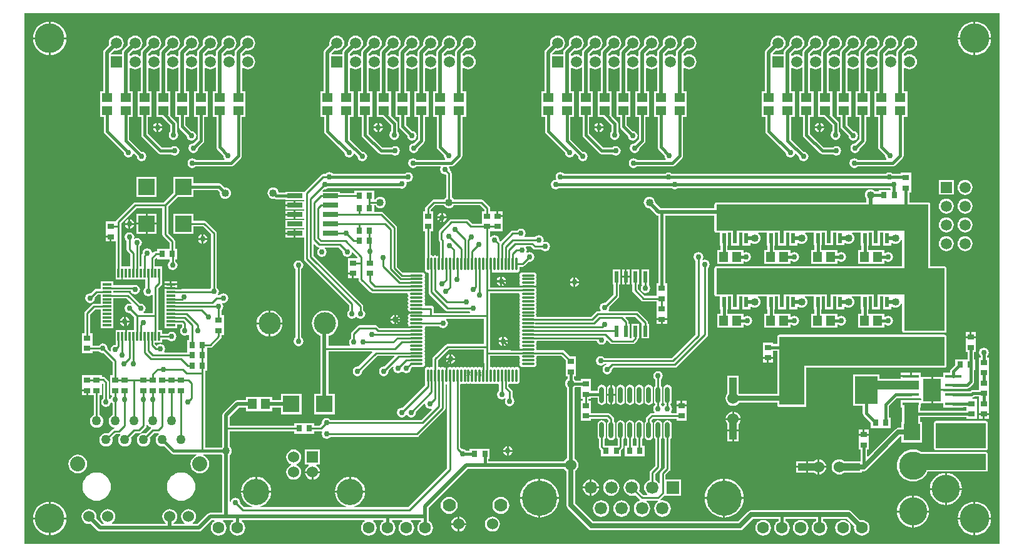
<source format=gtl>
%FSAX24Y24*%
%MOIN*%
G70*
G01*
G75*
G04 Layer_Physical_Order=1*
G04 Layer_Color=255*
%ADD10R,0.0354X0.0315*%
%ADD11R,0.0315X0.0354*%
%ADD12R,0.0906X0.0906*%
%ADD13R,0.0472X0.0551*%
%ADD14O,0.0709X0.0118*%
%ADD15O,0.0118X0.0709*%
%ADD16R,0.0200X0.0591*%
%ADD17R,0.0551X0.0472*%
%ADD18R,0.0866X0.0866*%
%ADD19O,0.0236X0.0866*%
G04:AMPARAMS|DCode=20|XSize=74.8mil|YSize=126mil|CornerRadius=0mil|HoleSize=0mil|Usage=FLASHONLY|Rotation=180.000|XOffset=0mil|YOffset=0mil|HoleType=Round|Shape=Octagon|*
%AMOCTAGOND20*
4,1,8,0.0187,-0.0630,-0.0187,-0.0630,-0.0374,-0.0443,-0.0374,0.0443,-0.0187,0.0630,0.0187,0.0630,0.0374,0.0443,0.0374,-0.0443,0.0187,-0.0630,0.0*
%
%ADD20OCTAGOND20*%

%ADD21R,0.0236X0.0551*%
%ADD22R,0.0236X0.0709*%
%ADD23R,0.0400X0.1000*%
%ADD24R,0.1200X0.1450*%
%ADD25R,0.1000X0.0400*%
%ADD26R,0.0945X0.1220*%
%ADD27R,0.0866X0.0177*%
%ADD28R,0.0800X0.0250*%
%ADD29R,0.0472X0.0118*%
%ADD30R,0.0118X0.0472*%
%ADD31C,0.0100*%
%ADD32C,0.0200*%
%ADD33C,0.0150*%
%ADD34C,0.0250*%
%ADD35R,1.1300X0.1400*%
%ADD36R,0.1300X0.2500*%
%ADD37R,1.2150X0.1400*%
%ADD38R,0.2150X0.2800*%
%ADD39R,0.8800X0.1550*%
%ADD40R,0.1350X0.2500*%
%ADD41R,0.2750X0.0500*%
%ADD42R,0.3850X0.0850*%
%ADD43R,0.2650X0.1350*%
%ADD44R,0.0750X0.1300*%
%ADD45C,0.0300*%
%ADD46C,0.1181*%
%ADD47C,0.0400*%
%ADD48C,0.0600*%
%ADD49C,0.0591*%
%ADD50R,0.0591X0.0591*%
%ADD51C,0.0700*%
%ADD52C,0.0630*%
%ADD53C,0.1500*%
%ADD54R,0.0591X0.0591*%
%ADD55C,0.0800*%
%ADD56C,0.0500*%
%ADD57C,0.1400*%
%ADD58R,0.0600X0.0600*%
%ADD59C,0.1874*%
%ADD60R,0.0665X0.0665*%
%ADD61C,0.0665*%
%ADD62C,0.1575*%
G36*
X065097Y016303D02*
X013153D01*
Y044597D01*
X065097D01*
Y016303D01*
D02*
G37*
%LPC*%
G36*
X048427Y023933D02*
X048200D01*
Y023726D01*
X048427D01*
Y023933D01*
D02*
G37*
G36*
X016450Y024424D02*
X016223D01*
Y024217D01*
X016450D01*
Y024424D01*
D02*
G37*
G36*
X044350Y024195D02*
X044178D01*
Y023930D01*
X044195Y023845D01*
X044243Y023773D01*
X044315Y023724D01*
X044350Y023717D01*
Y024195D01*
D02*
G37*
G36*
X044622D02*
X044450D01*
Y023717D01*
X044485Y023724D01*
X044557Y023773D01*
X044605Y023845D01*
X044622Y023930D01*
Y024195D01*
D02*
G37*
G36*
X048100Y023933D02*
X047873D01*
Y023726D01*
X048100D01*
Y023933D01*
D02*
G37*
G36*
X064250Y026755D02*
X064152Y026735D01*
X064070Y026680D01*
X064015Y026598D01*
X063995Y026500D01*
X064015Y026402D01*
X064070Y026320D01*
X064072Y026319D01*
Y026233D01*
X063973D01*
Y025718D01*
X063973Y025718D01*
X063973Y025682D01*
X063973D01*
Y025167D01*
X063973Y025167D01*
X063973Y025133D01*
X063973D01*
Y024618D01*
X063973Y024618D01*
X063973Y024582D01*
X063973D01*
Y024503D01*
X063670D01*
X063670Y024503D01*
X063602Y024489D01*
X063544Y024451D01*
X063526Y024432D01*
X063165D01*
Y024443D01*
X062108D01*
X062108Y024443D01*
Y024443D01*
X062099Y024443D01*
X062091Y024450D01*
X061550D01*
Y023790D01*
X062063D01*
X062063Y023790D01*
Y023790D01*
X062072Y023790D01*
X062099Y023763D01*
Y023573D01*
X063165D01*
Y023583D01*
X063323D01*
Y023518D01*
X063323Y023518D01*
X063323Y023482D01*
X063323D01*
Y023403D01*
X060852D01*
Y023573D01*
X060901D01*
Y023763D01*
X060928Y023790D01*
X060937Y023790D01*
X060937Y023790D01*
Y023790D01*
X061450D01*
Y024500D01*
Y025210D01*
X060937D01*
X060937Y025210D01*
Y025210D01*
X060928Y025210D01*
X060901Y025237D01*
Y025427D01*
X060418D01*
Y025238D01*
X060368D01*
Y025188D01*
X059835D01*
Y025102D01*
X058675D01*
Y025325D01*
X057275D01*
Y023675D01*
X057797D01*
Y023249D01*
X057797Y023249D01*
X057797D01*
X057810Y023181D01*
X057849Y023123D01*
X058217Y022755D01*
Y022473D01*
X058732D01*
Y022473D01*
X058732D01*
X058732Y022473D01*
X058768D01*
Y022473D01*
X059283D01*
Y023027D01*
X059204D01*
Y023652D01*
X059628Y024076D01*
X059835D01*
Y024065D01*
X060892D01*
X060892Y024065D01*
Y024065D01*
X060901Y024065D01*
X060928Y024039D01*
Y023950D01*
X060928D01*
X060901D01*
X060892Y023950D01*
X060892Y023950D01*
Y023950D01*
X059835D01*
Y023573D01*
X059898D01*
Y022803D01*
X059861D01*
Y022479D01*
X059700D01*
X059612Y022462D01*
X059538Y022412D01*
X058075Y020949D01*
X058028Y020968D01*
Y021317D01*
X058127D01*
Y021832D01*
D01*
Y021832D01*
X058127Y021832D01*
Y021868D01*
X058127D01*
Y022076D01*
X057573D01*
Y021868D01*
X057573Y021868D01*
X057573Y021832D01*
X057573D01*
Y021317D01*
X057672D01*
Y020700D01*
X056816D01*
X056752Y020749D01*
X056654Y020790D01*
X056550Y020803D01*
X056446Y020790D01*
X056348Y020749D01*
X056265Y020685D01*
X056201Y020602D01*
X056160Y020504D01*
X056147Y020400D01*
X056160Y020296D01*
X056201Y020198D01*
X056265Y020115D01*
X056348Y020051D01*
X056446Y020010D01*
X056550Y019997D01*
X056654Y020010D01*
X056752Y020051D01*
X056816Y020100D01*
X057750D01*
Y020171D01*
X057850D01*
X057938Y020188D01*
X058012Y020238D01*
X058012Y020238D01*
X058012Y020238D01*
X059795Y022021D01*
X059861D01*
Y021697D01*
X060967D01*
Y022803D01*
X060852D01*
Y023046D01*
X063323D01*
Y022967D01*
X063877D01*
Y023482D01*
D01*
Y023482D01*
X063877Y023482D01*
Y023518D01*
X063877D01*
Y024033D01*
X063642D01*
X063637Y024083D01*
X063668Y024089D01*
X063726Y024128D01*
X063744Y024146D01*
X063973D01*
Y024067D01*
X063973Y024067D01*
X063973Y024033D01*
X063973D01*
Y023518D01*
X063973Y023518D01*
X063973Y023482D01*
X063973D01*
Y023274D01*
X064527D01*
Y023482D01*
D01*
Y023482D01*
X064527Y023482D01*
Y023518D01*
X064527D01*
Y024033D01*
D01*
Y024033D01*
X064527Y024033D01*
Y024067D01*
X064527D01*
Y024582D01*
D01*
Y024582D01*
X064527Y024582D01*
Y024618D01*
X064527D01*
Y025133D01*
D01*
Y025133D01*
X064527Y025133D01*
Y025167D01*
X064527D01*
Y025682D01*
D01*
Y025682D01*
X064527Y025682D01*
Y025718D01*
X064527D01*
Y026233D01*
X064428D01*
Y026319D01*
X064430Y026320D01*
X064486Y026402D01*
X064505Y026500D01*
X064486Y026598D01*
X064430Y026680D01*
X064348Y026735D01*
X064250Y026755D01*
D02*
G37*
G36*
X014450Y018537D02*
X014326Y018525D01*
X014159Y018474D01*
X014005Y018391D01*
X013869Y018281D01*
X013759Y018145D01*
X013676Y017991D01*
X013625Y017824D01*
X013613Y017700D01*
X014450D01*
Y018537D01*
D02*
G37*
G36*
X060318Y025427D02*
X059835D01*
Y025288D01*
X060318D01*
Y025427D01*
D02*
G37*
G36*
X044350Y024772D02*
X044315Y024765D01*
X044243Y024717D01*
X044195Y024645D01*
X044178Y024560D01*
Y024295D01*
X044350D01*
Y024772D01*
D02*
G37*
G36*
X044450D02*
Y024295D01*
X044622D01*
Y024560D01*
X044605Y024645D01*
X044557Y024717D01*
X044485Y024765D01*
X044450Y024772D01*
D02*
G37*
G36*
X050850Y023347D02*
X050796Y023340D01*
X050698Y023299D01*
X050615Y023235D01*
X050551Y023152D01*
X050510Y023054D01*
X050503Y023000D01*
X050850D01*
Y023347D01*
D02*
G37*
G36*
X050950D02*
Y023000D01*
X051297D01*
X051290Y023054D01*
X051249Y023152D01*
X051185Y023235D01*
X051102Y023299D01*
X051004Y023340D01*
X050950Y023347D01*
D02*
G37*
G36*
X064527Y023174D02*
X064300D01*
Y022967D01*
X064527D01*
Y023174D01*
D02*
G37*
G36*
X051297Y022900D02*
X050503D01*
X050510Y022846D01*
X050551Y022748D01*
X050600Y022684D01*
Y022400D01*
X051200D01*
Y022684D01*
X051249Y022748D01*
X051290Y022846D01*
X051297Y022900D01*
D02*
G37*
G36*
X064200Y023174D02*
X063973D01*
Y022967D01*
X064200D01*
Y023174D01*
D02*
G37*
G36*
X045900Y024782D02*
X045815Y024765D01*
X045743Y024717D01*
X045695Y024645D01*
X045678Y024560D01*
Y023930D01*
X045695Y023845D01*
X045743Y023773D01*
X045815Y023724D01*
X045900Y023708D01*
X045985Y023724D01*
X046057Y023773D01*
X046105Y023845D01*
X046122Y023930D01*
Y024560D01*
X046105Y024645D01*
X046057Y024717D01*
X045985Y024765D01*
X045900Y024782D01*
D02*
G37*
G36*
X046400D02*
X046315Y024765D01*
X046243Y024717D01*
X046195Y024645D01*
X046178Y024560D01*
Y023930D01*
X046195Y023845D01*
X046243Y023773D01*
X046315Y023724D01*
X046400Y023708D01*
X046485Y023724D01*
X046557Y023773D01*
X046605Y023845D01*
X046622Y023930D01*
Y024560D01*
X046605Y024645D01*
X046557Y024717D01*
X046485Y024765D01*
X046400Y024782D01*
D02*
G37*
G36*
X045400D02*
X045315Y024765D01*
X045243Y024717D01*
X045195Y024645D01*
X045178Y024560D01*
Y023930D01*
X045195Y023845D01*
X045243Y023773D01*
X045315Y023724D01*
X045400Y023708D01*
X045485Y023724D01*
X045557Y023773D01*
X045605Y023845D01*
X045622Y023930D01*
Y024560D01*
X045605Y024645D01*
X045557Y024717D01*
X045485Y024765D01*
X045400Y024782D01*
D02*
G37*
G36*
X046900Y025505D02*
X046802Y025485D01*
X046720Y025430D01*
X046665Y025348D01*
X046645Y025250D01*
X046665Y025152D01*
X046720Y025070D01*
X046747Y025052D01*
Y024720D01*
X046743Y024717D01*
X046695Y024645D01*
X046678Y024560D01*
Y023930D01*
X046695Y023845D01*
X046743Y023773D01*
X046747Y023770D01*
Y023698D01*
X046720Y023680D01*
X046665Y023598D01*
X046645Y023500D01*
X046665Y023402D01*
X046719Y023321D01*
X046695Y023277D01*
X046574D01*
X046516Y023266D01*
X046466Y023233D01*
X046292Y023058D01*
X046259Y023009D01*
X046247Y022950D01*
Y022830D01*
X046243Y022827D01*
X046195Y022755D01*
X046178Y022670D01*
Y022040D01*
X046195Y021955D01*
X046243Y021883D01*
X046315Y021835D01*
X046400Y021818D01*
X046485Y021835D01*
X046557Y021883D01*
X046605Y021955D01*
X046622Y022040D01*
Y022670D01*
X046605Y022755D01*
X046557Y022827D01*
X046553Y022830D01*
Y022887D01*
X046638Y022971D01*
X047873D01*
Y022867D01*
X048427D01*
Y023382D01*
D01*
Y023382D01*
X048427Y023382D01*
Y023418D01*
X048427D01*
Y023626D01*
X047873D01*
Y023418D01*
X047873Y023418D01*
X047873Y023382D01*
X047873D01*
Y023277D01*
X047605D01*
X047581Y023321D01*
X047635Y023402D01*
X047655Y023500D01*
X047635Y023598D01*
X047580Y023680D01*
X047553Y023698D01*
Y023770D01*
X047557Y023773D01*
X047605Y023845D01*
X047622Y023930D01*
Y024560D01*
X047605Y024645D01*
X047557Y024717D01*
X047485Y024765D01*
X047400Y024782D01*
X047315Y024765D01*
X047243Y024717D01*
X047195Y024645D01*
X047178Y024560D01*
Y023930D01*
X047195Y023845D01*
X047243Y023773D01*
X047247Y023770D01*
Y023698D01*
X047220Y023680D01*
X047175Y023613D01*
X047125D01*
X047080Y023680D01*
X047053Y023698D01*
Y023770D01*
X047057Y023773D01*
X047105Y023845D01*
X047122Y023930D01*
Y024560D01*
X047105Y024645D01*
X047057Y024717D01*
X047053Y024720D01*
Y025052D01*
X047080Y025070D01*
X047136Y025152D01*
X047155Y025250D01*
X047136Y025348D01*
X047080Y025430D01*
X046998Y025485D01*
X046900Y025505D01*
D02*
G37*
G36*
X044900Y024782D02*
X044815Y024765D01*
X044743Y024717D01*
X044695Y024645D01*
X044678Y024560D01*
Y023930D01*
X044695Y023845D01*
X044743Y023773D01*
X044815Y023724D01*
X044900Y023708D01*
X044985Y023724D01*
X045057Y023773D01*
X045105Y023845D01*
X045122Y023930D01*
Y024560D01*
X045105Y024645D01*
X045057Y024717D01*
X044985Y024765D01*
X044900Y024782D01*
D02*
G37*
G36*
X036325Y017747D02*
Y017400D01*
X036672D01*
X036665Y017454D01*
X036624Y017552D01*
X036560Y017635D01*
X036477Y017699D01*
X036379Y017740D01*
X036325Y017747D01*
D02*
G37*
G36*
X063500Y027583D02*
X063273D01*
Y027376D01*
X063500D01*
Y027583D01*
D02*
G37*
G36*
X063827D02*
X063600D01*
Y027376D01*
X063827D01*
Y027583D01*
D02*
G37*
G36*
X026894Y028000D02*
X026255D01*
Y027361D01*
X026340Y027369D01*
X026471Y027409D01*
X026591Y027473D01*
X026696Y027559D01*
X026782Y027664D01*
X026846Y027784D01*
X026886Y027915D01*
X026894Y028000D01*
D02*
G37*
G36*
X038075Y017753D02*
X037971Y017740D01*
X037873Y017699D01*
X037790Y017635D01*
X037726Y017552D01*
X037685Y017454D01*
X037672Y017350D01*
X037685Y017246D01*
X037726Y017148D01*
X037790Y017065D01*
X037873Y017001D01*
X037971Y016960D01*
X038075Y016947D01*
X038179Y016960D01*
X038277Y017001D01*
X038360Y017065D01*
X038424Y017148D01*
X038465Y017246D01*
X038478Y017350D01*
X038465Y017454D01*
X038424Y017552D01*
X038360Y017635D01*
X038277Y017699D01*
X038179Y017740D01*
X038075Y017753D01*
D02*
G37*
G36*
X026155Y028000D02*
X025516D01*
X025525Y027915D01*
X025564Y027784D01*
X025628Y027664D01*
X025714Y027559D01*
X025820Y027473D01*
X025940Y027409D01*
X026070Y027369D01*
X026155Y027361D01*
Y028000D01*
D02*
G37*
G36*
X033145Y028209D02*
X032950D01*
Y028014D01*
X032998Y028024D01*
X033080Y028079D01*
X033135Y028162D01*
X033145Y028209D01*
D02*
G37*
G36*
X047050Y028224D02*
X046823D01*
Y028017D01*
X047050D01*
Y028224D01*
D02*
G37*
G36*
X032850Y028209D02*
X032655D01*
X032664Y028162D01*
X032720Y028079D01*
X032802Y028024D01*
X032850Y028014D01*
Y028209D01*
D02*
G37*
G36*
X064637Y017600D02*
X063800D01*
Y016763D01*
X063924Y016775D01*
X064091Y016826D01*
X064245Y016909D01*
X064381Y017019D01*
X064491Y017155D01*
X064574Y017309D01*
X064625Y017476D01*
X064637Y017600D01*
D02*
G37*
G36*
X063700D02*
X062863D01*
X062875Y017476D01*
X062926Y017309D01*
X063009Y017155D01*
X063119Y017019D01*
X063255Y016909D01*
X063409Y016826D01*
X063576Y016775D01*
X063700Y016763D01*
Y017600D01*
D02*
G37*
G36*
X036225Y017300D02*
X035878D01*
X035885Y017246D01*
X035926Y017148D01*
X035990Y017065D01*
X036073Y017001D01*
X036171Y016960D01*
X036225Y016953D01*
Y017300D01*
D02*
G37*
G36*
X061324Y017975D02*
X060525D01*
Y017176D01*
X060642Y017187D01*
X060802Y017236D01*
X060950Y017315D01*
X061079Y017421D01*
X061185Y017550D01*
X061264Y017698D01*
X061313Y017858D01*
X061324Y017975D01*
D02*
G37*
G36*
X049050Y031855D02*
X048952Y031835D01*
X048870Y031780D01*
X048815Y031698D01*
X048795Y031600D01*
X048815Y031502D01*
X048870Y031420D01*
X048897Y031402D01*
Y027463D01*
X047637Y026203D01*
X044048D01*
X044030Y026230D01*
X043948Y026286D01*
X043850Y026305D01*
X043752Y026286D01*
X043670Y026230D01*
X043615Y026148D01*
X043595Y026050D01*
X043615Y025952D01*
X043670Y025870D01*
X043752Y025814D01*
X043850Y025795D01*
X043948Y025814D01*
X044030Y025870D01*
X044048Y025897D01*
X044157D01*
X044162Y025847D01*
X044102Y025835D01*
X044020Y025780D01*
X043965Y025698D01*
X043945Y025600D01*
X043965Y025502D01*
X044020Y025420D01*
X044102Y025364D01*
X044200Y025345D01*
X044298Y025364D01*
X044380Y025420D01*
X044436Y025502D01*
X044455Y025600D01*
X044448Y025632D01*
X044513Y025697D01*
X047783D01*
X047841Y025709D01*
X047891Y025742D01*
X049508Y027359D01*
X049541Y027409D01*
X049553Y027467D01*
Y031002D01*
X049580Y031020D01*
X049636Y031102D01*
X049655Y031200D01*
X049636Y031298D01*
X049580Y031380D01*
X049498Y031435D01*
X049400Y031455D01*
X049302Y031435D01*
X049298Y031432D01*
X049262Y031468D01*
X049285Y031502D01*
X049305Y031600D01*
X049285Y031698D01*
X049230Y031780D01*
X049148Y031835D01*
X049050Y031855D01*
D02*
G37*
G36*
X036225Y017747D02*
X036171Y017740D01*
X036073Y017699D01*
X035990Y017635D01*
X035926Y017552D01*
X035885Y017454D01*
X035878Y017400D01*
X036225D01*
Y017747D01*
D02*
G37*
G36*
X052700Y026174D02*
X052473D01*
Y025967D01*
X052700D01*
Y026174D01*
D02*
G37*
G36*
X053027D02*
X052800D01*
Y025967D01*
X053027D01*
Y026174D01*
D02*
G37*
G36*
X062150Y027452D02*
X053350D01*
X053311Y027444D01*
X053278Y027422D01*
X053256Y027389D01*
X053248Y027350D01*
Y026954D01*
X053027D01*
Y027033D01*
X052473D01*
Y026518D01*
X052473Y026518D01*
X052473Y026482D01*
X052473D01*
Y026274D01*
X053027D01*
Y026482D01*
D01*
Y026482D01*
X053027Y026482D01*
Y026518D01*
X053027D01*
Y026597D01*
X053248D01*
Y026200D01*
Y025800D01*
Y024279D01*
X051228D01*
X051200Y024316D01*
Y025250D01*
X050600D01*
Y024316D01*
X050551Y024252D01*
X050510Y024154D01*
X050497Y024050D01*
X050510Y023946D01*
X050551Y023848D01*
X050615Y023765D01*
X050698Y023701D01*
X050796Y023660D01*
X050900Y023647D01*
X051004Y023660D01*
X051102Y023701D01*
X051185Y023765D01*
X051228Y023821D01*
X053248D01*
Y023700D01*
X053256Y023661D01*
X053278Y023628D01*
X053311Y023606D01*
X053350Y023598D01*
X054700D01*
X054739Y023606D01*
X054772Y023628D01*
X054794Y023661D01*
X054802Y023700D01*
Y025698D01*
X062150D01*
X062189Y025706D01*
X062222Y025728D01*
X062244Y025761D01*
X062252Y025800D01*
Y027350D01*
X062244Y027389D01*
X062222Y027422D01*
X062189Y027444D01*
X062150Y027452D01*
D02*
G37*
G36*
X063827Y027276D02*
X063273D01*
Y027068D01*
X063273Y027068D01*
X063273Y027032D01*
X063273D01*
Y026517D01*
X063372D01*
Y026127D01*
X063268D01*
D01*
D01*
X063268Y026127D01*
X063232D01*
Y026127D01*
X062717D01*
Y025845D01*
X062506Y025634D01*
X062467Y025576D01*
X062453Y025507D01*
Y025427D01*
X062099D01*
Y025210D01*
X062099D01*
X062072D01*
X062063Y025210D01*
X062063Y025210D01*
Y025210D01*
X061550D01*
Y024550D01*
X062091D01*
X062099Y024557D01*
X062108Y024557D01*
X062108Y024557D01*
Y024557D01*
X063165D01*
Y024572D01*
X063350D01*
X063418Y024585D01*
X063476Y024624D01*
X063676Y024824D01*
X063676Y024824D01*
X063696Y024853D01*
X063715Y024882D01*
X063728Y024950D01*
X063728Y024950D01*
Y025573D01*
X063783D01*
Y026127D01*
X063728D01*
Y026517D01*
X063827D01*
Y027032D01*
D01*
Y027032D01*
X063827Y027032D01*
Y027068D01*
X063827D01*
Y027276D01*
D02*
G37*
G36*
X036672Y017300D02*
X036325D01*
Y016953D01*
X036379Y016960D01*
X036477Y017001D01*
X036560Y017065D01*
X036624Y017148D01*
X036665Y017246D01*
X036672Y017300D01*
D02*
G37*
G36*
X027750Y031405D02*
X027652Y031386D01*
X027570Y031330D01*
X027515Y031248D01*
X027495Y031150D01*
X027515Y031052D01*
X027570Y030970D01*
X027597Y030952D01*
Y027298D01*
X027570Y027280D01*
X027515Y027198D01*
X027495Y027100D01*
X027515Y027002D01*
X027570Y026920D01*
X027652Y026865D01*
X027750Y026845D01*
X027848Y026865D01*
X027930Y026920D01*
X027985Y027002D01*
X028005Y027100D01*
X027985Y027198D01*
X027930Y027280D01*
X027903Y027298D01*
Y030952D01*
X027930Y030970D01*
X027985Y031052D01*
X028005Y031150D01*
X027985Y031248D01*
X027930Y031330D01*
X027848Y031386D01*
X027750Y031405D01*
D02*
G37*
G36*
X060425Y017975D02*
X059626D01*
X059637Y017858D01*
X059686Y017698D01*
X059765Y017550D01*
X059871Y017421D01*
X060000Y017315D01*
X060148Y017236D01*
X060308Y017187D01*
X060425Y017176D01*
Y017975D01*
D02*
G37*
G36*
X035775Y018804D02*
X035658Y018788D01*
X035548Y018743D01*
X035454Y018671D01*
X035382Y018577D01*
X035337Y018467D01*
X035321Y018350D01*
X035337Y018233D01*
X035382Y018123D01*
X035454Y018029D01*
X035548Y017957D01*
X035658Y017912D01*
X035775Y017896D01*
X035892Y017912D01*
X036002Y017957D01*
X036096Y018029D01*
X036168Y018123D01*
X036213Y018233D01*
X036229Y018350D01*
X036213Y018467D01*
X036168Y018577D01*
X036096Y018671D01*
X036002Y018743D01*
X035892Y018788D01*
X035775Y018804D01*
D02*
G37*
G36*
X044955Y018618D02*
X044842Y018603D01*
X044737Y018559D01*
X044646Y018490D01*
X044577Y018399D01*
X044533Y018294D01*
X044518Y018181D01*
X044533Y018068D01*
X044577Y017963D01*
X044646Y017873D01*
X044737Y017803D01*
X044842Y017760D01*
X044955Y017745D01*
X045068Y017760D01*
X045173Y017803D01*
X045263Y017873D01*
X045333Y017963D01*
X045376Y018068D01*
X045391Y018181D01*
X045376Y018294D01*
X045333Y018399D01*
X045263Y018490D01*
X045173Y018559D01*
X045068Y018603D01*
X044955Y018618D01*
D02*
G37*
G36*
X038525Y018804D02*
X038408Y018788D01*
X038298Y018743D01*
X038204Y018671D01*
X038132Y018577D01*
X038087Y018467D01*
X038071Y018350D01*
X038087Y018233D01*
X038132Y018123D01*
X038204Y018029D01*
X038298Y017957D01*
X038408Y017912D01*
X038525Y017896D01*
X038642Y017912D01*
X038752Y017957D01*
X038846Y018029D01*
X038918Y018123D01*
X038963Y018233D01*
X038979Y018350D01*
X038963Y018467D01*
X038918Y018577D01*
X038846Y018671D01*
X038752Y018743D01*
X038642Y018788D01*
X038525Y018804D01*
D02*
G37*
G36*
X043749Y019249D02*
X043369D01*
Y018869D01*
X043432Y018878D01*
X043537Y018921D01*
X043627Y018991D01*
X043697Y019081D01*
X043740Y019186D01*
X043749Y019249D01*
D02*
G37*
G36*
X060425Y018874D02*
X060308Y018863D01*
X060148Y018814D01*
X060000Y018735D01*
X059871Y018629D01*
X059765Y018500D01*
X059686Y018352D01*
X059637Y018192D01*
X059626Y018075D01*
X060425D01*
Y018874D01*
D02*
G37*
G36*
X043369Y019729D02*
Y019349D01*
X043749D01*
X043740Y019412D01*
X043697Y019517D01*
X043627Y019608D01*
X043537Y019677D01*
X043432Y019721D01*
X043369Y019729D01*
D02*
G37*
G36*
X047400Y022892D02*
X047315Y022876D01*
X047243Y022827D01*
X047195Y022755D01*
X047178Y022670D01*
Y022040D01*
X047195Y021955D01*
X047243Y021883D01*
X047247Y021880D01*
Y020363D01*
X047042Y020158D01*
X047009Y020109D01*
X046997Y020050D01*
Y019558D01*
X046950Y019542D01*
X046899Y019608D01*
X046809Y019677D01*
X046743Y019704D01*
Y020037D01*
X047008Y020301D01*
X047041Y020351D01*
X047053Y020409D01*
X047053Y020409D01*
X047053Y020409D01*
Y020409D01*
Y021880D01*
X047057Y021883D01*
X047105Y021955D01*
X047122Y022040D01*
Y022670D01*
X047105Y022755D01*
X047057Y022827D01*
X046985Y022876D01*
X046900Y022892D01*
X046815Y022876D01*
X046743Y022827D01*
X046695Y022755D01*
X046678Y022670D01*
Y022040D01*
X046695Y021955D01*
X046743Y021883D01*
X046747Y021880D01*
Y020473D01*
X046482Y020208D01*
X046449Y020159D01*
X046438Y020100D01*
Y019704D01*
X046372Y019677D01*
X046282Y019608D01*
X046213Y019517D01*
X046169Y019412D01*
X046154Y019299D01*
X046169Y019186D01*
X046213Y019081D01*
X046282Y018991D01*
X046335Y018950D01*
X046318Y018903D01*
X046113D01*
X045895Y019121D01*
X045922Y019186D01*
X045936Y019299D01*
X045922Y019412D01*
X045878Y019517D01*
X045809Y019608D01*
X045718Y019677D01*
X045613Y019721D01*
X045500Y019736D01*
X045387Y019721D01*
X045282Y019677D01*
X045191Y019608D01*
X045122Y019517D01*
X045078Y019412D01*
X045064Y019299D01*
X045078Y019186D01*
X045122Y019081D01*
X045191Y018991D01*
X045282Y018921D01*
X045387Y018878D01*
X045500Y018863D01*
X045613Y018878D01*
X045678Y018905D01*
X045934Y018649D01*
X045925Y018599D01*
X045827Y018559D01*
X045737Y018490D01*
X045667Y018399D01*
X045624Y018294D01*
X045609Y018181D01*
X045624Y018068D01*
X045667Y017963D01*
X045737Y017873D01*
X045827Y017803D01*
X045932Y017760D01*
X046045Y017745D01*
X046158Y017760D01*
X046263Y017803D01*
X046354Y017873D01*
X046423Y017963D01*
X046467Y018068D01*
X046482Y018181D01*
X046467Y018294D01*
X046423Y018399D01*
X046354Y018490D01*
X046276Y018550D01*
X046292Y018597D01*
X046889D01*
X046905Y018550D01*
X046827Y018490D01*
X046758Y018399D01*
X046714Y018294D01*
X046699Y018181D01*
X046714Y018068D01*
X046758Y017963D01*
X046827Y017873D01*
X046918Y017803D01*
X047023Y017760D01*
X047136Y017745D01*
X047249Y017760D01*
X047354Y017803D01*
X047444Y017873D01*
X047514Y017963D01*
X047557Y018068D01*
X047572Y018181D01*
X047557Y018294D01*
X047514Y018399D01*
X047444Y018490D01*
X047354Y018559D01*
X047249Y018603D01*
X047136Y018618D01*
X047038Y018605D01*
X047016Y018649D01*
X047237Y018871D01*
X047248Y018867D01*
Y018867D01*
X047248Y018867D01*
X048114D01*
Y019732D01*
X047303D01*
Y019987D01*
X047508Y020192D01*
X047541Y020241D01*
X047543Y020251D01*
X047553Y020300D01*
Y021880D01*
X047557Y021883D01*
X047605Y021955D01*
X047622Y022040D01*
Y022670D01*
X047605Y022755D01*
X047557Y022827D01*
X047485Y022876D01*
X047400Y022892D01*
D02*
G37*
G36*
X043269Y019729D02*
X043206Y019721D01*
X043101Y019677D01*
X043010Y019608D01*
X042941Y019517D01*
X042897Y019412D01*
X042889Y019349D01*
X043269D01*
Y019729D01*
D02*
G37*
G36*
X062175Y020074D02*
X062058Y020063D01*
X061898Y020014D01*
X061750Y019935D01*
X061621Y019829D01*
X061515Y019700D01*
X061436Y019552D01*
X061387Y019392D01*
X061376Y019275D01*
X062175D01*
Y020074D01*
D02*
G37*
G36*
X062275D02*
Y019275D01*
X063074D01*
X063063Y019392D01*
X063014Y019552D01*
X062935Y019700D01*
X062829Y019829D01*
X062700Y019935D01*
X062552Y020014D01*
X062392Y020063D01*
X062275Y020074D01*
D02*
G37*
G36*
X043269Y019249D02*
X042889D01*
X042897Y019186D01*
X042941Y019081D01*
X043010Y018991D01*
X043101Y018921D01*
X043206Y018878D01*
X043269Y018869D01*
Y019249D01*
D02*
G37*
G36*
X017000Y020104D02*
X016853Y020089D01*
X016712Y020046D01*
X016581Y019977D01*
X016467Y019883D01*
X016373Y019769D01*
X016304Y019638D01*
X016261Y019497D01*
X016246Y019350D01*
X016261Y019203D01*
X016304Y019062D01*
X016373Y018931D01*
X016467Y018817D01*
X016581Y018723D01*
X016712Y018654D01*
X016853Y018611D01*
X017000Y018596D01*
X017147Y018611D01*
X017288Y018654D01*
X017419Y018723D01*
X017533Y018817D01*
X017627Y018931D01*
X017696Y019062D01*
X017739Y019203D01*
X017754Y019350D01*
X017739Y019497D01*
X017696Y019638D01*
X017627Y019769D01*
X017533Y019883D01*
X017419Y019977D01*
X017288Y020046D01*
X017147Y020089D01*
X017000Y020104D01*
D02*
G37*
G36*
X021500D02*
X021353Y020089D01*
X021212Y020046D01*
X021081Y019977D01*
X020967Y019883D01*
X020873Y019769D01*
X020804Y019638D01*
X020761Y019497D01*
X020746Y019350D01*
X020761Y019203D01*
X020804Y019062D01*
X020873Y018931D01*
X020967Y018817D01*
X021081Y018723D01*
X021212Y018654D01*
X021353Y018611D01*
X021500Y018596D01*
X021647Y018611D01*
X021788Y018654D01*
X021919Y018723D01*
X022033Y018817D01*
X022127Y018931D01*
X022196Y019062D01*
X022239Y019203D01*
X022254Y019350D01*
X022239Y019497D01*
X022196Y019638D01*
X022127Y019769D01*
X022033Y019883D01*
X021919Y019977D01*
X021788Y020046D01*
X021647Y020089D01*
X021500Y020104D01*
D02*
G37*
G36*
X063074Y019175D02*
X062275D01*
Y018376D01*
X062392Y018387D01*
X062552Y018436D01*
X062700Y018515D01*
X062829Y018621D01*
X062935Y018750D01*
X063014Y018898D01*
X063063Y019058D01*
X063074Y019175D01*
D02*
G37*
G36*
X060525Y018874D02*
Y018075D01*
X061324D01*
X061313Y018192D01*
X061264Y018352D01*
X061185Y018500D01*
X061079Y018629D01*
X060950Y018735D01*
X060802Y018814D01*
X060642Y018863D01*
X060525Y018874D01*
D02*
G37*
G36*
X062175Y019175D02*
X061376D01*
X061387Y019058D01*
X061436Y018898D01*
X061515Y018750D01*
X061621Y018621D01*
X061750Y018515D01*
X061898Y018436D01*
X062058Y018387D01*
X062175Y018376D01*
Y019175D01*
D02*
G37*
G36*
X050469Y019776D02*
Y018790D01*
X051456D01*
X051447Y018903D01*
X051409Y019062D01*
X051346Y019212D01*
X051261Y019352D01*
X051155Y019476D01*
X051031Y019582D01*
X050892Y019667D01*
X050741Y019729D01*
X050582Y019768D01*
X050469Y019776D01*
D02*
G37*
G36*
X044409Y019736D02*
X044296Y019721D01*
X044191Y019677D01*
X044101Y019608D01*
X044032Y019517D01*
X043988Y019412D01*
X043973Y019299D01*
X043988Y019186D01*
X044032Y019081D01*
X044101Y018991D01*
X044191Y018921D01*
X044296Y018878D01*
X044409Y018863D01*
X044522Y018878D01*
X044628Y018921D01*
X044718Y018991D01*
X044787Y019081D01*
X044831Y019186D01*
X044846Y019299D01*
X044831Y019412D01*
X044787Y019517D01*
X044718Y019608D01*
X044628Y019677D01*
X044522Y019721D01*
X044409Y019736D01*
D02*
G37*
G36*
X050369Y019776D02*
X050257Y019768D01*
X050098Y019729D01*
X049947Y019667D01*
X049808Y019582D01*
X049684Y019476D01*
X049578Y019352D01*
X049492Y019212D01*
X049430Y019062D01*
X049392Y018903D01*
X049383Y018790D01*
X050369D01*
Y019776D01*
D02*
G37*
G36*
X040531D02*
X040418Y019768D01*
X040259Y019729D01*
X040108Y019667D01*
X039969Y019582D01*
X039845Y019476D01*
X039739Y019352D01*
X039654Y019212D01*
X039591Y019062D01*
X039553Y018903D01*
X039544Y018790D01*
X040531D01*
Y019776D01*
D02*
G37*
G36*
X040631D02*
Y018790D01*
X041617D01*
X041608Y018903D01*
X041570Y019062D01*
X041508Y019212D01*
X041422Y019352D01*
X041316Y019476D01*
X041192Y019582D01*
X041053Y019667D01*
X040902Y019729D01*
X040743Y019768D01*
X040631Y019776D01*
D02*
G37*
G36*
X060475Y021329D02*
X060308Y021313D01*
X060148Y021264D01*
X060000Y021185D01*
X059871Y021079D01*
X059765Y020950D01*
X059686Y020802D01*
X059637Y020642D01*
X059621Y020475D01*
X059637Y020308D01*
X059686Y020148D01*
X059765Y020000D01*
X059871Y019871D01*
X060000Y019765D01*
X060148Y019686D01*
X060308Y019637D01*
X060475Y019621D01*
X060642Y019637D01*
X060802Y019686D01*
X060950Y019765D01*
X061079Y019871D01*
X061185Y020000D01*
X061264Y020148D01*
X064350D01*
X064389Y020156D01*
X064422Y020178D01*
X064444Y020211D01*
X064452Y020250D01*
Y021100D01*
X064444Y021139D01*
X064422Y021172D01*
X064389Y021194D01*
X064350Y021202D01*
X060918D01*
X060802Y021264D01*
X060642Y021313D01*
X060475Y021329D01*
D02*
G37*
G36*
X014550Y018537D02*
Y017700D01*
X015387D01*
X015375Y017824D01*
X015324Y017991D01*
X015241Y018145D01*
X015131Y018281D01*
X014995Y018391D01*
X014841Y018474D01*
X014674Y018525D01*
X014550Y018537D01*
D02*
G37*
G36*
X044900Y022892D02*
X044815Y022876D01*
X044743Y022827D01*
X044695Y022755D01*
X044678Y022670D01*
Y022040D01*
X044695Y021955D01*
X044743Y021883D01*
X044747Y021880D01*
Y021538D01*
X044736Y021527D01*
X044418D01*
D01*
D01*
X044418Y021527D01*
X044382D01*
Y021527D01*
X044064D01*
X044053Y021538D01*
Y021880D01*
X044057Y021883D01*
X044105Y021955D01*
X044122Y022040D01*
Y022670D01*
X044105Y022755D01*
X044057Y022827D01*
X043985Y022876D01*
X043900Y022892D01*
X043815Y022876D01*
X043743Y022827D01*
X043695Y022755D01*
X043678Y022670D01*
Y022040D01*
X043695Y021955D01*
X043743Y021883D01*
X043747Y021880D01*
Y021474D01*
X043759Y021416D01*
X043792Y021366D01*
X043867Y021291D01*
Y020973D01*
X044382D01*
Y020973D01*
X044382D01*
X044382Y020973D01*
X044418D01*
Y020973D01*
X044933D01*
Y021291D01*
X045008Y021366D01*
X045041Y021416D01*
X045053Y021474D01*
X045053Y021474D01*
X045053Y021474D01*
Y021474D01*
Y021880D01*
X045057Y021883D01*
X045105Y021955D01*
X045122Y022040D01*
Y022670D01*
X045105Y022755D01*
X045057Y022827D01*
X044985Y022876D01*
X044900Y022892D01*
D02*
G37*
G36*
X063700Y018537D02*
X063576Y018525D01*
X063409Y018474D01*
X063255Y018391D01*
X063119Y018281D01*
X063009Y018145D01*
X062926Y017991D01*
X062875Y017824D01*
X062863Y017700D01*
X063700D01*
Y018537D01*
D02*
G37*
G36*
X063800D02*
Y017700D01*
X064637D01*
X064625Y017824D01*
X064574Y017991D01*
X064491Y018145D01*
X064381Y018281D01*
X064245Y018391D01*
X064091Y018474D01*
X063924Y018525D01*
X063800Y018537D01*
D02*
G37*
G36*
X064350Y022852D02*
X061700D01*
X061661Y022844D01*
X061628Y022822D01*
X061606Y022789D01*
X061598Y022750D01*
Y021400D01*
X061606Y021361D01*
X061628Y021328D01*
X061661Y021306D01*
X061700Y021298D01*
X064350D01*
X064389Y021306D01*
X064422Y021328D01*
X064444Y021361D01*
X064452Y021400D01*
Y022750D01*
X064444Y022789D01*
X064422Y022822D01*
X064389Y022844D01*
X064350Y022852D01*
D02*
G37*
G36*
X057800Y022383D02*
X057573D01*
Y022176D01*
X057800D01*
Y022383D01*
D02*
G37*
G36*
X058127D02*
X057900D01*
Y022176D01*
X058127D01*
Y022383D01*
D02*
G37*
G36*
X051200Y022300D02*
X050950D01*
Y021750D01*
X051200D01*
Y022300D01*
D02*
G37*
G36*
X045900Y022892D02*
X045815Y022876D01*
X045743Y022827D01*
X045695Y022755D01*
X045678Y022670D01*
Y022040D01*
X045695Y021955D01*
X045743Y021883D01*
X045747Y021880D01*
Y021527D01*
X045668D01*
D01*
D01*
X045668Y021527D01*
X045632D01*
Y021527D01*
X045553D01*
Y021880D01*
X045557Y021883D01*
X045605Y021955D01*
X045622Y022040D01*
Y022670D01*
X045605Y022755D01*
X045557Y022827D01*
X045485Y022876D01*
X045400Y022892D01*
X045315Y022876D01*
X045243Y022827D01*
X045195Y022755D01*
X045178Y022670D01*
Y022040D01*
X045195Y021955D01*
X045243Y021883D01*
X045247Y021880D01*
Y021527D01*
X045117D01*
Y020973D01*
X045632D01*
Y020973D01*
X045632D01*
X045632Y020973D01*
X045668D01*
Y020973D01*
X046183D01*
Y021527D01*
X046053D01*
Y021880D01*
X046057Y021883D01*
X046105Y021955D01*
X046122Y022040D01*
Y022670D01*
X046105Y022755D01*
X046057Y022827D01*
X045985Y022876D01*
X045900Y022892D01*
D02*
G37*
G36*
X050850Y022300D02*
X050600D01*
Y021750D01*
X050850D01*
Y022300D01*
D02*
G37*
G36*
X040531Y018690D02*
X039544D01*
X039553Y018577D01*
X039591Y018419D01*
X039654Y018268D01*
X039739Y018129D01*
X039845Y018005D01*
X039969Y017899D01*
X040108Y017813D01*
X040259Y017751D01*
X040418Y017713D01*
X040531Y017704D01*
Y018690D01*
D02*
G37*
G36*
X055400Y020797D02*
X055346Y020790D01*
X055248Y020749D01*
X055184Y020700D01*
X054900D01*
Y020400D01*
Y020100D01*
X055184D01*
X055248Y020051D01*
X055346Y020010D01*
X055400Y020003D01*
Y020400D01*
Y020797D01*
D02*
G37*
G36*
X055847Y020350D02*
X055500D01*
Y020003D01*
X055554Y020010D01*
X055652Y020051D01*
X055735Y020115D01*
X055799Y020198D01*
X055840Y020296D01*
X055847Y020350D01*
D02*
G37*
G36*
X050369Y018690D02*
X049383D01*
X049392Y018577D01*
X049430Y018419D01*
X049492Y018268D01*
X049578Y018129D01*
X049684Y018005D01*
X049808Y017899D01*
X049947Y017813D01*
X050098Y017751D01*
X050257Y017713D01*
X050369Y017704D01*
Y018690D01*
D02*
G37*
G36*
X043864Y018618D02*
X043751Y018603D01*
X043646Y018559D01*
X043556Y018490D01*
X043486Y018399D01*
X043443Y018294D01*
X043428Y018181D01*
X043443Y018068D01*
X043486Y017963D01*
X043556Y017873D01*
X043646Y017803D01*
X043751Y017760D01*
X043864Y017745D01*
X043977Y017760D01*
X044082Y017803D01*
X044173Y017873D01*
X044242Y017963D01*
X044286Y018068D01*
X044301Y018181D01*
X044286Y018294D01*
X044242Y018399D01*
X044173Y018490D01*
X044082Y018559D01*
X043977Y018603D01*
X043864Y018618D01*
D02*
G37*
G36*
X051456Y018690D02*
X050469D01*
Y017704D01*
X050582Y017713D01*
X050741Y017751D01*
X050892Y017813D01*
X051031Y017899D01*
X051155Y018005D01*
X051261Y018129D01*
X051346Y018268D01*
X051409Y018419D01*
X051447Y018577D01*
X051456Y018690D01*
D02*
G37*
G36*
X054800Y020700D02*
X054250D01*
Y020450D01*
X054800D01*
Y020700D01*
D02*
G37*
G36*
X055500Y020797D02*
Y020450D01*
X055847D01*
X055840Y020504D01*
X055799Y020602D01*
X055735Y020685D01*
X055652Y020749D01*
X055554Y020790D01*
X055500Y020797D01*
D02*
G37*
G36*
X041617Y018690D02*
X040631D01*
Y017704D01*
X040743Y017713D01*
X040902Y017751D01*
X041053Y017813D01*
X041192Y017899D01*
X041316Y018005D01*
X041422Y018129D01*
X041508Y018268D01*
X041570Y018419D01*
X041608Y018577D01*
X041617Y018690D01*
D02*
G37*
G36*
X016000Y021054D02*
X015869Y021037D01*
X015748Y020987D01*
X015643Y020907D01*
X015563Y020802D01*
X015513Y020681D01*
X015496Y020550D01*
X015513Y020419D01*
X015563Y020298D01*
X015643Y020193D01*
X015748Y020113D01*
X015869Y020063D01*
X016000Y020046D01*
X016131Y020063D01*
X016252Y020113D01*
X016357Y020193D01*
X016437Y020298D01*
X016487Y020419D01*
X016504Y020550D01*
X016487Y020681D01*
X016437Y020802D01*
X016357Y020907D01*
X016252Y020987D01*
X016131Y021037D01*
X016000Y021054D01*
D02*
G37*
G36*
X054800Y020350D02*
X054250D01*
Y020100D01*
X054800D01*
Y020350D01*
D02*
G37*
G36*
X047377Y028224D02*
X047150D01*
Y028017D01*
X047377D01*
Y028224D01*
D02*
G37*
G36*
X027500Y033800D02*
X027050D01*
Y033625D01*
X027500D01*
Y033800D01*
D02*
G37*
G36*
X055550Y038745D02*
Y038550D01*
X055745D01*
X055736Y038598D01*
X055680Y038680D01*
X055598Y038735D01*
X055550Y038745D01*
D02*
G37*
G36*
X015387Y043200D02*
X014550D01*
Y042363D01*
X014674Y042375D01*
X014841Y042426D01*
X014995Y042509D01*
X015131Y042619D01*
X015241Y042755D01*
X015324Y042909D01*
X015375Y043076D01*
X015387Y043200D01*
D02*
G37*
G36*
X014450D02*
X013613D01*
X013625Y043076D01*
X013676Y042909D01*
X013759Y042755D01*
X013869Y042619D01*
X014005Y042509D01*
X014159Y042426D01*
X014326Y042375D01*
X014450Y042363D01*
Y043200D01*
D02*
G37*
G36*
X055450Y038745D02*
X055402Y038735D01*
X055320Y038680D01*
X055265Y038598D01*
X055255Y038550D01*
X055450D01*
Y038745D01*
D02*
G37*
G36*
X062250Y034709D02*
X062147Y034695D01*
X062051Y034655D01*
X061968Y034592D01*
X061905Y034509D01*
X061865Y034413D01*
X061851Y034310D01*
X061865Y034207D01*
X061905Y034111D01*
X061968Y034028D01*
X062051Y033965D01*
X062147Y033925D01*
X062250Y033911D01*
X062353Y033925D01*
X062449Y033965D01*
X062532Y034028D01*
X062595Y034111D01*
X062635Y034207D01*
X062649Y034310D01*
X062635Y034413D01*
X062595Y034509D01*
X062532Y034592D01*
X062449Y034655D01*
X062353Y034695D01*
X062250Y034709D01*
D02*
G37*
G36*
X063250D02*
X063147Y034695D01*
X063051Y034655D01*
X062968Y034592D01*
X062905Y034509D01*
X062865Y034413D01*
X062851Y034310D01*
X062865Y034207D01*
X062905Y034111D01*
X062968Y034028D01*
X063051Y033965D01*
X063147Y033925D01*
X063250Y033911D01*
X063353Y033925D01*
X063449Y033965D01*
X063532Y034028D01*
X063595Y034111D01*
X063635Y034207D01*
X063649Y034310D01*
X063635Y034413D01*
X063595Y034509D01*
X063532Y034592D01*
X063449Y034655D01*
X063353Y034695D01*
X063250Y034709D01*
D02*
G37*
G36*
X038627Y034033D02*
X038400D01*
Y033826D01*
X038627D01*
Y034033D01*
D02*
G37*
G36*
X027500Y034075D02*
X027050D01*
Y033900D01*
X027500D01*
Y034075D01*
D02*
G37*
G36*
X062250Y033709D02*
X062147Y033695D01*
X062051Y033655D01*
X061968Y033592D01*
X061905Y033509D01*
X061865Y033413D01*
X061851Y033310D01*
X061865Y033207D01*
X061905Y033111D01*
X061968Y033028D01*
X062051Y032965D01*
X062147Y032925D01*
X062250Y032911D01*
X062353Y032925D01*
X062449Y032965D01*
X062532Y033028D01*
X062595Y033111D01*
X062635Y033207D01*
X062649Y033310D01*
X062635Y033413D01*
X062595Y033509D01*
X062532Y033592D01*
X062449Y033655D01*
X062353Y033695D01*
X062250Y033709D01*
D02*
G37*
G36*
X063250D02*
X063147Y033695D01*
X063051Y033655D01*
X062968Y033592D01*
X062905Y033509D01*
X062865Y033413D01*
X062851Y033310D01*
X062865Y033207D01*
X062905Y033111D01*
X062968Y033028D01*
X063051Y032965D01*
X063147Y032925D01*
X063250Y032911D01*
X063353Y032925D01*
X063449Y032965D01*
X063532Y033028D01*
X063595Y033111D01*
X063635Y033207D01*
X063649Y033310D01*
X063635Y033413D01*
X063595Y033509D01*
X063532Y033592D01*
X063449Y033655D01*
X063353Y033695D01*
X063250Y033709D01*
D02*
G37*
G36*
X054500Y017569D02*
X054392Y017554D01*
X054291Y017512D01*
X054204Y017446D01*
X054138Y017359D01*
X054096Y017258D01*
X054081Y017150D01*
X054096Y017042D01*
X054138Y016941D01*
X054204Y016854D01*
X054291Y016788D01*
X054392Y016746D01*
X054500Y016731D01*
X054608Y016746D01*
X054709Y016788D01*
X054796Y016854D01*
X054862Y016941D01*
X054904Y017042D01*
X054919Y017150D01*
X054904Y017258D01*
X054862Y017359D01*
X054796Y017446D01*
X054709Y017512D01*
X054608Y017554D01*
X054500Y017569D01*
D02*
G37*
G36*
X027500Y033075D02*
X027050D01*
Y032900D01*
X027500D01*
Y033075D01*
D02*
G37*
G36*
X052500Y017569D02*
X052392Y017554D01*
X052291Y017512D01*
X052204Y017446D01*
X052138Y017359D01*
X052096Y017258D01*
X052081Y017150D01*
X052096Y017042D01*
X052138Y016941D01*
X052204Y016854D01*
X052291Y016788D01*
X052392Y016746D01*
X052500Y016731D01*
X052608Y016746D01*
X052709Y016788D01*
X052796Y016854D01*
X052862Y016941D01*
X052904Y017042D01*
X052919Y017150D01*
X052904Y017258D01*
X052862Y017359D01*
X052796Y017446D01*
X052709Y017512D01*
X052608Y017554D01*
X052500Y017569D01*
D02*
G37*
G36*
X064637Y043200D02*
X063800D01*
Y042363D01*
X063924Y042375D01*
X064091Y042426D01*
X064245Y042509D01*
X064381Y042619D01*
X064491Y042755D01*
X064574Y042909D01*
X064625Y043076D01*
X064637Y043200D01*
D02*
G37*
G36*
X063700D02*
X062863D01*
X062875Y043076D01*
X062926Y042909D01*
X063009Y042755D01*
X063119Y042619D01*
X063255Y042509D01*
X063409Y042426D01*
X063576Y042375D01*
X063700Y042363D01*
Y043200D01*
D02*
G37*
G36*
X036790Y043399D02*
X036687Y043385D01*
X036591Y043345D01*
X036508Y043282D01*
X036445Y043199D01*
X036405Y043103D01*
X036391Y043000D01*
X036404Y042903D01*
X036156Y042654D01*
X036112Y042588D01*
X036096Y042510D01*
Y042320D01*
X036051Y042298D01*
X035989Y042345D01*
X035893Y042385D01*
X035790Y042399D01*
X035687Y042385D01*
X035591Y042345D01*
X035549Y042313D01*
X035504Y042335D01*
Y042426D01*
X035693Y042614D01*
X035790Y042601D01*
X035893Y042615D01*
X035989Y042655D01*
X036072Y042718D01*
X036135Y042801D01*
X036175Y042897D01*
X036189Y043000D01*
X036175Y043103D01*
X036135Y043199D01*
X036072Y043282D01*
X035989Y043345D01*
X035893Y043385D01*
X035790Y043399D01*
X035687Y043385D01*
X035591Y043345D01*
X035508Y043282D01*
X035445Y043199D01*
X035405Y043103D01*
X035391Y043000D01*
X035404Y042903D01*
X035156Y042654D01*
X035112Y042588D01*
X035096Y042510D01*
Y042320D01*
X035051Y042298D01*
X034989Y042345D01*
X034893Y042385D01*
X034790Y042399D01*
X034687Y042385D01*
X034591Y042345D01*
X034549Y042313D01*
X034504Y042335D01*
Y042426D01*
X034693Y042614D01*
X034790Y042601D01*
X034893Y042615D01*
X034989Y042655D01*
X035072Y042718D01*
X035135Y042801D01*
X035175Y042897D01*
X035189Y043000D01*
X035175Y043103D01*
X035135Y043199D01*
X035072Y043282D01*
X034989Y043345D01*
X034893Y043385D01*
X034790Y043399D01*
X034687Y043385D01*
X034591Y043345D01*
X034508Y043282D01*
X034445Y043199D01*
X034405Y043103D01*
X034391Y043000D01*
X034404Y042903D01*
X034156Y042654D01*
X034112Y042588D01*
X034096Y042510D01*
Y042320D01*
X034051Y042298D01*
X033989Y042345D01*
X033893Y042385D01*
X033790Y042399D01*
X033687Y042385D01*
X033591Y042345D01*
X033549Y042313D01*
X033504Y042335D01*
Y042426D01*
X033693Y042614D01*
X033790Y042601D01*
X033893Y042615D01*
X033989Y042655D01*
X034072Y042718D01*
X034135Y042801D01*
X034175Y042897D01*
X034189Y043000D01*
X034175Y043103D01*
X034135Y043199D01*
X034072Y043282D01*
X033989Y043345D01*
X033893Y043385D01*
X033790Y043399D01*
X033687Y043385D01*
X033591Y043345D01*
X033508Y043282D01*
X033445Y043199D01*
X033405Y043103D01*
X033391Y043000D01*
X033404Y042903D01*
X033156Y042654D01*
X033112Y042588D01*
X033096Y042510D01*
Y042320D01*
X033051Y042298D01*
X032989Y042345D01*
X032893Y042385D01*
X032790Y042399D01*
X032687Y042385D01*
X032591Y042345D01*
X032549Y042313D01*
X032504Y042335D01*
Y042426D01*
X032693Y042614D01*
X032790Y042601D01*
X032893Y042615D01*
X032989Y042655D01*
X033072Y042718D01*
X033135Y042801D01*
X033175Y042897D01*
X033189Y043000D01*
X033175Y043103D01*
X033135Y043199D01*
X033072Y043282D01*
X032989Y043345D01*
X032893Y043385D01*
X032790Y043399D01*
X032687Y043385D01*
X032591Y043345D01*
X032508Y043282D01*
X032445Y043199D01*
X032405Y043103D01*
X032391Y043000D01*
X032404Y042903D01*
X032156Y042654D01*
X032112Y042588D01*
X032096Y042510D01*
Y042320D01*
X032051Y042298D01*
X031989Y042345D01*
X031893Y042385D01*
X031790Y042399D01*
X031687Y042385D01*
X031591Y042345D01*
X031549Y042313D01*
X031504Y042335D01*
Y042426D01*
X031693Y042614D01*
X031790Y042601D01*
X031893Y042615D01*
X031989Y042655D01*
X032072Y042718D01*
X032135Y042801D01*
X032175Y042897D01*
X032189Y043000D01*
X032175Y043103D01*
X032135Y043199D01*
X032072Y043282D01*
X031989Y043345D01*
X031893Y043385D01*
X031790Y043399D01*
X031687Y043385D01*
X031591Y043345D01*
X031508Y043282D01*
X031445Y043199D01*
X031405Y043103D01*
X031391Y043000D01*
X031404Y042903D01*
X031156Y042654D01*
X031112Y042588D01*
X031096Y042510D01*
Y042320D01*
X031051Y042298D01*
X030989Y042345D01*
X030893Y042385D01*
X030790Y042399D01*
X030687Y042385D01*
X030591Y042345D01*
X030549Y042313D01*
X030504Y042335D01*
Y042426D01*
X030693Y042614D01*
X030790Y042601D01*
X030893Y042615D01*
X030989Y042655D01*
X031072Y042718D01*
X031135Y042801D01*
X031175Y042897D01*
X031189Y043000D01*
X031175Y043103D01*
X031135Y043199D01*
X031072Y043282D01*
X030989Y043345D01*
X030893Y043385D01*
X030790Y043399D01*
X030687Y043385D01*
X030591Y043345D01*
X030508Y043282D01*
X030445Y043199D01*
X030405Y043103D01*
X030391Y043000D01*
X030404Y042903D01*
X030156Y042654D01*
X030112Y042588D01*
X030096Y042510D01*
Y042395D01*
X029539D01*
X029520Y042441D01*
X029693Y042614D01*
X029790Y042601D01*
X029893Y042615D01*
X029989Y042655D01*
X030072Y042718D01*
X030135Y042801D01*
X030175Y042897D01*
X030189Y043000D01*
X030175Y043103D01*
X030135Y043199D01*
X030072Y043282D01*
X029989Y043345D01*
X029893Y043385D01*
X029790Y043399D01*
X029687Y043385D01*
X029591Y043345D01*
X029508Y043282D01*
X029445Y043199D01*
X029405Y043103D01*
X029391Y043000D01*
X029404Y042903D01*
X029156Y042654D01*
X029112Y042588D01*
X029096Y042510D01*
Y040441D01*
X028924D01*
Y039768D01*
X028924Y039768D01*
X028924Y039732D01*
X028924D01*
Y039059D01*
X029122D01*
Y038287D01*
X029122Y038286D01*
X029122Y038285D01*
X029128Y038252D01*
X029135Y038218D01*
X029135Y038218D01*
X029136Y038217D01*
X029155Y038189D01*
X029174Y038160D01*
X029174Y038160D01*
X029175Y038160D01*
X030195Y037151D01*
X030195Y037150D01*
X030215Y037052D01*
X030270Y036970D01*
X030352Y036915D01*
X030450Y036895D01*
X030548Y036915D01*
X030630Y036970D01*
X030686Y037052D01*
X030693Y037092D01*
X030741Y037106D01*
X030896Y036952D01*
X030895Y036950D01*
X030914Y036852D01*
X030970Y036770D01*
X031052Y036714D01*
X031150Y036695D01*
X031248Y036714D01*
X031330Y036770D01*
X031386Y036852D01*
X031405Y036950D01*
X031386Y037048D01*
X031330Y037130D01*
X031248Y037185D01*
X031150Y037205D01*
X031148Y037204D01*
X030478Y037874D01*
Y039059D01*
X030676D01*
Y039732D01*
D01*
Y039732D01*
X030676Y039732D01*
Y039768D01*
X030676D01*
Y040441D01*
X030504D01*
Y041665D01*
X030549Y041687D01*
X030591Y041655D01*
X030687Y041615D01*
X030790Y041601D01*
X030893Y041615D01*
X030989Y041655D01*
X031051Y041702D01*
X031096Y041680D01*
Y040441D01*
X030924D01*
Y039768D01*
X030924Y039768D01*
X030924Y039732D01*
X030924D01*
Y039059D01*
X031122D01*
Y038100D01*
X031122Y038100D01*
X031122D01*
X031135Y038032D01*
X031174Y037974D01*
X032024Y037124D01*
X032082Y037085D01*
X032150Y037072D01*
X032719D01*
X032720Y037070D01*
X032802Y037015D01*
X032900Y036995D01*
X032998Y037015D01*
X033080Y037070D01*
X033135Y037152D01*
X033155Y037250D01*
X033135Y037348D01*
X033080Y037430D01*
X032998Y037485D01*
X032900Y037505D01*
X032802Y037485D01*
X032720Y037430D01*
X032719Y037428D01*
X032224D01*
X031478Y038174D01*
Y039059D01*
X031676D01*
Y039732D01*
D01*
Y039732D01*
X031676Y039732D01*
Y039768D01*
X031676D01*
Y040441D01*
X031504D01*
Y041665D01*
X031549Y041687D01*
X031591Y041655D01*
X031687Y041615D01*
X031790Y041601D01*
X031893Y041615D01*
X031989Y041655D01*
X032051Y041702D01*
X032096Y041680D01*
Y040441D01*
X031924D01*
Y039768D01*
X031924Y039768D01*
X031924Y039732D01*
X031924D01*
Y039059D01*
X032238D01*
X032672Y038626D01*
Y038281D01*
X032670Y038280D01*
X032615Y038198D01*
X032595Y038100D01*
X032615Y038002D01*
X032670Y037920D01*
X032752Y037864D01*
X032850Y037845D01*
X032948Y037864D01*
X033030Y037920D01*
X033085Y038002D01*
X033105Y038100D01*
X033085Y038198D01*
X033030Y038280D01*
X033028Y038281D01*
Y038700D01*
X033015Y038768D01*
X032976Y038826D01*
X032676Y039127D01*
Y039732D01*
D01*
Y039732D01*
X032676Y039732D01*
Y039768D01*
X032676D01*
Y040441D01*
X032504D01*
Y041665D01*
X032549Y041687D01*
X032591Y041655D01*
X032687Y041615D01*
X032790Y041601D01*
X032893Y041615D01*
X032989Y041655D01*
X033051Y041702D01*
X033096Y041680D01*
Y040441D01*
X032924D01*
Y039768D01*
X032924Y039768D01*
X032924Y039732D01*
X032924D01*
Y039059D01*
X033122D01*
Y038550D01*
X033122Y038550D01*
X033122D01*
X033135Y038482D01*
X033174Y038424D01*
X033546Y038052D01*
X033545Y038050D01*
X033565Y037952D01*
X033620Y037870D01*
X033702Y037815D01*
X033800Y037795D01*
X033898Y037815D01*
X033980Y037870D01*
X034035Y037952D01*
X034055Y038050D01*
X034035Y038148D01*
X033980Y038230D01*
X033898Y038286D01*
X033800Y038305D01*
X033798Y038304D01*
X033478Y038624D01*
Y039059D01*
X033676D01*
Y039732D01*
D01*
Y039732D01*
X033676Y039732D01*
Y039768D01*
X033676D01*
Y040441D01*
X033504D01*
Y041665D01*
X033549Y041687D01*
X033591Y041655D01*
X033687Y041615D01*
X033790Y041601D01*
X033893Y041615D01*
X033989Y041655D01*
X034051Y041702D01*
X034096Y041680D01*
Y040441D01*
X033924D01*
Y039768D01*
X033924Y039768D01*
X033924Y039732D01*
X033924D01*
Y039059D01*
X034122D01*
Y037874D01*
X033902Y037654D01*
X033900Y037655D01*
X033802Y037636D01*
X033720Y037580D01*
X033665Y037498D01*
X033645Y037400D01*
X033665Y037302D01*
X033720Y037220D01*
X033802Y037164D01*
X033900Y037145D01*
X033998Y037164D01*
X034080Y037220D01*
X034135Y037302D01*
X034155Y037400D01*
X034154Y037402D01*
X034426Y037674D01*
X034465Y037732D01*
X034478Y037800D01*
X034478Y037800D01*
X034478Y037800D01*
Y037800D01*
Y039059D01*
X034676D01*
Y039732D01*
D01*
Y039732D01*
X034676Y039732D01*
Y039768D01*
X034676D01*
Y040441D01*
X034504D01*
Y041665D01*
X034549Y041687D01*
X034591Y041655D01*
X034687Y041615D01*
X034790Y041601D01*
X034893Y041615D01*
X034989Y041655D01*
X035051Y041702D01*
X035096Y041680D01*
Y040441D01*
X034924D01*
Y039768D01*
X034924Y039768D01*
X034924Y039732D01*
X034924D01*
Y039059D01*
X035122D01*
Y037450D01*
X035122Y037450D01*
X035122D01*
X035135Y037382D01*
X035174Y037324D01*
X035496Y037002D01*
X035495Y037000D01*
X035515Y036902D01*
X035568Y036823D01*
X035544Y036778D01*
X034031D01*
X034030Y036780D01*
X033948Y036835D01*
X033850Y036855D01*
X033752Y036835D01*
X033670Y036780D01*
X033614Y036698D01*
X033595Y036600D01*
X033614Y036502D01*
X033670Y036420D01*
X033752Y036365D01*
X033850Y036345D01*
X033948Y036365D01*
X034030Y036420D01*
X034031Y036422D01*
X035311D01*
X035334Y036377D01*
X035315Y036348D01*
X035295Y036250D01*
X035315Y036152D01*
X035370Y036070D01*
X035452Y036014D01*
X035550Y035995D01*
X035571Y035999D01*
X035610Y035968D01*
Y034761D01*
X035549Y034714D01*
X035502Y034653D01*
X034950D01*
X034901Y034643D01*
X034891Y034641D01*
X034842Y034608D01*
X034542Y034308D01*
X034509Y034259D01*
X034497Y034200D01*
Y034033D01*
X034373D01*
Y033518D01*
X034373Y033518D01*
X034373Y033482D01*
X034373D01*
Y032967D01*
X034485D01*
Y031564D01*
X034476Y031518D01*
Y030927D01*
X034488Y030865D01*
X034523Y030812D01*
X034576Y030777D01*
X034638Y030765D01*
X034643Y030766D01*
X034682Y030734D01*
Y029715D01*
X034693Y029657D01*
X034727Y029607D01*
X035592Y028742D01*
X035641Y028709D01*
X035700Y028697D01*
X036852D01*
X036870Y028670D01*
X036903Y028648D01*
X036888Y028600D01*
X034953D01*
Y028841D01*
X034941Y028899D01*
X034908Y028949D01*
X034859Y028982D01*
X034800Y028993D01*
X034516D01*
X034484Y029032D01*
X034485Y029037D01*
X034473Y029099D01*
X034448Y029136D01*
X034473Y029172D01*
X034485Y029234D01*
X034473Y029296D01*
X034448Y029333D01*
X034473Y029369D01*
X034485Y029431D01*
X034473Y029493D01*
X034448Y029530D01*
X034473Y029566D01*
X034485Y029628D01*
X034473Y029690D01*
X034448Y029726D01*
X034473Y029763D01*
X034485Y029825D01*
X034473Y029887D01*
X034448Y029923D01*
X034473Y029960D01*
X034485Y030022D01*
X034473Y030084D01*
X034448Y030120D01*
X034473Y030156D01*
X034485Y030219D01*
X034473Y030281D01*
X034448Y030317D01*
X034473Y030353D01*
X034485Y030415D01*
X034473Y030477D01*
X034448Y030514D01*
X034473Y030550D01*
X034485Y030612D01*
X034473Y030674D01*
X034438Y030727D01*
X034385Y030762D01*
X034323Y030774D01*
X033732D01*
X033686Y030765D01*
X033301D01*
X032991Y031076D01*
Y033162D01*
X032979Y033221D01*
X032946Y033270D01*
X032258Y033958D01*
X032209Y033991D01*
X032150Y034003D01*
X031783D01*
Y034347D01*
X031839D01*
X031886Y034286D01*
X031949Y034238D01*
X032022Y034208D01*
X032100Y034197D01*
X032178Y034208D01*
X032251Y034238D01*
X032314Y034286D01*
X032362Y034349D01*
X032392Y034422D01*
X032403Y034500D01*
X032392Y034578D01*
X032362Y034651D01*
X032314Y034714D01*
X032251Y034762D01*
X032178Y034792D01*
X032100Y034803D01*
X032022Y034792D01*
X031949Y034762D01*
X031886Y034714D01*
X031839Y034653D01*
X031783D01*
Y035127D01*
X031268D01*
D01*
D01*
X031268Y035127D01*
X031232D01*
Y035127D01*
X030717D01*
Y035003D01*
X029950D01*
Y035075D01*
X029057D01*
X029037Y035121D01*
X029118Y035202D01*
X029150Y035195D01*
X029248Y035215D01*
X029330Y035270D01*
X029331Y035272D01*
X033142D01*
X033152Y035264D01*
X033250Y035245D01*
X033348Y035264D01*
X033430Y035320D01*
X033486Y035402D01*
X033505Y035500D01*
X033490Y035575D01*
X033525Y035610D01*
X033600Y035595D01*
X033698Y035615D01*
X033780Y035670D01*
X033835Y035752D01*
X033855Y035850D01*
X033835Y035948D01*
X033780Y036030D01*
X033698Y036086D01*
X033600Y036105D01*
X033502Y036086D01*
X033441Y036045D01*
X029581D01*
X029580Y036046D01*
X029498Y036102D01*
X029400Y036121D01*
X029302Y036102D01*
X029220Y036046D01*
X029202Y036019D01*
X029066D01*
X029008Y036007D01*
X028958Y035974D01*
X028092Y035108D01*
X028070Y035075D01*
X028050Y035075D01*
Y035075D01*
X027050D01*
Y035028D01*
X026699D01*
X026692Y035078D01*
X026662Y035151D01*
X026614Y035214D01*
X026551Y035262D01*
X026478Y035292D01*
X026400Y035303D01*
X026322Y035292D01*
X026249Y035262D01*
X026186Y035214D01*
X026138Y035151D01*
X026108Y035078D01*
X026097Y035000D01*
X026108Y034922D01*
X026138Y034849D01*
X026186Y034786D01*
X026249Y034738D01*
X026322Y034708D01*
X026400Y034697D01*
X026453Y034704D01*
X026482Y034685D01*
X026550Y034672D01*
X027050D01*
Y034625D01*
X028047D01*
Y034575D01*
X027600D01*
Y034350D01*
X027550D01*
Y034300D01*
X027050D01*
Y034125D01*
X028047D01*
Y034075D01*
X027600D01*
Y033850D01*
Y033625D01*
X028047D01*
Y033575D01*
X027050D01*
Y033125D01*
X028047D01*
Y033075D01*
X027600D01*
Y032850D01*
Y032625D01*
X028047D01*
Y031500D01*
X028047Y031500D01*
X028047D01*
X028059Y031441D01*
X028092Y031392D01*
X030447Y029037D01*
Y028748D01*
X030420Y028730D01*
X030364Y028648D01*
X030345Y028550D01*
X030364Y028452D01*
X030420Y028370D01*
X030502Y028314D01*
X030600Y028295D01*
X030698Y028314D01*
X030780Y028370D01*
X030800Y028399D01*
X030850D01*
X030870Y028370D01*
X030952Y028314D01*
X031050Y028295D01*
X031148Y028314D01*
X031230Y028370D01*
X031286Y028452D01*
X031305Y028550D01*
X031286Y028648D01*
X031230Y028730D01*
X031203Y028748D01*
Y028950D01*
X031191Y029009D01*
X031158Y029058D01*
X028553Y031663D01*
Y032283D01*
X028599Y032302D01*
X028759Y032142D01*
X028809Y032109D01*
X028818Y032107D01*
X028844Y032102D01*
X028853Y032053D01*
X028820Y032030D01*
X028765Y031948D01*
X028745Y031850D01*
X028765Y031752D01*
X028820Y031670D01*
X028902Y031614D01*
X029000Y031595D01*
X029098Y031614D01*
X029180Y031670D01*
X029235Y031752D01*
X029255Y031850D01*
X029235Y031948D01*
X029180Y032030D01*
X029152Y032049D01*
X029166Y032097D01*
X029887D01*
X030102Y031882D01*
X030095Y031850D01*
X030115Y031752D01*
X030170Y031670D01*
X030252Y031614D01*
X030350Y031595D01*
X030448Y031614D01*
X030530Y031670D01*
X030585Y031752D01*
X030599Y031822D01*
X030647Y031837D01*
X030904Y031579D01*
X030885Y031533D01*
X030373D01*
Y031018D01*
X030373Y031018D01*
X030373Y030982D01*
X030373D01*
Y030774D01*
X030650D01*
Y030724D01*
X030700D01*
Y030467D01*
X030912D01*
X030912Y030467D01*
Y030467D01*
X030927Y030467D01*
X030947Y030447D01*
Y030400D01*
X030959Y030341D01*
X030992Y030292D01*
X031567Y029717D01*
X031617Y029684D01*
X031626Y029682D01*
X031675Y029672D01*
X033539D01*
X033571Y029633D01*
X033570Y029628D01*
X033582Y029566D01*
X033607Y029530D01*
X033582Y029493D01*
X033570Y029431D01*
X033582Y029369D01*
X033607Y029333D01*
X033582Y029296D01*
X033570Y029234D01*
X033582Y029172D01*
X033607Y029136D01*
X033582Y029099D01*
X033570Y029037D01*
X033582Y028975D01*
X033607Y028939D01*
X033582Y028903D01*
X033570Y028841D01*
X033582Y028778D01*
X033607Y028742D01*
X033582Y028706D01*
X033580Y028694D01*
X033666D01*
X033670Y028691D01*
X033732Y028678D01*
X034028D01*
Y028609D01*
X033732D01*
X033670Y028597D01*
X033666Y028594D01*
X033580D01*
X033582Y028582D01*
X033607Y028545D01*
X033582Y028509D01*
X033570Y028447D01*
X033582Y028385D01*
X033607Y028348D01*
X033582Y028312D01*
X033570Y028250D01*
X033582Y028188D01*
X033607Y028152D01*
X033582Y028115D01*
X033570Y028053D01*
X033582Y027991D01*
X033607Y027955D01*
X033582Y027918D01*
X033570Y027856D01*
X033571Y027851D01*
X033539Y027812D01*
X032054D01*
X031958Y027908D01*
X031909Y027941D01*
X031850Y027953D01*
X031000D01*
X030941Y027941D01*
X030892Y027908D01*
X030592Y027608D01*
X030559Y027559D01*
X030547Y027500D01*
Y027248D01*
X030520Y027230D01*
X030464Y027148D01*
X030445Y027050D01*
X030464Y026952D01*
X030502Y026897D01*
X030478Y026853D01*
X029340D01*
Y027384D01*
X029423Y027409D01*
X029543Y027473D01*
X029649Y027559D01*
X029735Y027664D01*
X029799Y027784D01*
X029838Y027915D01*
X029852Y028050D01*
X029838Y028185D01*
X029799Y028316D01*
X029735Y028436D01*
X029649Y028541D01*
X029543Y028627D01*
X029423Y028691D01*
X029293Y028731D01*
X029158Y028744D01*
X029023Y028731D01*
X028892Y028691D01*
X028772Y028627D01*
X028667Y028541D01*
X028581Y028436D01*
X028517Y028316D01*
X028477Y028185D01*
X028464Y028050D01*
X028477Y027915D01*
X028517Y027784D01*
X028581Y027664D01*
X028667Y027559D01*
X028772Y027473D01*
X028892Y027409D01*
X028932Y027397D01*
Y026700D01*
Y024303D01*
X028583D01*
Y023197D01*
X029689D01*
Y024303D01*
X029340D01*
Y026547D01*
X031665D01*
X031685Y026501D01*
X030932Y025748D01*
X030900Y025755D01*
X030802Y025735D01*
X030720Y025680D01*
X030665Y025598D01*
X030645Y025500D01*
X030665Y025402D01*
X030720Y025320D01*
X030802Y025264D01*
X030900Y025245D01*
X030998Y025264D01*
X031080Y025320D01*
X031135Y025402D01*
X031155Y025500D01*
X031148Y025532D01*
X031942Y026325D01*
X032844D01*
X032863Y026279D01*
X032332Y025748D01*
X032300Y025755D01*
X032202Y025735D01*
X032120Y025680D01*
X032064Y025598D01*
X032045Y025500D01*
X032064Y025402D01*
X032120Y025320D01*
X032202Y025264D01*
X032300Y025245D01*
X032398Y025264D01*
X032480Y025320D01*
X032536Y025402D01*
X032555Y025500D01*
X032548Y025532D01*
X032766Y025750D01*
X032810Y025726D01*
X032795Y025650D01*
X032815Y025552D01*
X032870Y025470D01*
X032952Y025415D01*
X033050Y025395D01*
X033148Y025415D01*
X033230Y025470D01*
X033250Y025499D01*
X033300D01*
X033320Y025470D01*
X033402Y025415D01*
X033500Y025395D01*
X033598Y025415D01*
X033680Y025470D01*
X033735Y025552D01*
X033755Y025650D01*
X033748Y025682D01*
X033792Y025726D01*
X034323D01*
X034385Y025738D01*
X034438Y025773D01*
X034473Y025826D01*
X034485Y025888D01*
X034473Y025950D01*
X034448Y025986D01*
X034473Y026023D01*
X034485Y026085D01*
X034473Y026147D01*
X034448Y026183D01*
X034473Y026219D01*
X034485Y026281D01*
X034473Y026344D01*
X034448Y026380D01*
X034473Y026416D01*
X034485Y026478D01*
X034473Y026540D01*
X034448Y026577D01*
X034473Y026613D01*
X034485Y026675D01*
X034473Y026737D01*
X034448Y026774D01*
X034473Y026810D01*
X034485Y026872D01*
X034473Y026934D01*
X034448Y026970D01*
X034473Y027007D01*
X034485Y027069D01*
X034473Y027131D01*
X034448Y027167D01*
X034473Y027204D01*
X034485Y027266D01*
X034473Y027328D01*
X034448Y027364D01*
X034473Y027401D01*
X034485Y027463D01*
X034473Y027525D01*
X034448Y027561D01*
X034473Y027597D01*
X034485Y027659D01*
X034473Y027722D01*
X034448Y027758D01*
X034473Y027794D01*
X034485Y027856D01*
X034484Y027862D01*
X034516Y027900D01*
X035249D01*
X035270Y027870D01*
X035352Y027815D01*
X035450Y027795D01*
X035548Y027815D01*
X035630Y027870D01*
X035686Y027952D01*
X035705Y028050D01*
X035686Y028148D01*
X035630Y028230D01*
X035607Y028246D01*
X035621Y028294D01*
X037634D01*
Y026953D01*
X035684D01*
X035625Y026941D01*
X035576Y026908D01*
X034923Y026256D01*
X034890Y026206D01*
X034879Y026148D01*
Y025766D01*
X034840Y025734D01*
X034835Y025735D01*
X034773Y025723D01*
X034736Y025698D01*
X034700Y025723D01*
X034638Y025735D01*
X034576Y025723D01*
X034523Y025688D01*
X034488Y025635D01*
X034476Y025573D01*
Y024982D01*
X034485Y024936D01*
Y024751D01*
X033282Y023548D01*
X033250Y023555D01*
X033152Y023535D01*
X033070Y023480D01*
X033015Y023398D01*
X032995Y023300D01*
X033015Y023202D01*
X033070Y023120D01*
X033152Y023064D01*
X033250Y023045D01*
X033348Y023064D01*
X033430Y023120D01*
X033475Y023187D01*
X033525D01*
X033570Y023120D01*
X033652Y023064D01*
X033750Y023045D01*
X033848Y023064D01*
X033930Y023120D01*
X033986Y023202D01*
X034005Y023300D01*
X033998Y023332D01*
X034454Y023787D01*
X034498Y023764D01*
X034495Y023750D01*
X034515Y023652D01*
X034570Y023570D01*
X034652Y023514D01*
X034750Y023495D01*
X034826Y023510D01*
X034850Y023466D01*
X034287Y022903D01*
X029448D01*
X029430Y022930D01*
X029348Y022985D01*
X029250Y023005D01*
X029152Y022985D01*
X029070Y022930D01*
X029014Y022848D01*
X028995Y022750D01*
X029002Y022718D01*
X028887Y022603D01*
X028583D01*
Y022727D01*
X028068D01*
D01*
D01*
X028068Y022727D01*
X028032D01*
Y022727D01*
X027517D01*
Y022603D01*
X024104D01*
Y023066D01*
X024584Y023546D01*
X024959D01*
Y023374D01*
X025632D01*
Y023374D01*
X025632D01*
X025632Y023374D01*
X025668D01*
Y023374D01*
X026341D01*
Y023546D01*
X026811D01*
Y023197D01*
X027917D01*
Y024303D01*
X026811D01*
Y023954D01*
X026341D01*
Y024126D01*
X025668D01*
D01*
D01*
X025668Y024126D01*
X025632D01*
Y024126D01*
X024959D01*
Y023954D01*
X024500D01*
X024422Y023938D01*
X024356Y023894D01*
X023756Y023294D01*
X023712Y023228D01*
X023696Y023150D01*
Y021472D01*
X023686Y021464D01*
X023659Y021428D01*
X022779D01*
Y025523D01*
X022883D01*
Y026077D01*
X022883D01*
Y026623D01*
Y026747D01*
X023050D01*
X023109Y026759D01*
X023158Y026792D01*
X023608Y027242D01*
X023641Y027291D01*
X023653Y027350D01*
X023653Y027350D01*
X023653Y027350D01*
Y027350D01*
Y027417D01*
X023777D01*
Y027932D01*
D01*
Y027932D01*
X023777Y027932D01*
Y027968D01*
X023777D01*
Y028483D01*
X023653D01*
Y028752D01*
X023680Y028770D01*
X023735Y028853D01*
X023755Y028950D01*
X023735Y029048D01*
X023695Y029109D01*
X023722Y029151D01*
X023750Y029145D01*
X023848Y029165D01*
X023930Y029220D01*
X023986Y029302D01*
X024005Y029400D01*
X023986Y029498D01*
X023930Y029580D01*
X023848Y029636D01*
X023750Y029655D01*
X023652Y029636D01*
X023570Y029580D01*
X023552Y029553D01*
X023472D01*
X023448Y029597D01*
X023486Y029652D01*
X023505Y029750D01*
X023486Y029848D01*
X023430Y029930D01*
X023403Y029948D01*
Y032850D01*
X023391Y032909D01*
X023358Y032958D01*
X022842Y033474D01*
X022793Y033507D01*
X022734Y033519D01*
X022167D01*
Y033899D01*
X021101D01*
Y032833D01*
X022167D01*
Y033213D01*
X022671D01*
X023097Y032787D01*
Y029948D01*
X023070Y029930D01*
X023044Y029892D01*
X021279D01*
Y029974D01*
Y030083D01*
X020607D01*
Y029986D01*
X020943D01*
Y029898D01*
X020607D01*
Y029777D01*
Y029580D01*
Y029383D01*
Y029186D01*
Y028989D01*
Y028793D01*
Y028596D01*
Y028399D01*
Y028202D01*
Y028005D01*
Y027808D01*
X021279D01*
Y028005D01*
Y028011D01*
X021522D01*
X021547Y027987D01*
Y027848D01*
X021520Y027830D01*
X021465Y027748D01*
X021445Y027650D01*
X021465Y027552D01*
X021520Y027470D01*
X021602Y027415D01*
X021700Y027395D01*
X021798Y027415D01*
X021877Y027468D01*
X021921Y027444D01*
Y027177D01*
X021817D01*
Y026623D01*
Y026503D01*
X020622D01*
X020598Y026547D01*
X020635Y026602D01*
X020655Y026700D01*
X020635Y026798D01*
X020580Y026880D01*
X020498Y026936D01*
X020400Y026955D01*
X020302Y026936D01*
X020220Y026880D01*
X020189Y026877D01*
X020092Y026974D01*
Y027021D01*
X020492D01*
Y027204D01*
X020797D01*
X020820Y027170D01*
X020902Y027115D01*
X021000Y027095D01*
X021098Y027115D01*
X021180Y027170D01*
X021235Y027252D01*
X021255Y027350D01*
X021235Y027448D01*
X021180Y027530D01*
X021098Y027585D01*
X021000Y027605D01*
X020902Y027585D01*
X020820Y027530D01*
X020806Y027510D01*
X020492D01*
Y027693D01*
X020289D01*
Y028450D01*
Y029922D01*
X020441Y030075D01*
X020474Y030124D01*
X020486Y030183D01*
Y030407D01*
X020492D01*
Y031079D01*
X020092D01*
Y031476D01*
X020171Y031554D01*
X020217Y031535D01*
Y031473D01*
X020732D01*
Y031473D01*
X020732D01*
X020732Y031473D01*
X020768D01*
Y031473D01*
X020897D01*
Y031348D01*
X020870Y031330D01*
X020814Y031248D01*
X020795Y031150D01*
X020814Y031052D01*
X020870Y030970D01*
X020952Y030914D01*
X021050Y030895D01*
X021148Y030914D01*
X021230Y030970D01*
X021286Y031052D01*
X021305Y031150D01*
X021286Y031248D01*
X021230Y031330D01*
X021203Y031348D01*
Y031473D01*
X021283D01*
Y032027D01*
X021179D01*
Y032424D01*
X021167Y032483D01*
X021134Y032533D01*
X020808Y032858D01*
Y034292D01*
X021317Y034801D01*
X022167D01*
Y035156D01*
X023442D01*
X023553Y035044D01*
X023547Y035000D01*
X023558Y034922D01*
X023588Y034849D01*
X023636Y034786D01*
X023699Y034738D01*
X023772Y034708D01*
X023850Y034697D01*
X023928Y034708D01*
X024001Y034738D01*
X024064Y034786D01*
X024112Y034849D01*
X024142Y034922D01*
X024153Y035000D01*
X024142Y035078D01*
X024112Y035151D01*
X024064Y035214D01*
X024001Y035262D01*
X023928Y035292D01*
X023850Y035303D01*
X023806Y035297D01*
X023642Y035460D01*
X023584Y035499D01*
X023516Y035513D01*
X022167D01*
Y035867D01*
X021101D01*
Y035017D01*
X020587Y034503D01*
X019050D01*
X018991Y034491D01*
X018942Y034458D01*
X018059Y033575D01*
X018026Y033526D01*
X018018Y033483D01*
X017473D01*
Y032968D01*
X017473Y032968D01*
X017473Y032932D01*
X017473D01*
Y032724D01*
X017750D01*
Y032674D01*
X017800D01*
Y032417D01*
X018014D01*
Y031079D01*
X018008D01*
Y030407D01*
X018326D01*
Y030743D01*
X018402D01*
Y030407D01*
X018796D01*
Y030407D01*
X019589D01*
Y029943D01*
X019570Y029930D01*
X019514Y029848D01*
X019495Y029750D01*
X019514Y029652D01*
X019570Y029570D01*
X019652Y029515D01*
X019750Y029495D01*
X019848Y029515D01*
X019930Y029570D01*
X019935Y029577D01*
X019983Y029562D01*
Y028603D01*
X019516D01*
X019502Y028651D01*
X019530Y028670D01*
X019585Y028752D01*
X019605Y028850D01*
X019585Y028948D01*
X019530Y029030D01*
X019448Y029086D01*
X019350Y029105D01*
X019318Y029098D01*
X018766Y029650D01*
X018716Y029683D01*
X018658Y029695D01*
X017893D01*
Y029777D01*
Y029783D01*
X018808D01*
X018815Y029752D01*
X018870Y029670D01*
X018952Y029615D01*
X019050Y029595D01*
X019148Y029615D01*
X019230Y029670D01*
X019286Y029752D01*
X019305Y029850D01*
X019286Y029948D01*
X019230Y030030D01*
X019148Y030085D01*
X019050Y030105D01*
X018967Y030088D01*
X018964Y030089D01*
X017893D01*
Y030095D01*
Y030292D01*
X017221D01*
Y029974D01*
Y029892D01*
X016989D01*
X016930Y029880D01*
X016881Y029847D01*
X016682Y029648D01*
X016650Y029655D01*
X016552Y029636D01*
X016470Y029580D01*
X016415Y029498D01*
X016395Y029400D01*
X016415Y029302D01*
X016470Y029220D01*
X016552Y029165D01*
X016650Y029145D01*
X016748Y029165D01*
X016830Y029220D01*
X016885Y029302D01*
X016905Y029400D01*
X016898Y029432D01*
X017052Y029586D01*
X017221D01*
Y029580D01*
Y029383D01*
Y029186D01*
Y029111D01*
Y029105D01*
X016852D01*
X016793Y029093D01*
X016743Y029060D01*
X016393Y028710D01*
X016360Y028660D01*
X016349Y028602D01*
Y027533D01*
X016223D01*
Y027018D01*
X016223Y027018D01*
X016223Y026982D01*
X016223D01*
Y026467D01*
X016777D01*
Y026571D01*
X017127D01*
X017145Y026544D01*
X017228Y026489D01*
X017326Y026470D01*
X017358Y026476D01*
X017847Y025987D01*
Y025283D01*
X017723D01*
Y024768D01*
X017723Y024768D01*
X017723Y024732D01*
X017723D01*
Y024217D01*
X017791D01*
X017815Y024173D01*
X017765Y024098D01*
X017748Y024013D01*
X017699Y024003D01*
X017680Y024030D01*
X017653Y024048D01*
Y024900D01*
X017641Y024959D01*
X017608Y025008D01*
X017458Y025158D01*
X017409Y025191D01*
X017350Y025203D01*
X017277D01*
Y025283D01*
X016223D01*
Y024768D01*
X016223Y024768D01*
X016223Y024732D01*
X016223D01*
Y024524D01*
X016500D01*
Y024474D01*
X016550D01*
Y024217D01*
X016847D01*
Y023165D01*
X016823Y023156D01*
X016750Y023100D01*
X016694Y023027D01*
X016659Y022941D01*
X016647Y022850D01*
X016659Y022759D01*
X016694Y022673D01*
X016750Y022600D01*
X016823Y022544D01*
X016909Y022509D01*
X017000Y022497D01*
X017091Y022509D01*
X017177Y022544D01*
X017250Y022600D01*
X017306Y022673D01*
X017341Y022759D01*
X017353Y022850D01*
X017341Y022941D01*
X017306Y023027D01*
X017250Y023100D01*
X017177Y023156D01*
X017153Y023165D01*
Y024217D01*
X017277D01*
Y024732D01*
D01*
Y024732D01*
X017277Y024732D01*
Y024768D01*
X017277D01*
Y024841D01*
X017305Y024853D01*
X017347Y024825D01*
Y024048D01*
X017320Y024030D01*
X017264Y023948D01*
X017245Y023850D01*
X017264Y023752D01*
X017320Y023670D01*
X017402Y023614D01*
X017500Y023595D01*
X017598Y023614D01*
X017680Y023670D01*
X017736Y023752D01*
X017752Y023837D01*
X017801Y023847D01*
X017820Y023820D01*
X017847Y023802D01*
Y023165D01*
X017823Y023156D01*
X017750Y023100D01*
X017694Y023027D01*
X017659Y022941D01*
X017647Y022850D01*
X017659Y022759D01*
X017694Y022673D01*
X017750Y022600D01*
X017823Y022544D01*
X017909Y022509D01*
X017956Y022503D01*
X017952Y022453D01*
X017950D01*
X017891Y022441D01*
X017842Y022408D01*
X017615Y022181D01*
X017591Y022191D01*
X017500Y022203D01*
X017409Y022191D01*
X017323Y022156D01*
X017250Y022100D01*
X017194Y022027D01*
X017159Y021941D01*
X017147Y021850D01*
X017159Y021759D01*
X017194Y021673D01*
X017250Y021600D01*
X017323Y021544D01*
X017409Y021509D01*
X017500Y021497D01*
X017591Y021509D01*
X017677Y021544D01*
X017750Y021600D01*
X017806Y021673D01*
X017841Y021759D01*
X017853Y021850D01*
X017841Y021941D01*
X017831Y021965D01*
X018013Y022147D01*
X018200D01*
X018243Y022156D01*
X018264Y022110D01*
X018250Y022100D01*
X018194Y022027D01*
X018159Y021941D01*
X018147Y021850D01*
X018159Y021759D01*
X018194Y021673D01*
X018250Y021600D01*
X018323Y021544D01*
X018409Y021509D01*
X018500Y021497D01*
X018591Y021509D01*
X018677Y021544D01*
X018750Y021600D01*
X018806Y021673D01*
X018841Y021759D01*
X018853Y021850D01*
X018841Y021941D01*
X018831Y021965D01*
X019063Y022197D01*
X019250D01*
X019309Y022209D01*
X019358Y022242D01*
X019608Y022492D01*
X019641Y022541D01*
X019653Y022600D01*
X019653Y022600D01*
X019653Y022600D01*
Y022600D01*
Y022650D01*
X019700Y022666D01*
X019750Y022600D01*
X019823Y022544D01*
X019896Y022514D01*
X019901Y022464D01*
X019892Y022458D01*
X019615Y022181D01*
X019591Y022191D01*
X019500Y022203D01*
X019409Y022191D01*
X019323Y022156D01*
X019250Y022100D01*
X019194Y022027D01*
X019159Y021941D01*
X019147Y021850D01*
X019159Y021759D01*
X019194Y021673D01*
X019250Y021600D01*
X019323Y021544D01*
X019409Y021509D01*
X019500Y021497D01*
X019591Y021509D01*
X019677Y021544D01*
X019750Y021600D01*
X019806Y021673D01*
X019841Y021759D01*
X019853Y021850D01*
X019841Y021941D01*
X019831Y021965D01*
X020063Y022197D01*
X020300D01*
X020301Y022194D01*
X020310Y022146D01*
X020250Y022100D01*
X020194Y022027D01*
X020159Y021941D01*
X020147Y021850D01*
X020159Y021759D01*
X020194Y021673D01*
X020250Y021600D01*
X020323Y021544D01*
X020409Y021509D01*
X020500Y021497D01*
X020589Y021509D01*
X020974Y021124D01*
X021032Y021085D01*
X021100Y021072D01*
X022324D01*
X022334Y021023D01*
X022248Y020987D01*
X022143Y020907D01*
X022063Y020802D01*
X022013Y020681D01*
X021996Y020550D01*
X022013Y020419D01*
X022063Y020298D01*
X022143Y020193D01*
X022248Y020113D01*
X022369Y020063D01*
X022500Y020046D01*
X022631Y020063D01*
X022752Y020113D01*
X022857Y020193D01*
X022937Y020298D01*
X022987Y020419D01*
X023004Y020550D01*
X022987Y020681D01*
X022937Y020802D01*
X022857Y020907D01*
X022752Y020987D01*
X022666Y021023D01*
X022676Y021072D01*
X023659D01*
X023686Y021036D01*
X023696Y021028D01*
Y017954D01*
X023050D01*
X022972Y017938D01*
X022906Y017894D01*
X022366Y017354D01*
X022121D01*
X022108Y017386D01*
X022103Y017401D01*
X022185Y017465D01*
X022249Y017548D01*
X022290Y017646D01*
X022303Y017750D01*
X022290Y017854D01*
X022249Y017952D01*
X022185Y018035D01*
X022102Y018099D01*
X022004Y018140D01*
X021900Y018153D01*
X021796Y018140D01*
X021698Y018099D01*
X021615Y018035D01*
X021551Y017952D01*
X021510Y017854D01*
X021497Y017750D01*
X021510Y017646D01*
X021551Y017548D01*
X021615Y017465D01*
X021697Y017401D01*
X021692Y017386D01*
X021679Y017354D01*
X021104D01*
Y017402D01*
X021185Y017465D01*
X021249Y017548D01*
X021290Y017646D01*
X021303Y017750D01*
X021290Y017854D01*
X021249Y017952D01*
X021185Y018035D01*
X021102Y018099D01*
X021004Y018140D01*
X020900Y018153D01*
X020796Y018140D01*
X020698Y018099D01*
X020615Y018035D01*
X020551Y017952D01*
X020510Y017854D01*
X020497Y017750D01*
X020510Y017646D01*
X020551Y017548D01*
X020615Y017465D01*
X020696Y017402D01*
Y017354D01*
X017821D01*
X017808Y017386D01*
X017803Y017401D01*
X017885Y017465D01*
X017949Y017548D01*
X017990Y017646D01*
X018003Y017750D01*
X017990Y017854D01*
X017949Y017952D01*
X017885Y018035D01*
X017802Y018099D01*
X017704Y018140D01*
X017600Y018153D01*
X017496Y018140D01*
X017398Y018099D01*
X017315Y018035D01*
X017251Y017952D01*
X017210Y017854D01*
X017197Y017750D01*
X017210Y017646D01*
X017251Y017548D01*
X017315Y017465D01*
X017397Y017401D01*
X017392Y017386D01*
X017379Y017354D01*
X017284D01*
X016990Y017648D01*
X017003Y017750D01*
X016990Y017854D01*
X016949Y017952D01*
X016885Y018035D01*
X016802Y018099D01*
X016704Y018140D01*
X016600Y018153D01*
X016496Y018140D01*
X016398Y018099D01*
X016315Y018035D01*
X016251Y017952D01*
X016210Y017854D01*
X016197Y017750D01*
X016210Y017646D01*
X016251Y017548D01*
X016315Y017465D01*
X016398Y017401D01*
X016496Y017360D01*
X016600Y017347D01*
X016702Y017360D01*
X017056Y017006D01*
X017122Y016962D01*
X017200Y016946D01*
X022450D01*
X022528Y016962D01*
X022594Y017006D01*
X022594Y017006D01*
X022594Y017006D01*
X023134Y017546D01*
X023257D01*
X023273Y017499D01*
X023204Y017446D01*
X023138Y017359D01*
X023096Y017258D01*
X023081Y017150D01*
X023096Y017042D01*
X023138Y016941D01*
X023204Y016854D01*
X023291Y016788D01*
X023392Y016746D01*
X023500Y016731D01*
X023608Y016746D01*
X023709Y016788D01*
X023796Y016854D01*
X023862Y016941D01*
X023904Y017042D01*
X023919Y017150D01*
X023904Y017258D01*
X023862Y017359D01*
X023796Y017446D01*
X023727Y017499D01*
X023743Y017546D01*
X024257D01*
X024273Y017499D01*
X024204Y017446D01*
X024138Y017359D01*
X024096Y017258D01*
X024081Y017150D01*
X024096Y017042D01*
X024138Y016941D01*
X024204Y016854D01*
X024291Y016788D01*
X024392Y016746D01*
X024500Y016731D01*
X024608Y016746D01*
X024709Y016788D01*
X024796Y016854D01*
X024862Y016941D01*
X024904Y017042D01*
X024919Y017150D01*
X024904Y017258D01*
X024862Y017359D01*
X024796Y017446D01*
X024727Y017499D01*
X024743Y017546D01*
X031257D01*
X031273Y017499D01*
X031204Y017446D01*
X031138Y017359D01*
X031096Y017258D01*
X031081Y017150D01*
X031096Y017042D01*
X031138Y016941D01*
X031204Y016854D01*
X031291Y016788D01*
X031392Y016746D01*
X031500Y016731D01*
X031608Y016746D01*
X031709Y016788D01*
X031796Y016854D01*
X031862Y016941D01*
X031904Y017042D01*
X031919Y017150D01*
X031904Y017258D01*
X031862Y017359D01*
X031796Y017446D01*
X031727Y017499D01*
X031743Y017546D01*
X032257D01*
X032273Y017499D01*
X032204Y017446D01*
X032138Y017359D01*
X032096Y017258D01*
X032081Y017150D01*
X032096Y017042D01*
X032138Y016941D01*
X032204Y016854D01*
X032291Y016788D01*
X032392Y016746D01*
X032500Y016731D01*
X032608Y016746D01*
X032709Y016788D01*
X032796Y016854D01*
X032862Y016941D01*
X032904Y017042D01*
X032919Y017150D01*
X032904Y017258D01*
X032862Y017359D01*
X032796Y017446D01*
X032727Y017499D01*
X032743Y017546D01*
X033257D01*
X033273Y017499D01*
X033204Y017446D01*
X033138Y017359D01*
X033096Y017258D01*
X033081Y017150D01*
X033096Y017042D01*
X033138Y016941D01*
X033204Y016854D01*
X033291Y016788D01*
X033392Y016746D01*
X033500Y016731D01*
X033608Y016746D01*
X033709Y016788D01*
X033796Y016854D01*
X033862Y016941D01*
X033904Y017042D01*
X033919Y017150D01*
X033904Y017258D01*
X033862Y017359D01*
X033796Y017446D01*
X033727Y017499D01*
X033743Y017546D01*
X034257D01*
X034273Y017499D01*
X034204Y017446D01*
X034138Y017359D01*
X034096Y017258D01*
X034081Y017150D01*
X034096Y017042D01*
X034138Y016941D01*
X034204Y016854D01*
X034291Y016788D01*
X034392Y016746D01*
X034500Y016731D01*
X034608Y016746D01*
X034709Y016788D01*
X034796Y016854D01*
X034862Y016941D01*
X034904Y017042D01*
X034919Y017150D01*
X034904Y017258D01*
X034862Y017359D01*
X034796Y017446D01*
X034709Y017512D01*
X034678Y017525D01*
Y017657D01*
X034688Y017672D01*
X034704Y017750D01*
Y018216D01*
X036784Y020296D01*
X041902D01*
X041965Y020215D01*
X042021Y020172D01*
Y018350D01*
X042038Y018262D01*
X042088Y018188D01*
X042088Y018188D01*
X042088Y018188D01*
X043188Y017088D01*
X043188D01*
X043188Y017088D01*
X043188Y017088D01*
Y017088D01*
X043262Y017038D01*
X043350Y017021D01*
X051250D01*
X051338Y017038D01*
X051412Y017088D01*
X051412Y017088D01*
X051412Y017088D01*
X051945Y017621D01*
X053322D01*
Y017525D01*
X053291Y017512D01*
X053204Y017446D01*
X053138Y017359D01*
X053096Y017258D01*
X053081Y017150D01*
X053096Y017042D01*
X053138Y016941D01*
X053204Y016854D01*
X053291Y016788D01*
X053392Y016746D01*
X053500Y016731D01*
X053608Y016746D01*
X053709Y016788D01*
X053796Y016854D01*
X053862Y016941D01*
X053904Y017042D01*
X053919Y017150D01*
X053904Y017258D01*
X053862Y017359D01*
X053796Y017446D01*
X053709Y017512D01*
X053678Y017525D01*
Y017621D01*
X055322D01*
Y017525D01*
X055291Y017512D01*
X055204Y017446D01*
X055138Y017359D01*
X055096Y017258D01*
X055081Y017150D01*
X055096Y017042D01*
X055138Y016941D01*
X055204Y016854D01*
X055291Y016788D01*
X055392Y016746D01*
X055500Y016731D01*
X055608Y016746D01*
X055709Y016788D01*
X055796Y016854D01*
X055862Y016941D01*
X055904Y017042D01*
X055919Y017150D01*
X055904Y017258D01*
X055862Y017359D01*
X055796Y017446D01*
X055709Y017512D01*
X055678Y017525D01*
Y017621D01*
X056955D01*
X057342Y017233D01*
X057331Y017150D01*
X057346Y017042D01*
X057388Y016941D01*
X057454Y016854D01*
X057541Y016788D01*
X057642Y016746D01*
X057750Y016731D01*
X057858Y016746D01*
X057959Y016788D01*
X058046Y016854D01*
X058112Y016941D01*
X058154Y017042D01*
X058169Y017150D01*
X058154Y017258D01*
X058112Y017359D01*
X058046Y017446D01*
X057959Y017512D01*
X057858Y017554D01*
X057750Y017569D01*
X057667Y017558D01*
X057212Y018012D01*
X057138Y018062D01*
X057050Y018079D01*
X051850D01*
X051762Y018062D01*
X051688Y018012D01*
X051155Y017479D01*
X043445D01*
X042479Y018445D01*
Y020172D01*
X042535Y020215D01*
X042599Y020298D01*
X042640Y020396D01*
X042653Y020500D01*
X042640Y020604D01*
X042599Y020702D01*
X042535Y020785D01*
X042454Y020848D01*
Y024622D01*
X042464Y024630D01*
X042477Y024647D01*
X042773D01*
Y024568D01*
X042773Y024568D01*
X042773Y024532D01*
X042773D01*
Y024017D01*
X042897D01*
Y023933D01*
X042773D01*
Y023418D01*
X042773Y023418D01*
X042773Y023382D01*
X042773D01*
Y022867D01*
X043327D01*
Y022971D01*
X044162D01*
X044247Y022887D01*
Y022830D01*
X044243Y022827D01*
X044195Y022755D01*
X044178Y022670D01*
Y022040D01*
X044195Y021955D01*
X044243Y021883D01*
X044315Y021835D01*
X044400Y021818D01*
X044485Y021835D01*
X044557Y021883D01*
X044605Y021955D01*
X044622Y022040D01*
Y022670D01*
X044605Y022755D01*
X044557Y022827D01*
X044553Y022830D01*
Y022950D01*
X044541Y023009D01*
X044508Y023058D01*
X044334Y023233D01*
X044284Y023266D01*
X044226Y023277D01*
X043327D01*
Y023382D01*
D01*
Y023382D01*
X043327Y023382D01*
Y023418D01*
X043327D01*
Y023933D01*
X043203D01*
Y024017D01*
X043327D01*
Y024096D01*
X043678D01*
Y023930D01*
X043695Y023845D01*
X043743Y023773D01*
X043815Y023724D01*
X043900Y023708D01*
X043985Y023724D01*
X044057Y023773D01*
X044105Y023845D01*
X044122Y023930D01*
Y024560D01*
X044105Y024645D01*
X044057Y024717D01*
X043985Y024765D01*
X043900Y024782D01*
X043815Y024765D01*
X043743Y024717D01*
X043695Y024645D01*
X043678Y024560D01*
Y024453D01*
X043327D01*
Y024532D01*
D01*
Y024532D01*
X043327Y024532D01*
Y024568D01*
X043327D01*
Y025083D01*
X042773D01*
Y025004D01*
X042505D01*
X042464Y025058D01*
X042428Y025085D01*
Y025217D01*
X042527D01*
Y025732D01*
D01*
Y025732D01*
X042527Y025732D01*
Y025768D01*
X042527D01*
Y026283D01*
X042209D01*
X041905Y026586D01*
X041856Y026620D01*
X041797Y026631D01*
X040461D01*
X040429Y026670D01*
X040430Y026675D01*
X040418Y026737D01*
X040393Y026774D01*
X040418Y026810D01*
X040430Y026872D01*
X040418Y026934D01*
X040393Y026970D01*
X040418Y027007D01*
X040430Y027069D01*
X040429Y027074D01*
X040461Y027113D01*
X043635D01*
X043642Y027075D01*
X043697Y026992D01*
X043780Y026937D01*
X043878Y026918D01*
X043975Y026937D01*
X044058Y026992D01*
X044113Y027075D01*
X044127Y027144D01*
X044175Y027159D01*
X044342Y026992D01*
X044342D01*
X044342Y026992D01*
X044342Y026992D01*
Y026992D01*
X044391Y026959D01*
X044450Y026947D01*
X045550D01*
X045609Y026959D01*
X045658Y026992D01*
X045804Y027138D01*
X045837Y027188D01*
X045849Y027246D01*
Y027248D01*
X045896D01*
Y028039D01*
X045496D01*
Y027262D01*
X045487Y027253D01*
X045384D01*
Y028039D01*
X045337D01*
Y028116D01*
X045326Y028174D01*
X045292Y028224D01*
X045165Y028351D01*
X045185Y028397D01*
X045687D01*
X046019Y028065D01*
X046008Y028039D01*
X046008D01*
X046008Y028039D01*
Y027248D01*
X046408D01*
Y028039D01*
X046361D01*
Y028092D01*
X046349Y028151D01*
X046316Y028200D01*
X045858Y028658D01*
X045809Y028691D01*
X045750Y028703D01*
X044272D01*
X044248Y028747D01*
X044285Y028802D01*
X044305Y028900D01*
X044298Y028932D01*
X044781Y029414D01*
X044814Y029464D01*
X044825Y029522D01*
X044825Y029522D01*
X044825Y029522D01*
Y029522D01*
Y030142D01*
X044872D01*
Y030932D01*
X044472D01*
Y030142D01*
X044520D01*
Y029586D01*
X044082Y029148D01*
X044050Y029155D01*
X043952Y029135D01*
X043870Y029080D01*
X043815Y028998D01*
X043795Y028900D01*
X043815Y028802D01*
X043852Y028747D01*
X043828Y028703D01*
X043700D01*
X043641Y028691D01*
X043592Y028658D01*
X043337Y028403D01*
X040461D01*
X040429Y028442D01*
X040430Y028447D01*
X040418Y028509D01*
X040393Y028545D01*
X040418Y028582D01*
X040430Y028644D01*
X040418Y028706D01*
X040393Y028742D01*
X040418Y028778D01*
X040430Y028841D01*
X040418Y028903D01*
X040393Y028939D01*
X040418Y028975D01*
X040430Y029037D01*
X040418Y029099D01*
X040393Y029136D01*
X040418Y029172D01*
X040430Y029234D01*
X040418Y029296D01*
X040393Y029333D01*
X040418Y029369D01*
X040430Y029431D01*
X040418Y029493D01*
X040393Y029530D01*
X040418Y029566D01*
X040430Y029628D01*
X040418Y029690D01*
X040393Y029726D01*
X040418Y029763D01*
X040430Y029825D01*
X040418Y029887D01*
X040393Y029923D01*
X040418Y029960D01*
X040420Y029972D01*
X040334D01*
X040330Y029975D01*
X040268Y029987D01*
X039972D01*
Y030056D01*
X040268D01*
X040330Y030069D01*
X040334Y030072D01*
X040420D01*
X040418Y030084D01*
X040393Y030120D01*
X040418Y030156D01*
X040430Y030219D01*
X040418Y030281D01*
X040393Y030317D01*
X040418Y030353D01*
X040430Y030415D01*
X040418Y030477D01*
X040393Y030514D01*
X040418Y030550D01*
X040430Y030612D01*
X040418Y030674D01*
X040382Y030727D01*
X040330Y030762D01*
X040268Y030774D01*
X039677D01*
X039615Y030762D01*
X039562Y030727D01*
X039527Y030674D01*
X039515Y030612D01*
X039527Y030550D01*
X039552Y030514D01*
X039527Y030477D01*
X039515Y030415D01*
X039527Y030353D01*
X039552Y030317D01*
X039527Y030281D01*
X039515Y030219D01*
X039527Y030156D01*
X039552Y030120D01*
X039527Y030084D01*
X039515Y030022D01*
X039516Y030016D01*
X039484Y029978D01*
X037940D01*
Y030734D01*
X037979Y030766D01*
X037984Y030765D01*
X038046Y030777D01*
X038083Y030802D01*
X038119Y030777D01*
X038181Y030765D01*
X038243Y030777D01*
X038280Y030802D01*
X038316Y030777D01*
X038378Y030765D01*
X038440Y030777D01*
X038476Y030802D01*
X038513Y030777D01*
X038575Y030765D01*
X038637Y030777D01*
X038673Y030802D01*
X038710Y030777D01*
X038772Y030765D01*
X038834Y030777D01*
X038870Y030802D01*
X038906Y030777D01*
X038969Y030765D01*
X039031Y030777D01*
X039067Y030802D01*
X039103Y030777D01*
X039165Y030765D01*
X039227Y030777D01*
X039264Y030802D01*
X039300Y030777D01*
X039362Y030765D01*
X039424Y030777D01*
X039477Y030812D01*
X039512Y030865D01*
X039524Y030927D01*
Y031070D01*
X039672D01*
X039731Y031081D01*
X039781Y031114D01*
X039781Y031114D01*
X039781Y031114D01*
X040018Y031352D01*
X040050Y031345D01*
X040148Y031365D01*
X040230Y031420D01*
X040286Y031502D01*
X040305Y031600D01*
X040286Y031698D01*
X040230Y031780D01*
X040148Y031835D01*
X040050Y031855D01*
X039952Y031835D01*
X039918Y031812D01*
X039882Y031848D01*
X039885Y031852D01*
X039905Y031950D01*
X039885Y032048D01*
X039848Y032103D01*
X039872Y032147D01*
X040137D01*
X040242Y032042D01*
X040242D01*
X040242Y032042D01*
X040242Y032042D01*
Y032042D01*
X040291Y032009D01*
X040350Y031997D01*
X040702D01*
X040720Y031970D01*
X040802Y031915D01*
X040900Y031895D01*
X040998Y031915D01*
X041080Y031970D01*
X041136Y032052D01*
X041155Y032150D01*
X041136Y032248D01*
X041080Y032330D01*
X040998Y032385D01*
X040900Y032405D01*
X040825Y032390D01*
X040790Y032425D01*
X040805Y032500D01*
X040785Y032598D01*
X040730Y032680D01*
X040648Y032736D01*
X040550Y032755D01*
X040452Y032736D01*
X040370Y032680D01*
X040352Y032653D01*
X039822D01*
X039798Y032697D01*
X039836Y032752D01*
X039855Y032850D01*
X039836Y032948D01*
X039780Y033030D01*
X039698Y033085D01*
X039600Y033105D01*
X039502Y033085D01*
X039420Y033030D01*
X039402Y033003D01*
X039150D01*
X039101Y032993D01*
X039091Y032991D01*
X039042Y032958D01*
X038511Y032428D01*
X038486Y032430D01*
X038448Y032468D01*
X038455Y032500D01*
X038435Y032598D01*
X038380Y032680D01*
X038298Y032736D01*
X038200Y032755D01*
X038102Y032736D01*
X038020Y032680D01*
X037988Y032633D01*
X037940Y032648D01*
Y032967D01*
X038627D01*
Y033482D01*
D01*
Y033482D01*
X038627Y033482D01*
Y033518D01*
X038627D01*
Y033726D01*
X038350D01*
Y033776D01*
X038300D01*
Y034033D01*
X037953D01*
Y034200D01*
X037941Y034259D01*
X037908Y034308D01*
X037608Y034608D01*
X037559Y034641D01*
X037500Y034653D01*
X036023D01*
X035976Y034714D01*
X035915Y034761D01*
Y036037D01*
X035904Y036096D01*
X035871Y036146D01*
X035798Y036218D01*
X035805Y036250D01*
X035786Y036348D01*
X035766Y036377D01*
X035789Y036422D01*
X035900D01*
X035968Y036435D01*
X036026Y036474D01*
X036426Y036874D01*
X036465Y036932D01*
X036478Y037000D01*
X036478Y037000D01*
X036478Y037000D01*
Y037000D01*
Y039059D01*
X036676D01*
Y039732D01*
D01*
Y039732D01*
X036676Y039732D01*
Y039768D01*
X036676D01*
Y040441D01*
X036504D01*
Y041665D01*
X036549Y041687D01*
X036591Y041655D01*
X036687Y041615D01*
X036790Y041601D01*
X036893Y041615D01*
X036989Y041655D01*
X037072Y041718D01*
X037135Y041801D01*
X037175Y041897D01*
X037189Y042000D01*
X037175Y042103D01*
X037135Y042199D01*
X037072Y042282D01*
X036989Y042345D01*
X036893Y042385D01*
X036790Y042399D01*
X036687Y042385D01*
X036591Y042345D01*
X036549Y042313D01*
X036504Y042335D01*
Y042426D01*
X036693Y042614D01*
X036790Y042601D01*
X036893Y042615D01*
X036989Y042655D01*
X037072Y042718D01*
X037135Y042801D01*
X037175Y042897D01*
X037189Y043000D01*
X037175Y043103D01*
X037135Y043199D01*
X037072Y043282D01*
X036989Y043345D01*
X036893Y043385D01*
X036790Y043399D01*
D02*
G37*
G36*
X025040D02*
X024937Y043385D01*
X024841Y043345D01*
X024758Y043282D01*
X024695Y043199D01*
X024655Y043103D01*
X024641Y043000D01*
X024654Y042903D01*
X024406Y042654D01*
X024362Y042588D01*
X024346Y042510D01*
Y042320D01*
X024301Y042298D01*
X024239Y042345D01*
X024143Y042385D01*
X024040Y042399D01*
X023937Y042385D01*
X023841Y042345D01*
X023799Y042313D01*
X023754Y042335D01*
Y042426D01*
X023943Y042614D01*
X024040Y042601D01*
X024143Y042615D01*
X024239Y042655D01*
X024322Y042718D01*
X024385Y042801D01*
X024425Y042897D01*
X024439Y043000D01*
X024425Y043103D01*
X024385Y043199D01*
X024322Y043282D01*
X024239Y043345D01*
X024143Y043385D01*
X024040Y043399D01*
X023937Y043385D01*
X023841Y043345D01*
X023758Y043282D01*
X023695Y043199D01*
X023655Y043103D01*
X023641Y043000D01*
X023654Y042903D01*
X023406Y042654D01*
X023362Y042588D01*
X023346Y042510D01*
Y042320D01*
X023301Y042298D01*
X023239Y042345D01*
X023143Y042385D01*
X023040Y042399D01*
X022937Y042385D01*
X022841Y042345D01*
X022799Y042313D01*
X022754Y042335D01*
Y042426D01*
X022943Y042614D01*
X023040Y042601D01*
X023143Y042615D01*
X023239Y042655D01*
X023322Y042718D01*
X023385Y042801D01*
X023425Y042897D01*
X023439Y043000D01*
X023425Y043103D01*
X023385Y043199D01*
X023322Y043282D01*
X023239Y043345D01*
X023143Y043385D01*
X023040Y043399D01*
X022937Y043385D01*
X022841Y043345D01*
X022758Y043282D01*
X022695Y043199D01*
X022655Y043103D01*
X022641Y043000D01*
X022654Y042903D01*
X022406Y042654D01*
X022362Y042588D01*
X022346Y042510D01*
Y042320D01*
X022301Y042298D01*
X022239Y042345D01*
X022143Y042385D01*
X022040Y042399D01*
X021937Y042385D01*
X021841Y042345D01*
X021799Y042313D01*
X021754Y042335D01*
Y042426D01*
X021943Y042614D01*
X022040Y042601D01*
X022143Y042615D01*
X022239Y042655D01*
X022322Y042718D01*
X022385Y042801D01*
X022425Y042897D01*
X022439Y043000D01*
X022425Y043103D01*
X022385Y043199D01*
X022322Y043282D01*
X022239Y043345D01*
X022143Y043385D01*
X022040Y043399D01*
X021937Y043385D01*
X021841Y043345D01*
X021758Y043282D01*
X021695Y043199D01*
X021655Y043103D01*
X021641Y043000D01*
X021654Y042903D01*
X021406Y042654D01*
X021362Y042588D01*
X021346Y042510D01*
Y042320D01*
X021301Y042298D01*
X021239Y042345D01*
X021143Y042385D01*
X021040Y042399D01*
X020937Y042385D01*
X020841Y042345D01*
X020799Y042313D01*
X020754Y042335D01*
Y042426D01*
X020943Y042614D01*
X021040Y042601D01*
X021143Y042615D01*
X021239Y042655D01*
X021322Y042718D01*
X021385Y042801D01*
X021425Y042897D01*
X021439Y043000D01*
X021425Y043103D01*
X021385Y043199D01*
X021322Y043282D01*
X021239Y043345D01*
X021143Y043385D01*
X021040Y043399D01*
X020937Y043385D01*
X020841Y043345D01*
X020758Y043282D01*
X020695Y043199D01*
X020655Y043103D01*
X020641Y043000D01*
X020654Y042903D01*
X020406Y042654D01*
X020362Y042588D01*
X020346Y042510D01*
Y042320D01*
X020301Y042298D01*
X020239Y042345D01*
X020143Y042385D01*
X020040Y042399D01*
X019937Y042385D01*
X019841Y042345D01*
X019799Y042313D01*
X019754Y042335D01*
Y042426D01*
X019943Y042614D01*
X020040Y042601D01*
X020143Y042615D01*
X020239Y042655D01*
X020322Y042718D01*
X020385Y042801D01*
X020425Y042897D01*
X020439Y043000D01*
X020425Y043103D01*
X020385Y043199D01*
X020322Y043282D01*
X020239Y043345D01*
X020143Y043385D01*
X020040Y043399D01*
X019937Y043385D01*
X019841Y043345D01*
X019758Y043282D01*
X019695Y043199D01*
X019655Y043103D01*
X019641Y043000D01*
X019654Y042903D01*
X019406Y042654D01*
X019362Y042588D01*
X019346Y042510D01*
Y042320D01*
X019301Y042298D01*
X019239Y042345D01*
X019143Y042385D01*
X019040Y042399D01*
X018937Y042385D01*
X018841Y042345D01*
X018799Y042313D01*
X018754Y042335D01*
Y042426D01*
X018943Y042614D01*
X019040Y042601D01*
X019143Y042615D01*
X019239Y042655D01*
X019322Y042718D01*
X019385Y042801D01*
X019425Y042897D01*
X019439Y043000D01*
X019425Y043103D01*
X019385Y043199D01*
X019322Y043282D01*
X019239Y043345D01*
X019143Y043385D01*
X019040Y043399D01*
X018937Y043385D01*
X018841Y043345D01*
X018758Y043282D01*
X018695Y043199D01*
X018655Y043103D01*
X018641Y043000D01*
X018654Y042903D01*
X018406Y042654D01*
X018362Y042588D01*
X018346Y042510D01*
Y042395D01*
X017789D01*
X017770Y042441D01*
X017943Y042614D01*
X018040Y042601D01*
X018143Y042615D01*
X018239Y042655D01*
X018322Y042718D01*
X018385Y042801D01*
X018425Y042897D01*
X018439Y043000D01*
X018425Y043103D01*
X018385Y043199D01*
X018322Y043282D01*
X018239Y043345D01*
X018143Y043385D01*
X018040Y043399D01*
X017937Y043385D01*
X017841Y043345D01*
X017758Y043282D01*
X017695Y043199D01*
X017655Y043103D01*
X017641Y043000D01*
X017654Y042903D01*
X017406Y042654D01*
X017362Y042588D01*
X017346Y042510D01*
Y040441D01*
X017174D01*
Y039768D01*
X017174Y039768D01*
X017174Y039732D01*
X017174D01*
Y039059D01*
X017372D01*
Y038287D01*
X017372Y038286D01*
X017372Y038285D01*
X017378Y038252D01*
X017385Y038218D01*
X017385Y038218D01*
X017386Y038217D01*
X017405Y038189D01*
X017424Y038160D01*
X017424Y038160D01*
X017425Y038160D01*
X018445Y037151D01*
X018445Y037150D01*
X018464Y037052D01*
X018520Y036970D01*
X018602Y036915D01*
X018700Y036895D01*
X018798Y036915D01*
X018880Y036970D01*
X018936Y037052D01*
X018943Y037092D01*
X018991Y037106D01*
X019146Y036952D01*
X019145Y036950D01*
X019165Y036852D01*
X019220Y036770D01*
X019302Y036714D01*
X019400Y036695D01*
X019498Y036714D01*
X019580Y036770D01*
X019635Y036852D01*
X019655Y036950D01*
X019635Y037048D01*
X019580Y037130D01*
X019498Y037185D01*
X019400Y037205D01*
X019398Y037204D01*
X018728Y037874D01*
Y039059D01*
X018926D01*
Y039732D01*
D01*
Y039732D01*
X018926Y039732D01*
Y039768D01*
X018926D01*
Y040441D01*
X018754D01*
Y041665D01*
X018799Y041687D01*
X018841Y041655D01*
X018937Y041615D01*
X019040Y041601D01*
X019143Y041615D01*
X019239Y041655D01*
X019301Y041702D01*
X019346Y041680D01*
Y040441D01*
X019174D01*
Y039768D01*
X019174Y039768D01*
X019174Y039732D01*
X019174D01*
Y039059D01*
X019372D01*
Y038100D01*
X019372Y038100D01*
X019372D01*
X019385Y038032D01*
X019424Y037974D01*
X020274Y037124D01*
X020332Y037085D01*
X020400Y037072D01*
X020969D01*
X020970Y037070D01*
X021052Y037015D01*
X021150Y036995D01*
X021248Y037015D01*
X021330Y037070D01*
X021386Y037152D01*
X021405Y037250D01*
X021386Y037348D01*
X021330Y037430D01*
X021248Y037485D01*
X021150Y037505D01*
X021052Y037485D01*
X020970Y037430D01*
X020969Y037428D01*
X020474D01*
X019728Y038174D01*
Y039059D01*
X019926D01*
Y039732D01*
D01*
Y039732D01*
X019926Y039732D01*
Y039768D01*
X019926D01*
Y040441D01*
X019754D01*
Y041665D01*
X019799Y041687D01*
X019841Y041655D01*
X019937Y041615D01*
X020040Y041601D01*
X020143Y041615D01*
X020239Y041655D01*
X020301Y041702D01*
X020346Y041680D01*
Y040441D01*
X020174D01*
Y039768D01*
X020174Y039768D01*
X020174Y039732D01*
X020174D01*
Y039059D01*
X020488D01*
X020922Y038626D01*
Y038281D01*
X020920Y038280D01*
X020865Y038198D01*
X020845Y038100D01*
X020865Y038002D01*
X020920Y037920D01*
X021002Y037864D01*
X021100Y037845D01*
X021198Y037864D01*
X021280Y037920D01*
X021335Y038002D01*
X021355Y038100D01*
X021335Y038198D01*
X021280Y038280D01*
X021278Y038281D01*
Y038700D01*
X021265Y038768D01*
X021226Y038826D01*
X020926Y039127D01*
Y039732D01*
D01*
Y039732D01*
X020926Y039732D01*
Y039768D01*
X020926D01*
Y040441D01*
X020754D01*
Y041665D01*
X020799Y041687D01*
X020841Y041655D01*
X020937Y041615D01*
X021040Y041601D01*
X021143Y041615D01*
X021239Y041655D01*
X021301Y041702D01*
X021346Y041680D01*
Y040441D01*
X021174D01*
Y039768D01*
X021174Y039768D01*
X021174Y039732D01*
X021174D01*
Y039059D01*
X021372D01*
Y038550D01*
X021372Y038550D01*
X021372D01*
X021385Y038482D01*
X021424Y038424D01*
X021796Y038052D01*
X021795Y038050D01*
X021814Y037952D01*
X021870Y037870D01*
X021952Y037815D01*
X022050Y037795D01*
X022148Y037815D01*
X022230Y037870D01*
X022285Y037952D01*
X022305Y038050D01*
X022285Y038148D01*
X022230Y038230D01*
X022148Y038286D01*
X022050Y038305D01*
X022048Y038304D01*
X021728Y038624D01*
Y039059D01*
X021926D01*
Y039732D01*
D01*
Y039732D01*
X021926Y039732D01*
Y039768D01*
X021926D01*
Y040441D01*
X021754D01*
Y041665D01*
X021799Y041687D01*
X021841Y041655D01*
X021937Y041615D01*
X022040Y041601D01*
X022143Y041615D01*
X022239Y041655D01*
X022301Y041702D01*
X022346Y041680D01*
Y040441D01*
X022174D01*
Y039768D01*
X022174Y039768D01*
X022174Y039732D01*
X022174D01*
Y039059D01*
X022372D01*
Y037874D01*
X022152Y037654D01*
X022150Y037655D01*
X022052Y037636D01*
X021970Y037580D01*
X021915Y037498D01*
X021895Y037400D01*
X021915Y037302D01*
X021970Y037220D01*
X022052Y037164D01*
X022150Y037145D01*
X022248Y037164D01*
X022330Y037220D01*
X022385Y037302D01*
X022405Y037400D01*
X022404Y037402D01*
X022676Y037674D01*
X022715Y037732D01*
X022728Y037800D01*
X022728Y037800D01*
X022728Y037800D01*
Y037800D01*
Y039059D01*
X022926D01*
Y039732D01*
D01*
Y039732D01*
X022926Y039732D01*
Y039768D01*
X022926D01*
Y040441D01*
X022754D01*
Y041665D01*
X022799Y041687D01*
X022841Y041655D01*
X022937Y041615D01*
X023040Y041601D01*
X023143Y041615D01*
X023239Y041655D01*
X023301Y041702D01*
X023346Y041680D01*
Y040441D01*
X023174D01*
Y039768D01*
X023174Y039768D01*
X023174Y039732D01*
X023174D01*
Y039059D01*
X023372D01*
Y037450D01*
X023372Y037450D01*
X023372D01*
X023385Y037382D01*
X023424Y037324D01*
X023746Y037002D01*
X023745Y037000D01*
X023765Y036902D01*
X023818Y036823D01*
X023794Y036778D01*
X022281D01*
X022280Y036780D01*
X022198Y036835D01*
X022100Y036855D01*
X022002Y036835D01*
X021920Y036780D01*
X021865Y036698D01*
X021845Y036600D01*
X021865Y036502D01*
X021920Y036420D01*
X022002Y036365D01*
X022100Y036345D01*
X022198Y036365D01*
X022280Y036420D01*
X022281Y036422D01*
X024150D01*
X024218Y036435D01*
X024276Y036474D01*
X024676Y036874D01*
X024715Y036932D01*
X024728Y037000D01*
X024728Y037000D01*
X024728Y037000D01*
Y037000D01*
Y039059D01*
X024926D01*
Y039732D01*
D01*
Y039732D01*
X024926Y039732D01*
Y039768D01*
X024926D01*
Y040441D01*
X024754D01*
Y041665D01*
X024799Y041687D01*
X024841Y041655D01*
X024937Y041615D01*
X025040Y041601D01*
X025143Y041615D01*
X025239Y041655D01*
X025322Y041718D01*
X025385Y041801D01*
X025425Y041897D01*
X025439Y042000D01*
X025425Y042103D01*
X025385Y042199D01*
X025322Y042282D01*
X025239Y042345D01*
X025143Y042385D01*
X025040Y042399D01*
X024937Y042385D01*
X024841Y042345D01*
X024799Y042313D01*
X024754Y042335D01*
Y042426D01*
X024943Y042614D01*
X025040Y042601D01*
X025143Y042615D01*
X025239Y042655D01*
X025322Y042718D01*
X025385Y042801D01*
X025425Y042897D01*
X025439Y043000D01*
X025425Y043103D01*
X025385Y043199D01*
X025322Y043282D01*
X025239Y043345D01*
X025143Y043385D01*
X025040Y043399D01*
D02*
G37*
G36*
X043800Y038745D02*
Y038550D01*
X043995D01*
X043986Y038598D01*
X043930Y038680D01*
X043848Y038735D01*
X043800Y038745D01*
D02*
G37*
G36*
X055450Y038450D02*
X055255D01*
X055265Y038402D01*
X055320Y038320D01*
X055402Y038265D01*
X055450Y038255D01*
Y038450D01*
D02*
G37*
G36*
X055745D02*
X055550D01*
Y038255D01*
X055598Y038265D01*
X055680Y038320D01*
X055736Y038402D01*
X055745Y038450D01*
D02*
G37*
G36*
X043700D02*
X043505D01*
X043514Y038402D01*
X043570Y038320D01*
X043652Y038265D01*
X043700Y038255D01*
Y038450D01*
D02*
G37*
G36*
X043995D02*
X043800D01*
Y038255D01*
X043848Y038265D01*
X043930Y038320D01*
X043986Y038402D01*
X043995Y038450D01*
D02*
G37*
G36*
X020200Y038745D02*
X020152Y038735D01*
X020070Y038680D01*
X020015Y038598D01*
X020005Y038550D01*
X020200D01*
Y038745D01*
D02*
G37*
G36*
X032050D02*
Y038550D01*
X032245D01*
X032236Y038598D01*
X032180Y038680D01*
X032098Y038735D01*
X032050Y038745D01*
D02*
G37*
G36*
X043700D02*
X043652Y038735D01*
X043570Y038680D01*
X043514Y038598D01*
X043505Y038550D01*
X043700D01*
Y038745D01*
D02*
G37*
G36*
X020300D02*
Y038550D01*
X020495D01*
X020485Y038598D01*
X020430Y038680D01*
X020348Y038735D01*
X020300Y038745D01*
D02*
G37*
G36*
X031950D02*
X031902Y038735D01*
X031820Y038680D01*
X031765Y038598D01*
X031755Y038550D01*
X031950D01*
Y038745D01*
D02*
G37*
G36*
X063250Y035709D02*
X063147Y035695D01*
X063051Y035655D01*
X062968Y035592D01*
X062905Y035509D01*
X062865Y035413D01*
X062851Y035310D01*
X062865Y035207D01*
X062905Y035111D01*
X062968Y035028D01*
X063051Y034965D01*
X063147Y034925D01*
X063250Y034911D01*
X063353Y034925D01*
X063449Y034965D01*
X063532Y035028D01*
X063595Y035111D01*
X063635Y035207D01*
X063649Y035310D01*
X063635Y035413D01*
X063595Y035509D01*
X063532Y035592D01*
X063449Y035655D01*
X063353Y035695D01*
X063250Y035709D01*
D02*
G37*
G36*
X062645Y035705D02*
X061855D01*
Y034915D01*
X062645D01*
Y035705D01*
D02*
G37*
G36*
X027500Y034575D02*
X027050D01*
Y034400D01*
X027500D01*
Y034575D01*
D02*
G37*
G36*
X020199Y035867D02*
X019133D01*
Y034801D01*
X020199D01*
Y035867D01*
D02*
G37*
G36*
X041700Y036121D02*
X041602Y036102D01*
X041520Y036046D01*
X041465Y035964D01*
X041445Y035866D01*
X041465Y035769D01*
X041480Y035746D01*
X041452Y035705D01*
X041450Y035705D01*
X041352Y035686D01*
X041270Y035630D01*
X041214Y035548D01*
X041195Y035450D01*
X041214Y035352D01*
X041270Y035270D01*
X041352Y035215D01*
X041450Y035195D01*
X041548Y035215D01*
X041630Y035270D01*
X041631Y035272D01*
X047606D01*
X047607Y035270D01*
X047690Y035215D01*
X047787Y035195D01*
X047885Y035215D01*
X047968Y035270D01*
X047969Y035272D01*
X059244Y035276D01*
X059280Y035240D01*
Y035177D01*
X059218D01*
D01*
D01*
X059218Y035177D01*
X059182D01*
Y035177D01*
X058667D01*
Y035083D01*
X058450D01*
X058422Y035118D01*
X058360Y035166D01*
X058287Y035197D01*
X058208Y035207D01*
X058130Y035197D01*
X058057Y035166D01*
X057994Y035118D01*
X057946Y035056D01*
X057916Y034983D01*
X057906Y034904D01*
X057916Y034826D01*
X057946Y034753D01*
X057994Y034690D01*
X058004Y034683D01*
Y034498D01*
X050000D01*
X049961Y034490D01*
X049928Y034468D01*
X049906Y034435D01*
X049898Y034396D01*
Y034204D01*
X047100D01*
X047100Y034204D01*
X047022D01*
X046738Y034487D01*
X046740Y034500D01*
X046730Y034578D01*
X046700Y034651D01*
X046651Y034714D01*
X046589Y034762D01*
X046516Y034792D01*
X046438Y034803D01*
X046359Y034792D01*
X046286Y034762D01*
X046224Y034714D01*
X046175Y034651D01*
X046145Y034578D01*
X046135Y034500D01*
X046145Y034422D01*
X046175Y034349D01*
X046224Y034286D01*
X046286Y034238D01*
X046359Y034208D01*
X046438Y034197D01*
X046450Y034199D01*
X046793Y033856D01*
X046859Y033812D01*
X046922Y033799D01*
Y030183D01*
X046823D01*
Y029668D01*
X046823Y029668D01*
X046823Y029632D01*
X046823D01*
Y029527D01*
X046189D01*
X045829Y029887D01*
Y030142D01*
X045876D01*
Y030932D01*
X045476D01*
Y030142D01*
X045523D01*
Y029824D01*
X045523Y029824D01*
X045523D01*
X045535Y029765D01*
X045568Y029715D01*
X046017Y029266D01*
X046067Y029233D01*
X046126Y029221D01*
X046823D01*
Y029117D01*
X046823Y029117D01*
X046823Y029083D01*
X046823D01*
Y028568D01*
X046823Y028568D01*
X046823Y028532D01*
X046823D01*
Y028324D01*
X047377D01*
Y028532D01*
D01*
Y028532D01*
X047377Y028532D01*
Y028568D01*
X047377D01*
Y029083D01*
D01*
Y029083D01*
X047377Y029083D01*
Y029117D01*
X047377D01*
Y029632D01*
D01*
Y029632D01*
X047377Y029632D01*
Y029668D01*
X047377D01*
Y030183D01*
X047278D01*
Y033796D01*
X049898D01*
Y032996D01*
X049906Y032957D01*
X049928Y032924D01*
X049961Y032901D01*
X050000Y032894D01*
X050191D01*
Y032211D01*
X050231D01*
Y031976D01*
X050059D01*
Y031224D01*
X050732D01*
Y031224D01*
X050732D01*
X050732Y031224D01*
X050768D01*
Y031224D01*
X051441D01*
Y031353D01*
X051485Y031376D01*
X051502Y031365D01*
X051600Y031345D01*
X051698Y031365D01*
X051780Y031420D01*
X051835Y031502D01*
X051855Y031600D01*
X051835Y031698D01*
X051780Y031780D01*
X051698Y031835D01*
X051600Y031855D01*
X051502Y031835D01*
X051485Y031824D01*
X051441Y031847D01*
Y031976D01*
X050768D01*
D01*
D01*
X050768Y031976D01*
X050732D01*
Y031976D01*
X050588D01*
Y032211D01*
X050628D01*
Y032894D01*
X050782D01*
Y032211D01*
X051218D01*
Y032894D01*
X051372D01*
Y032211D01*
X051809D01*
Y032351D01*
X051853Y032373D01*
X051899Y032338D01*
X051972Y032308D01*
X052050Y032297D01*
X052128Y032308D01*
X052201Y032338D01*
X052264Y032386D01*
X052312Y032449D01*
X052342Y032522D01*
X052353Y032600D01*
X052342Y032678D01*
X052312Y032751D01*
X052264Y032814D01*
X052222Y032846D01*
X052238Y032894D01*
X052691D01*
Y032211D01*
X052731D01*
Y031976D01*
X052559D01*
Y031224D01*
X053232D01*
Y031224D01*
X053232D01*
X053232Y031224D01*
X053268D01*
Y031224D01*
X053941D01*
Y031386D01*
X053985Y031410D01*
X054052Y031365D01*
X054150Y031345D01*
X054248Y031365D01*
X054330Y031420D01*
X054385Y031502D01*
X054405Y031600D01*
X054385Y031698D01*
X054330Y031780D01*
X054248Y031835D01*
X054150Y031855D01*
X054052Y031835D01*
X053985Y031790D01*
X053941Y031814D01*
Y031976D01*
X053268D01*
D01*
D01*
X053268Y031976D01*
X053232D01*
Y031976D01*
X053088D01*
Y032211D01*
X053128D01*
Y032894D01*
X053282D01*
Y032211D01*
X053718D01*
Y032894D01*
X053872D01*
Y032211D01*
X054309D01*
Y032351D01*
X054353Y032373D01*
X054399Y032338D01*
X054472Y032308D01*
X054550Y032297D01*
X054628Y032308D01*
X054701Y032338D01*
X054764Y032386D01*
X054812Y032449D01*
X054842Y032522D01*
X054853Y032600D01*
X054842Y032678D01*
X054812Y032751D01*
X054764Y032814D01*
X054722Y032846D01*
X054738Y032894D01*
X055191D01*
Y032216D01*
X055231D01*
Y031976D01*
X055059D01*
Y031224D01*
X055732D01*
Y031224D01*
X055732D01*
X055732Y031224D01*
X055768D01*
Y031224D01*
X056441D01*
Y031386D01*
X056485Y031410D01*
X056552Y031365D01*
X056650Y031345D01*
X056748Y031365D01*
X056830Y031420D01*
X056885Y031502D01*
X056905Y031600D01*
X056885Y031698D01*
X056830Y031780D01*
X056748Y031835D01*
X056650Y031855D01*
X056552Y031835D01*
X056485Y031790D01*
X056441Y031814D01*
Y031976D01*
X055768D01*
D01*
D01*
X055768Y031976D01*
X055732D01*
Y031976D01*
X055588D01*
Y032216D01*
X055628D01*
Y032894D01*
X055782D01*
Y032216D01*
X056218D01*
Y032894D01*
X056372D01*
Y032216D01*
X056809D01*
Y032351D01*
X056853Y032373D01*
X056899Y032338D01*
X056972Y032308D01*
X057050Y032297D01*
X057128Y032308D01*
X057201Y032338D01*
X057264Y032386D01*
X057312Y032449D01*
X057342Y032522D01*
X057353Y032600D01*
X057342Y032678D01*
X057312Y032751D01*
X057264Y032814D01*
X057222Y032846D01*
X057238Y032894D01*
X057691D01*
Y032211D01*
X057731D01*
Y031976D01*
X057559D01*
Y031224D01*
X058232D01*
Y031224D01*
X058232D01*
X058232Y031224D01*
X058268D01*
Y031224D01*
X058941D01*
Y031386D01*
X058985Y031410D01*
X059052Y031365D01*
X059150Y031345D01*
X059248Y031365D01*
X059330Y031420D01*
X059385Y031502D01*
X059405Y031600D01*
X059385Y031698D01*
X059330Y031780D01*
X059248Y031835D01*
X059150Y031855D01*
X059052Y031835D01*
X058985Y031790D01*
X058941Y031814D01*
Y031976D01*
X058268D01*
D01*
D01*
X058268Y031976D01*
X058232D01*
Y031976D01*
X058088D01*
Y032211D01*
X058128D01*
Y032894D01*
X058282D01*
Y032211D01*
X058718D01*
Y032894D01*
X058872D01*
Y032211D01*
X059309D01*
Y032351D01*
X059353Y032373D01*
X059399Y032338D01*
X059472Y032308D01*
X059550Y032297D01*
X059628Y032308D01*
X059701Y032338D01*
X059764Y032386D01*
X059812Y032449D01*
X059842Y032522D01*
X059848Y032566D01*
X059898Y032563D01*
Y031102D01*
X050000D01*
X049961Y031094D01*
X049928Y031072D01*
X049906Y031039D01*
X049898Y031000D01*
Y029600D01*
X049906Y029561D01*
X049928Y029528D01*
X049961Y029506D01*
X050000Y029498D01*
X050191D01*
Y028811D01*
X050231D01*
Y028576D01*
X050059D01*
Y027824D01*
X050732D01*
Y027824D01*
X050732D01*
X050732Y027824D01*
X050768D01*
Y027824D01*
X051441D01*
Y027986D01*
X051485Y028010D01*
X051552Y027964D01*
X051650Y027945D01*
X051748Y027964D01*
X051830Y028020D01*
X051885Y028102D01*
X051905Y028200D01*
X051885Y028298D01*
X051830Y028380D01*
X051748Y028435D01*
X051650Y028455D01*
X051552Y028435D01*
X051485Y028390D01*
X051441Y028414D01*
Y028576D01*
X050768D01*
D01*
D01*
X050768Y028576D01*
X050732D01*
Y028576D01*
X050588D01*
Y028811D01*
X050628D01*
Y029498D01*
X050782D01*
Y028811D01*
X051218D01*
Y029498D01*
X051372D01*
Y028811D01*
X051809D01*
Y028951D01*
X051853Y028973D01*
X051899Y028938D01*
X051972Y028908D01*
X052050Y028897D01*
X052128Y028908D01*
X052201Y028938D01*
X052264Y028986D01*
X052312Y029049D01*
X052342Y029122D01*
X052353Y029200D01*
X052342Y029278D01*
X052312Y029351D01*
X052264Y029414D01*
X052216Y029451D01*
X052232Y029498D01*
X052691D01*
Y028811D01*
X052731D01*
Y028576D01*
X052559D01*
Y027824D01*
X053232D01*
Y027824D01*
X053232D01*
X053232Y027824D01*
X053268D01*
Y027824D01*
X053941D01*
Y027986D01*
X053985Y028010D01*
X054052Y027964D01*
X054150Y027945D01*
X054248Y027964D01*
X054330Y028020D01*
X054385Y028102D01*
X054405Y028200D01*
X054385Y028298D01*
X054330Y028380D01*
X054248Y028435D01*
X054150Y028455D01*
X054052Y028435D01*
X053985Y028390D01*
X053941Y028414D01*
Y028576D01*
X053268D01*
D01*
D01*
X053268Y028576D01*
X053232D01*
Y028576D01*
X053088D01*
Y028811D01*
X053128D01*
Y029498D01*
X053282D01*
Y028811D01*
X053718D01*
Y029498D01*
X053872D01*
Y028811D01*
X054309D01*
Y028951D01*
X054353Y028973D01*
X054399Y028938D01*
X054472Y028908D01*
X054550Y028897D01*
X054628Y028908D01*
X054701Y028938D01*
X054764Y028986D01*
X054812Y029049D01*
X054842Y029122D01*
X054853Y029200D01*
X054842Y029278D01*
X054812Y029351D01*
X054764Y029414D01*
X054716Y029451D01*
X054732Y029498D01*
X055191D01*
Y028811D01*
X055231D01*
Y028576D01*
X055059D01*
Y027824D01*
X055732D01*
Y027824D01*
X055732D01*
X055732Y027824D01*
X055768D01*
Y027824D01*
X056441D01*
Y027986D01*
X056485Y028010D01*
X056552Y027964D01*
X056650Y027945D01*
X056748Y027964D01*
X056830Y028020D01*
X056885Y028102D01*
X056905Y028200D01*
X056885Y028298D01*
X056830Y028380D01*
X056748Y028435D01*
X056650Y028455D01*
X056552Y028435D01*
X056485Y028390D01*
X056441Y028414D01*
Y028576D01*
X055768D01*
D01*
D01*
X055768Y028576D01*
X055732D01*
Y028576D01*
X055588D01*
Y028811D01*
X055628D01*
Y029498D01*
X055782D01*
Y028811D01*
X056218D01*
Y029498D01*
X056372D01*
Y028811D01*
X056809D01*
Y028951D01*
X056853Y028973D01*
X056899Y028938D01*
X056972Y028908D01*
X057050Y028897D01*
X057128Y028908D01*
X057201Y028938D01*
X057264Y028986D01*
X057312Y029049D01*
X057342Y029122D01*
X057353Y029200D01*
X057342Y029278D01*
X057312Y029351D01*
X057264Y029414D01*
X057216Y029451D01*
X057232Y029498D01*
X057691D01*
Y028811D01*
X057731D01*
Y028576D01*
X057559D01*
Y027824D01*
X058232D01*
Y027824D01*
X058232D01*
X058232Y027824D01*
X058268D01*
Y027824D01*
X058941D01*
Y027986D01*
X058985Y028010D01*
X059052Y027964D01*
X059150Y027945D01*
X059248Y027964D01*
X059330Y028020D01*
X059385Y028102D01*
X059405Y028200D01*
X059385Y028298D01*
X059330Y028380D01*
X059248Y028435D01*
X059150Y028455D01*
X059052Y028435D01*
X058985Y028390D01*
X058941Y028414D01*
Y028576D01*
X058268D01*
D01*
D01*
X058268Y028576D01*
X058232D01*
Y028576D01*
X058088D01*
Y028811D01*
X058128D01*
Y029498D01*
X058282D01*
Y028811D01*
X058718D01*
Y029498D01*
X058872D01*
Y028811D01*
X059309D01*
Y028951D01*
X059353Y028973D01*
X059399Y028938D01*
X059472Y028908D01*
X059550Y028897D01*
X059628Y028908D01*
X059701Y028938D01*
X059764Y028986D01*
X059812Y029049D01*
X059842Y029122D01*
X059848Y029166D01*
X059898Y029163D01*
Y027650D01*
X059906Y027611D01*
X059928Y027578D01*
X059961Y027556D01*
X060000Y027548D01*
X062150D01*
X062189Y027556D01*
X062222Y027578D01*
X062244Y027611D01*
X062252Y027650D01*
Y030450D01*
Y031000D01*
X062244Y031039D01*
X062222Y031072D01*
X062189Y031094D01*
X062150Y031102D01*
X061402D01*
Y033150D01*
Y034396D01*
X061394Y034435D01*
X061372Y034468D01*
X061339Y034490D01*
X061300Y034498D01*
X060278D01*
Y035017D01*
X060377D01*
Y035532D01*
D01*
Y035532D01*
X060377Y035532D01*
Y035568D01*
X060377D01*
Y036083D01*
X059823D01*
Y036065D01*
X059787Y036030D01*
X059390Y036032D01*
X059389Y036035D01*
X059306Y036090D01*
X059208Y036109D01*
X059111Y036090D01*
X059028Y036035D01*
X059027Y036033D01*
X047631Y036028D01*
X047630Y036030D01*
X047548Y036086D01*
X047450Y036105D01*
X047352Y036086D01*
X047291Y036045D01*
X041881D01*
X041880Y036046D01*
X041798Y036102D01*
X041700Y036121D01*
D02*
G37*
G36*
X031950Y038450D02*
X031755D01*
X031765Y038402D01*
X031820Y038320D01*
X031902Y038265D01*
X031950Y038255D01*
Y038450D01*
D02*
G37*
G36*
X032245D02*
X032050D01*
Y038255D01*
X032098Y038265D01*
X032180Y038320D01*
X032236Y038402D01*
X032245Y038450D01*
D02*
G37*
G36*
X020200D02*
X020005D01*
X020015Y038402D01*
X020070Y038320D01*
X020152Y038265D01*
X020200Y038255D01*
Y038450D01*
D02*
G37*
G36*
X020495D02*
X020300D01*
Y038255D01*
X020348Y038265D01*
X020430Y038320D01*
X020485Y038402D01*
X020495Y038450D01*
D02*
G37*
G36*
X045134Y030487D02*
X044984D01*
Y030142D01*
X045134D01*
Y030487D01*
D02*
G37*
G36*
X045384D02*
X045234D01*
Y030142D01*
X045384D01*
Y030487D01*
D02*
G37*
G36*
X038500Y030250D02*
X038305D01*
X038314Y030202D01*
X038370Y030120D01*
X038452Y030064D01*
X038500Y030055D01*
Y030250D01*
D02*
G37*
G36*
X038795D02*
X038600D01*
Y030055D01*
X038648Y030064D01*
X038730Y030120D01*
X038786Y030202D01*
X038795Y030250D01*
D02*
G37*
G36*
X046428Y030932D02*
X046028D01*
Y030142D01*
X046028D01*
X046048Y030103D01*
X046047Y030103D01*
X046047Y030103D01*
X046047D01*
X045992Y030020D01*
X045973Y029922D01*
X045992Y029825D01*
X046047Y029742D01*
X046130Y029687D01*
X046228Y029668D01*
X046325Y029687D01*
X046408Y029742D01*
X046463Y029825D01*
X046482Y029922D01*
X046463Y030020D01*
X046408Y030103D01*
X046408Y030103D01*
X046408D01*
X046407Y030103D01*
X046428Y030142D01*
X046428D01*
Y030932D01*
D02*
G37*
G36*
X063700Y044137D02*
X063576Y044125D01*
X063409Y044074D01*
X063255Y043991D01*
X063119Y043881D01*
X063009Y043745D01*
X062926Y043591D01*
X062875Y043424D01*
X062863Y043300D01*
X063700D01*
Y044137D01*
D02*
G37*
G36*
X042400Y030495D02*
X042352Y030485D01*
X042270Y030430D01*
X042214Y030348D01*
X042205Y030300D01*
X042400D01*
Y030495D01*
D02*
G37*
G36*
X020893Y030292D02*
X020607D01*
Y030183D01*
X020893D01*
Y030292D01*
D02*
G37*
G36*
X021279D02*
X020993D01*
Y030183D01*
X021279D01*
Y030292D01*
D02*
G37*
G36*
X015387Y017600D02*
X014550D01*
Y016763D01*
X014674Y016775D01*
X014841Y016826D01*
X014995Y016909D01*
X015131Y017019D01*
X015241Y017155D01*
X015324Y017309D01*
X015375Y017476D01*
X015387Y017600D01*
D02*
G37*
G36*
X014450D02*
X013613D01*
X013625Y017476D01*
X013676Y017309D01*
X013759Y017155D01*
X013869Y017019D01*
X014005Y016909D01*
X014159Y016826D01*
X014326Y016775D01*
X014450Y016763D01*
Y017600D01*
D02*
G37*
G36*
X026155Y028739D02*
X026070Y028731D01*
X025940Y028691D01*
X025820Y028627D01*
X025714Y028541D01*
X025628Y028436D01*
X025564Y028316D01*
X025525Y028185D01*
X025516Y028100D01*
X026155D01*
Y028739D01*
D02*
G37*
G36*
X026255D02*
Y028100D01*
X026894D01*
X026886Y028185D01*
X026846Y028316D01*
X026782Y028436D01*
X026696Y028541D01*
X026591Y028627D01*
X026471Y028691D01*
X026340Y028731D01*
X026255Y028739D01*
D02*
G37*
G36*
X032850Y028504D02*
X032802Y028495D01*
X032720Y028439D01*
X032664Y028357D01*
X032655Y028309D01*
X032850D01*
Y028504D01*
D02*
G37*
G36*
X042400Y030200D02*
X042205D01*
X042214Y030152D01*
X042270Y030070D01*
X042352Y030015D01*
X042400Y030005D01*
Y030200D01*
D02*
G37*
G36*
X042695D02*
X042500D01*
Y030005D01*
X042548Y030015D01*
X042630Y030070D01*
X042685Y030152D01*
X042695Y030200D01*
D02*
G37*
G36*
X032950Y028504D02*
Y028309D01*
X033145D01*
X033135Y028357D01*
X033080Y028439D01*
X032998Y028495D01*
X032950Y028504D01*
D02*
G37*
G36*
X063800Y044137D02*
Y043300D01*
X064637D01*
X064625Y043424D01*
X064574Y043591D01*
X064491Y043745D01*
X064381Y043881D01*
X064245Y043991D01*
X064091Y044074D01*
X063924Y044125D01*
X063800Y044137D01*
D02*
G37*
G36*
X042500Y030495D02*
Y030300D01*
X042695D01*
X042685Y030348D01*
X042630Y030430D01*
X042548Y030485D01*
X042500Y030495D01*
D02*
G37*
G36*
X022600Y032500D02*
X022405D01*
X022415Y032452D01*
X022470Y032370D01*
X022552Y032315D01*
X022600Y032305D01*
Y032500D01*
D02*
G37*
G36*
X022895D02*
X022700D01*
Y032305D01*
X022748Y032315D01*
X022830Y032370D01*
X022885Y032452D01*
X022895Y032500D01*
D02*
G37*
G36*
X060290Y043399D02*
X060187Y043385D01*
X060091Y043345D01*
X060008Y043282D01*
X059945Y043199D01*
X059905Y043103D01*
X059891Y043000D01*
X059904Y042903D01*
X059656Y042654D01*
X059612Y042588D01*
X059596Y042510D01*
Y042320D01*
X059551Y042298D01*
X059489Y042345D01*
X059393Y042385D01*
X059290Y042399D01*
X059187Y042385D01*
X059091Y042345D01*
X059049Y042313D01*
X059004Y042335D01*
Y042426D01*
X059193Y042614D01*
X059290Y042601D01*
X059393Y042615D01*
X059489Y042655D01*
X059572Y042718D01*
X059635Y042801D01*
X059675Y042897D01*
X059689Y043000D01*
X059675Y043103D01*
X059635Y043199D01*
X059572Y043282D01*
X059489Y043345D01*
X059393Y043385D01*
X059290Y043399D01*
X059187Y043385D01*
X059091Y043345D01*
X059008Y043282D01*
X058945Y043199D01*
X058905Y043103D01*
X058891Y043000D01*
X058904Y042903D01*
X058656Y042654D01*
X058612Y042588D01*
X058596Y042510D01*
Y042320D01*
X058551Y042298D01*
X058489Y042345D01*
X058393Y042385D01*
X058290Y042399D01*
X058187Y042385D01*
X058091Y042345D01*
X058049Y042313D01*
X058004Y042335D01*
Y042426D01*
X058193Y042614D01*
X058290Y042601D01*
X058393Y042615D01*
X058489Y042655D01*
X058572Y042718D01*
X058635Y042801D01*
X058675Y042897D01*
X058689Y043000D01*
X058675Y043103D01*
X058635Y043199D01*
X058572Y043282D01*
X058489Y043345D01*
X058393Y043385D01*
X058290Y043399D01*
X058187Y043385D01*
X058091Y043345D01*
X058008Y043282D01*
X057945Y043199D01*
X057905Y043103D01*
X057891Y043000D01*
X057904Y042903D01*
X057656Y042654D01*
X057612Y042588D01*
X057596Y042510D01*
Y042320D01*
X057551Y042298D01*
X057489Y042345D01*
X057393Y042385D01*
X057290Y042399D01*
X057187Y042385D01*
X057091Y042345D01*
X057049Y042313D01*
X057004Y042335D01*
Y042426D01*
X057193Y042614D01*
X057290Y042601D01*
X057393Y042615D01*
X057489Y042655D01*
X057572Y042718D01*
X057635Y042801D01*
X057675Y042897D01*
X057689Y043000D01*
X057675Y043103D01*
X057635Y043199D01*
X057572Y043282D01*
X057489Y043345D01*
X057393Y043385D01*
X057290Y043399D01*
X057187Y043385D01*
X057091Y043345D01*
X057008Y043282D01*
X056945Y043199D01*
X056905Y043103D01*
X056891Y043000D01*
X056904Y042903D01*
X056656Y042654D01*
X056612Y042588D01*
X056596Y042510D01*
Y042320D01*
X056551Y042298D01*
X056489Y042345D01*
X056393Y042385D01*
X056290Y042399D01*
X056187Y042385D01*
X056091Y042345D01*
X056049Y042313D01*
X056004Y042335D01*
Y042426D01*
X056193Y042614D01*
X056290Y042601D01*
X056393Y042615D01*
X056489Y042655D01*
X056572Y042718D01*
X056635Y042801D01*
X056675Y042897D01*
X056689Y043000D01*
X056675Y043103D01*
X056635Y043199D01*
X056572Y043282D01*
X056489Y043345D01*
X056393Y043385D01*
X056290Y043399D01*
X056187Y043385D01*
X056091Y043345D01*
X056008Y043282D01*
X055945Y043199D01*
X055905Y043103D01*
X055891Y043000D01*
X055904Y042903D01*
X055656Y042654D01*
X055612Y042588D01*
X055596Y042510D01*
Y042320D01*
X055551Y042298D01*
X055489Y042345D01*
X055393Y042385D01*
X055290Y042399D01*
X055187Y042385D01*
X055091Y042345D01*
X055049Y042313D01*
X055004Y042335D01*
Y042426D01*
X055193Y042614D01*
X055290Y042601D01*
X055393Y042615D01*
X055489Y042655D01*
X055572Y042718D01*
X055635Y042801D01*
X055675Y042897D01*
X055689Y043000D01*
X055675Y043103D01*
X055635Y043199D01*
X055572Y043282D01*
X055489Y043345D01*
X055393Y043385D01*
X055290Y043399D01*
X055187Y043385D01*
X055091Y043345D01*
X055008Y043282D01*
X054945Y043199D01*
X054905Y043103D01*
X054891Y043000D01*
X054904Y042903D01*
X054656Y042654D01*
X054612Y042588D01*
X054596Y042510D01*
Y042320D01*
X054551Y042298D01*
X054489Y042345D01*
X054393Y042385D01*
X054290Y042399D01*
X054187Y042385D01*
X054091Y042345D01*
X054049Y042313D01*
X054004Y042335D01*
Y042426D01*
X054193Y042614D01*
X054290Y042601D01*
X054393Y042615D01*
X054489Y042655D01*
X054572Y042718D01*
X054635Y042801D01*
X054675Y042897D01*
X054689Y043000D01*
X054675Y043103D01*
X054635Y043199D01*
X054572Y043282D01*
X054489Y043345D01*
X054393Y043385D01*
X054290Y043399D01*
X054187Y043385D01*
X054091Y043345D01*
X054008Y043282D01*
X053945Y043199D01*
X053905Y043103D01*
X053891Y043000D01*
X053904Y042903D01*
X053656Y042654D01*
X053612Y042588D01*
X053596Y042510D01*
Y042395D01*
X053039D01*
X053020Y042441D01*
X053193Y042614D01*
X053290Y042601D01*
X053393Y042615D01*
X053489Y042655D01*
X053572Y042718D01*
X053635Y042801D01*
X053675Y042897D01*
X053689Y043000D01*
X053675Y043103D01*
X053635Y043199D01*
X053572Y043282D01*
X053489Y043345D01*
X053393Y043385D01*
X053290Y043399D01*
X053187Y043385D01*
X053091Y043345D01*
X053008Y043282D01*
X052945Y043199D01*
X052905Y043103D01*
X052891Y043000D01*
X052904Y042903D01*
X052656Y042654D01*
X052612Y042588D01*
X052596Y042510D01*
Y040441D01*
X052424D01*
Y039768D01*
X052424Y039768D01*
X052424Y039732D01*
X052424D01*
Y039059D01*
X052622D01*
Y038287D01*
X052622Y038286D01*
X052622Y038285D01*
X052628Y038252D01*
X052635Y038218D01*
X052635Y038218D01*
X052636Y038217D01*
X052655Y038189D01*
X052674Y038160D01*
X052674Y038160D01*
X052675Y038160D01*
X053695Y037151D01*
X053695Y037150D01*
X053714Y037052D01*
X053770Y036970D01*
X053852Y036915D01*
X053950Y036895D01*
X054048Y036915D01*
X054130Y036970D01*
X054186Y037052D01*
X054193Y037092D01*
X054241Y037106D01*
X054396Y036952D01*
X054395Y036950D01*
X054415Y036852D01*
X054470Y036770D01*
X054552Y036714D01*
X054650Y036695D01*
X054748Y036714D01*
X054830Y036770D01*
X054886Y036852D01*
X054905Y036950D01*
X054886Y037048D01*
X054830Y037130D01*
X054748Y037185D01*
X054650Y037205D01*
X054648Y037204D01*
X053978Y037874D01*
Y039059D01*
X054176D01*
Y039732D01*
D01*
Y039732D01*
X054176Y039732D01*
Y039768D01*
X054176D01*
Y040441D01*
X054004D01*
Y041665D01*
X054049Y041687D01*
X054091Y041655D01*
X054187Y041615D01*
X054290Y041601D01*
X054393Y041615D01*
X054489Y041655D01*
X054551Y041702D01*
X054596Y041680D01*
Y040441D01*
X054424D01*
Y039768D01*
X054424Y039768D01*
X054424Y039732D01*
X054424D01*
Y039059D01*
X054622D01*
Y038100D01*
X054622Y038100D01*
X054622D01*
X054635Y038032D01*
X054674Y037974D01*
X055524Y037124D01*
X055582Y037085D01*
X055650Y037072D01*
X056219D01*
X056220Y037070D01*
X056302Y037015D01*
X056400Y036995D01*
X056498Y037015D01*
X056580Y037070D01*
X056635Y037152D01*
X056655Y037250D01*
X056635Y037348D01*
X056580Y037430D01*
X056498Y037485D01*
X056400Y037505D01*
X056302Y037485D01*
X056220Y037430D01*
X056219Y037428D01*
X055724D01*
X054978Y038174D01*
Y039059D01*
X055176D01*
Y039732D01*
D01*
Y039732D01*
X055176Y039732D01*
Y039768D01*
X055176D01*
Y040441D01*
X055004D01*
Y041665D01*
X055049Y041687D01*
X055091Y041655D01*
X055187Y041615D01*
X055290Y041601D01*
X055393Y041615D01*
X055489Y041655D01*
X055551Y041702D01*
X055596Y041680D01*
Y040441D01*
X055424D01*
Y039768D01*
X055424Y039768D01*
X055424Y039732D01*
X055424D01*
Y039059D01*
X055738D01*
X056172Y038626D01*
Y038281D01*
X056170Y038280D01*
X056115Y038198D01*
X056095Y038100D01*
X056115Y038002D01*
X056170Y037920D01*
X056252Y037864D01*
X056350Y037845D01*
X056448Y037864D01*
X056530Y037920D01*
X056585Y038002D01*
X056605Y038100D01*
X056585Y038198D01*
X056530Y038280D01*
X056528Y038281D01*
Y038700D01*
X056515Y038768D01*
X056476Y038826D01*
X056176Y039127D01*
Y039732D01*
D01*
Y039732D01*
X056176Y039732D01*
Y039768D01*
X056176D01*
Y040441D01*
X056004D01*
Y041665D01*
X056049Y041687D01*
X056091Y041655D01*
X056187Y041615D01*
X056290Y041601D01*
X056393Y041615D01*
X056489Y041655D01*
X056551Y041702D01*
X056596Y041680D01*
Y040441D01*
X056424D01*
Y039768D01*
X056424Y039768D01*
X056424Y039732D01*
X056424D01*
Y039059D01*
X056622D01*
Y038550D01*
X056635Y038482D01*
X056674Y038424D01*
X057046Y038052D01*
X057045Y038050D01*
X057064Y037952D01*
X057120Y037870D01*
X057202Y037815D01*
X057300Y037795D01*
X057398Y037815D01*
X057480Y037870D01*
X057536Y037952D01*
X057555Y038050D01*
X057536Y038148D01*
X057480Y038230D01*
X057398Y038286D01*
X057300Y038305D01*
X057298Y038304D01*
X056978Y038624D01*
Y039059D01*
X057176D01*
Y039732D01*
D01*
Y039732D01*
X057176Y039732D01*
Y039768D01*
X057176D01*
Y040441D01*
X057004D01*
Y041665D01*
X057049Y041687D01*
X057091Y041655D01*
X057187Y041615D01*
X057290Y041601D01*
X057393Y041615D01*
X057489Y041655D01*
X057551Y041702D01*
X057596Y041680D01*
Y040441D01*
X057424D01*
Y039768D01*
X057424Y039768D01*
X057424Y039732D01*
X057424D01*
Y039059D01*
X057622D01*
Y037874D01*
X057402Y037654D01*
X057400Y037655D01*
X057302Y037636D01*
X057220Y037580D01*
X057165Y037498D01*
X057145Y037400D01*
X057165Y037302D01*
X057220Y037220D01*
X057302Y037164D01*
X057400Y037145D01*
X057498Y037164D01*
X057580Y037220D01*
X057635Y037302D01*
X057655Y037400D01*
X057654Y037402D01*
X057926Y037674D01*
X057965Y037732D01*
X057978Y037800D01*
Y039059D01*
X058176D01*
Y039732D01*
D01*
Y039732D01*
X058176Y039732D01*
Y039768D01*
X058176D01*
Y040441D01*
X058004D01*
Y041665D01*
X058049Y041687D01*
X058091Y041655D01*
X058187Y041615D01*
X058290Y041601D01*
X058393Y041615D01*
X058489Y041655D01*
X058551Y041702D01*
X058596Y041680D01*
Y040441D01*
X058424D01*
Y039768D01*
X058424Y039768D01*
X058424Y039732D01*
X058424D01*
Y039059D01*
X058622D01*
Y037450D01*
X058622Y037450D01*
X058622D01*
X058635Y037382D01*
X058674Y037324D01*
X058996Y037002D01*
X058995Y037000D01*
X059015Y036902D01*
X059068Y036823D01*
X059044Y036778D01*
X057531D01*
X057530Y036780D01*
X057448Y036835D01*
X057350Y036855D01*
X057252Y036835D01*
X057170Y036780D01*
X057115Y036698D01*
X057095Y036600D01*
X057115Y036502D01*
X057170Y036420D01*
X057252Y036365D01*
X057350Y036345D01*
X057448Y036365D01*
X057530Y036420D01*
X057531Y036422D01*
X059400D01*
X059468Y036435D01*
X059526Y036474D01*
X059926Y036874D01*
X059965Y036932D01*
X059978Y037000D01*
X059978Y037000D01*
X059978Y037000D01*
Y037000D01*
Y039059D01*
X060176D01*
Y039732D01*
D01*
Y039732D01*
X060176Y039732D01*
Y039768D01*
X060176D01*
Y040441D01*
X060004D01*
Y041665D01*
X060049Y041687D01*
X060091Y041655D01*
X060187Y041615D01*
X060290Y041601D01*
X060393Y041615D01*
X060489Y041655D01*
X060572Y041718D01*
X060635Y041801D01*
X060675Y041897D01*
X060689Y042000D01*
X060675Y042103D01*
X060635Y042199D01*
X060572Y042282D01*
X060489Y042345D01*
X060393Y042385D01*
X060290Y042399D01*
X060187Y042385D01*
X060091Y042345D01*
X060049Y042313D01*
X060004Y042335D01*
Y042426D01*
X060193Y042614D01*
X060290Y042601D01*
X060393Y042615D01*
X060489Y042655D01*
X060572Y042718D01*
X060635Y042801D01*
X060675Y042897D01*
X060689Y043000D01*
X060675Y043103D01*
X060635Y043199D01*
X060572Y043282D01*
X060489Y043345D01*
X060393Y043385D01*
X060290Y043399D01*
D02*
G37*
G36*
X048540D02*
X048437Y043385D01*
X048341Y043345D01*
X048258Y043282D01*
X048195Y043199D01*
X048155Y043103D01*
X048141Y043000D01*
X048154Y042903D01*
X047906Y042654D01*
X047862Y042588D01*
X047846Y042510D01*
Y042320D01*
X047801Y042298D01*
X047739Y042345D01*
X047643Y042385D01*
X047540Y042399D01*
X047437Y042385D01*
X047341Y042345D01*
X047299Y042313D01*
X047254Y042335D01*
Y042426D01*
X047443Y042614D01*
X047540Y042601D01*
X047643Y042615D01*
X047739Y042655D01*
X047822Y042718D01*
X047885Y042801D01*
X047925Y042897D01*
X047939Y043000D01*
X047925Y043103D01*
X047885Y043199D01*
X047822Y043282D01*
X047739Y043345D01*
X047643Y043385D01*
X047540Y043399D01*
X047437Y043385D01*
X047341Y043345D01*
X047258Y043282D01*
X047195Y043199D01*
X047155Y043103D01*
X047141Y043000D01*
X047154Y042903D01*
X046906Y042654D01*
X046862Y042588D01*
X046846Y042510D01*
Y042320D01*
X046801Y042298D01*
X046739Y042345D01*
X046643Y042385D01*
X046540Y042399D01*
X046437Y042385D01*
X046341Y042345D01*
X046299Y042313D01*
X046254Y042335D01*
Y042426D01*
X046443Y042614D01*
X046540Y042601D01*
X046643Y042615D01*
X046739Y042655D01*
X046822Y042718D01*
X046885Y042801D01*
X046925Y042897D01*
X046939Y043000D01*
X046925Y043103D01*
X046885Y043199D01*
X046822Y043282D01*
X046739Y043345D01*
X046643Y043385D01*
X046540Y043399D01*
X046437Y043385D01*
X046341Y043345D01*
X046258Y043282D01*
X046195Y043199D01*
X046155Y043103D01*
X046141Y043000D01*
X046154Y042903D01*
X045906Y042654D01*
X045862Y042588D01*
X045846Y042510D01*
Y042320D01*
X045801Y042298D01*
X045739Y042345D01*
X045643Y042385D01*
X045540Y042399D01*
X045437Y042385D01*
X045341Y042345D01*
X045299Y042313D01*
X045254Y042335D01*
Y042426D01*
X045443Y042614D01*
X045540Y042601D01*
X045643Y042615D01*
X045739Y042655D01*
X045822Y042718D01*
X045885Y042801D01*
X045925Y042897D01*
X045939Y043000D01*
X045925Y043103D01*
X045885Y043199D01*
X045822Y043282D01*
X045739Y043345D01*
X045643Y043385D01*
X045540Y043399D01*
X045437Y043385D01*
X045341Y043345D01*
X045258Y043282D01*
X045195Y043199D01*
X045155Y043103D01*
X045141Y043000D01*
X045154Y042903D01*
X044906Y042654D01*
X044862Y042588D01*
X044846Y042510D01*
Y042320D01*
X044801Y042298D01*
X044739Y042345D01*
X044643Y042385D01*
X044540Y042399D01*
X044437Y042385D01*
X044341Y042345D01*
X044299Y042313D01*
X044254Y042335D01*
Y042426D01*
X044443Y042614D01*
X044540Y042601D01*
X044643Y042615D01*
X044739Y042655D01*
X044822Y042718D01*
X044885Y042801D01*
X044925Y042897D01*
X044939Y043000D01*
X044925Y043103D01*
X044885Y043199D01*
X044822Y043282D01*
X044739Y043345D01*
X044643Y043385D01*
X044540Y043399D01*
X044437Y043385D01*
X044341Y043345D01*
X044258Y043282D01*
X044195Y043199D01*
X044155Y043103D01*
X044141Y043000D01*
X044154Y042903D01*
X043906Y042654D01*
X043862Y042588D01*
X043846Y042510D01*
Y042320D01*
X043801Y042298D01*
X043739Y042345D01*
X043643Y042385D01*
X043540Y042399D01*
X043437Y042385D01*
X043341Y042345D01*
X043299Y042313D01*
X043254Y042335D01*
Y042426D01*
X043443Y042614D01*
X043540Y042601D01*
X043643Y042615D01*
X043739Y042655D01*
X043822Y042718D01*
X043885Y042801D01*
X043925Y042897D01*
X043939Y043000D01*
X043925Y043103D01*
X043885Y043199D01*
X043822Y043282D01*
X043739Y043345D01*
X043643Y043385D01*
X043540Y043399D01*
X043437Y043385D01*
X043341Y043345D01*
X043258Y043282D01*
X043195Y043199D01*
X043155Y043103D01*
X043141Y043000D01*
X043154Y042903D01*
X042906Y042654D01*
X042862Y042588D01*
X042846Y042510D01*
Y042320D01*
X042801Y042298D01*
X042739Y042345D01*
X042643Y042385D01*
X042540Y042399D01*
X042437Y042385D01*
X042341Y042345D01*
X042299Y042313D01*
X042254Y042335D01*
Y042426D01*
X042443Y042614D01*
X042540Y042601D01*
X042643Y042615D01*
X042739Y042655D01*
X042822Y042718D01*
X042885Y042801D01*
X042925Y042897D01*
X042939Y043000D01*
X042925Y043103D01*
X042885Y043199D01*
X042822Y043282D01*
X042739Y043345D01*
X042643Y043385D01*
X042540Y043399D01*
X042437Y043385D01*
X042341Y043345D01*
X042258Y043282D01*
X042195Y043199D01*
X042155Y043103D01*
X042141Y043000D01*
X042154Y042903D01*
X041906Y042654D01*
X041862Y042588D01*
X041846Y042510D01*
Y042395D01*
X041289D01*
X041270Y042441D01*
X041443Y042614D01*
X041540Y042601D01*
X041643Y042615D01*
X041739Y042655D01*
X041822Y042718D01*
X041885Y042801D01*
X041925Y042897D01*
X041939Y043000D01*
X041925Y043103D01*
X041885Y043199D01*
X041822Y043282D01*
X041739Y043345D01*
X041643Y043385D01*
X041540Y043399D01*
X041437Y043385D01*
X041341Y043345D01*
X041258Y043282D01*
X041195Y043199D01*
X041155Y043103D01*
X041141Y043000D01*
X041154Y042903D01*
X040906Y042654D01*
X040862Y042588D01*
X040846Y042510D01*
Y040441D01*
X040674D01*
Y039768D01*
X040674Y039768D01*
X040674Y039732D01*
X040674D01*
Y039059D01*
X040872D01*
Y038287D01*
X040872Y038286D01*
X040872Y038285D01*
X040878Y038252D01*
X040885Y038218D01*
X040885Y038218D01*
X040886Y038217D01*
X040905Y038189D01*
X040924Y038160D01*
X040924Y038160D01*
X040925Y038160D01*
X041945Y037151D01*
X041945Y037150D01*
X041965Y037052D01*
X042020Y036970D01*
X042102Y036915D01*
X042200Y036895D01*
X042298Y036915D01*
X042380Y036970D01*
X042435Y037052D01*
X042443Y037092D01*
X042491Y037106D01*
X042646Y036952D01*
X042645Y036950D01*
X042664Y036852D01*
X042720Y036770D01*
X042802Y036714D01*
X042900Y036695D01*
X042998Y036714D01*
X043080Y036770D01*
X043135Y036852D01*
X043155Y036950D01*
X043135Y037048D01*
X043080Y037130D01*
X042998Y037185D01*
X042900Y037205D01*
X042898Y037204D01*
X042228Y037874D01*
Y039059D01*
X042426D01*
Y039732D01*
D01*
Y039732D01*
X042426Y039732D01*
Y039768D01*
X042426D01*
Y040441D01*
X042254D01*
Y041665D01*
X042299Y041687D01*
X042341Y041655D01*
X042437Y041615D01*
X042540Y041601D01*
X042643Y041615D01*
X042739Y041655D01*
X042801Y041702D01*
X042846Y041680D01*
Y040441D01*
X042674D01*
Y039768D01*
X042674Y039768D01*
X042674Y039732D01*
X042674D01*
Y039059D01*
X042872D01*
Y038100D01*
X042872Y038100D01*
X042872D01*
X042885Y038032D01*
X042924Y037974D01*
X043774Y037124D01*
X043832Y037085D01*
X043900Y037072D01*
X044469D01*
X044470Y037070D01*
X044552Y037015D01*
X044650Y036995D01*
X044748Y037015D01*
X044830Y037070D01*
X044886Y037152D01*
X044905Y037250D01*
X044886Y037348D01*
X044830Y037430D01*
X044748Y037485D01*
X044650Y037505D01*
X044552Y037485D01*
X044470Y037430D01*
X044469Y037428D01*
X043974D01*
X043228Y038174D01*
Y039059D01*
X043426D01*
Y039732D01*
D01*
Y039732D01*
X043426Y039732D01*
Y039768D01*
X043426D01*
Y040441D01*
X043254D01*
Y041665D01*
X043299Y041687D01*
X043341Y041655D01*
X043437Y041615D01*
X043540Y041601D01*
X043643Y041615D01*
X043739Y041655D01*
X043801Y041702D01*
X043846Y041680D01*
Y040441D01*
X043674D01*
Y039768D01*
X043674Y039768D01*
X043674Y039732D01*
X043674D01*
Y039059D01*
X043988D01*
X044422Y038626D01*
Y038281D01*
X044420Y038280D01*
X044365Y038198D01*
X044345Y038100D01*
X044365Y038002D01*
X044420Y037920D01*
X044502Y037864D01*
X044600Y037845D01*
X044698Y037864D01*
X044780Y037920D01*
X044836Y038002D01*
X044855Y038100D01*
X044836Y038198D01*
X044780Y038280D01*
X044778Y038281D01*
Y038700D01*
X044765Y038768D01*
X044726Y038826D01*
X044426Y039127D01*
Y039732D01*
D01*
Y039732D01*
X044426Y039732D01*
Y039768D01*
X044426D01*
Y040441D01*
X044254D01*
Y041665D01*
X044299Y041687D01*
X044341Y041655D01*
X044437Y041615D01*
X044540Y041601D01*
X044643Y041615D01*
X044739Y041655D01*
X044801Y041702D01*
X044846Y041680D01*
Y040441D01*
X044674D01*
Y039768D01*
X044674Y039768D01*
X044674Y039732D01*
X044674D01*
Y039059D01*
X044872D01*
Y038550D01*
X044872Y038550D01*
X044872D01*
X044885Y038482D01*
X044924Y038424D01*
X045296Y038052D01*
X045295Y038050D01*
X045314Y037952D01*
X045370Y037870D01*
X045452Y037815D01*
X045550Y037795D01*
X045648Y037815D01*
X045730Y037870D01*
X045785Y037952D01*
X045805Y038050D01*
X045785Y038148D01*
X045730Y038230D01*
X045648Y038286D01*
X045550Y038305D01*
X045548Y038304D01*
X045228Y038624D01*
Y039059D01*
X045426D01*
Y039732D01*
D01*
Y039732D01*
X045426Y039732D01*
Y039768D01*
X045426D01*
Y040441D01*
X045254D01*
Y041665D01*
X045299Y041687D01*
X045341Y041655D01*
X045437Y041615D01*
X045540Y041601D01*
X045643Y041615D01*
X045739Y041655D01*
X045801Y041702D01*
X045846Y041680D01*
Y040441D01*
X045674D01*
Y039768D01*
X045674Y039768D01*
X045674Y039732D01*
X045674D01*
Y039059D01*
X045872D01*
Y037874D01*
X045652Y037654D01*
X045650Y037655D01*
X045552Y037636D01*
X045470Y037580D01*
X045415Y037498D01*
X045395Y037400D01*
X045415Y037302D01*
X045470Y037220D01*
X045552Y037164D01*
X045650Y037145D01*
X045748Y037164D01*
X045830Y037220D01*
X045886Y037302D01*
X045905Y037400D01*
X045904Y037402D01*
X046176Y037674D01*
X046215Y037732D01*
X046228Y037800D01*
Y039059D01*
X046426D01*
Y039732D01*
D01*
Y039732D01*
X046426Y039732D01*
Y039768D01*
X046426D01*
Y040441D01*
X046254D01*
Y041665D01*
X046299Y041687D01*
X046341Y041655D01*
X046437Y041615D01*
X046540Y041601D01*
X046643Y041615D01*
X046739Y041655D01*
X046801Y041702D01*
X046846Y041680D01*
Y040441D01*
X046674D01*
Y039768D01*
X046674Y039768D01*
X046674Y039732D01*
X046674D01*
Y039059D01*
X046872D01*
Y037450D01*
X046872Y037450D01*
X046872D01*
X046885Y037382D01*
X046924Y037324D01*
X047246Y037002D01*
X047245Y037000D01*
X047264Y036902D01*
X047318Y036823D01*
X047294Y036778D01*
X045781D01*
X045780Y036780D01*
X045698Y036835D01*
X045600Y036855D01*
X045502Y036835D01*
X045420Y036780D01*
X045364Y036698D01*
X045345Y036600D01*
X045364Y036502D01*
X045420Y036420D01*
X045502Y036365D01*
X045600Y036345D01*
X045698Y036365D01*
X045780Y036420D01*
X045781Y036422D01*
X047650D01*
X047718Y036435D01*
X047776Y036474D01*
X048176Y036874D01*
X048215Y036932D01*
X048228Y037000D01*
X048228Y037000D01*
X048228Y037000D01*
Y037000D01*
Y039059D01*
X048426D01*
Y039732D01*
D01*
Y039732D01*
X048426Y039732D01*
Y039768D01*
X048426D01*
Y040441D01*
X048254D01*
Y041665D01*
X048299Y041687D01*
X048341Y041655D01*
X048437Y041615D01*
X048540Y041601D01*
X048643Y041615D01*
X048739Y041655D01*
X048822Y041718D01*
X048885Y041801D01*
X048925Y041897D01*
X048939Y042000D01*
X048925Y042103D01*
X048885Y042199D01*
X048822Y042282D01*
X048739Y042345D01*
X048643Y042385D01*
X048540Y042399D01*
X048437Y042385D01*
X048341Y042345D01*
X048299Y042313D01*
X048254Y042335D01*
Y042426D01*
X048443Y042614D01*
X048540Y042601D01*
X048643Y042615D01*
X048739Y042655D01*
X048822Y042718D01*
X048885Y042801D01*
X048925Y042897D01*
X048939Y043000D01*
X048925Y043103D01*
X048885Y043199D01*
X048822Y043282D01*
X048739Y043345D01*
X048643Y043385D01*
X048540Y043399D01*
D02*
G37*
G36*
X017700Y032624D02*
X017473D01*
Y032417D01*
X017700D01*
Y032624D01*
D02*
G37*
G36*
X027500Y032800D02*
X027050D01*
Y032625D01*
X027500D01*
Y032800D01*
D02*
G37*
G36*
X056750Y017569D02*
X056642Y017554D01*
X056541Y017512D01*
X056454Y017446D01*
X056388Y017359D01*
X056346Y017258D01*
X056331Y017150D01*
X056346Y017042D01*
X056388Y016941D01*
X056454Y016854D01*
X056541Y016788D01*
X056642Y016746D01*
X056750Y016731D01*
X056858Y016746D01*
X056959Y016788D01*
X057046Y016854D01*
X057112Y016941D01*
X057154Y017042D01*
X057169Y017150D01*
X057154Y017258D01*
X057112Y017359D01*
X057046Y017446D01*
X056959Y017512D01*
X056858Y017554D01*
X056750Y017569D01*
D02*
G37*
G36*
X022600Y032795D02*
X022552Y032785D01*
X022470Y032730D01*
X022415Y032648D01*
X022405Y032600D01*
X022600D01*
Y032795D01*
D02*
G37*
G36*
X022700D02*
Y032600D01*
X022895D01*
X022885Y032648D01*
X022830Y032730D01*
X022748Y032785D01*
X022700Y032795D01*
D02*
G37*
G36*
X030600Y030674D02*
X030373D01*
Y030467D01*
X030600D01*
Y030674D01*
D02*
G37*
G36*
X045134Y030932D02*
X044984D01*
Y030587D01*
X045134D01*
Y030932D01*
D02*
G37*
G36*
X038500Y030545D02*
X038452Y030536D01*
X038370Y030480D01*
X038314Y030398D01*
X038305Y030350D01*
X038500D01*
Y030545D01*
D02*
G37*
G36*
X038600D02*
Y030350D01*
X038795D01*
X038786Y030398D01*
X038730Y030480D01*
X038648Y030536D01*
X038600Y030545D01*
D02*
G37*
G36*
X045384Y030932D02*
X045234D01*
Y030587D01*
X045384D01*
Y030932D01*
D02*
G37*
G36*
X062250Y032709D02*
X062147Y032695D01*
X062051Y032655D01*
X061968Y032592D01*
X061905Y032509D01*
X061865Y032413D01*
X061851Y032310D01*
X061865Y032207D01*
X061905Y032111D01*
X061968Y032028D01*
X062051Y031965D01*
X062147Y031925D01*
X062250Y031911D01*
X062353Y031925D01*
X062449Y031965D01*
X062532Y032028D01*
X062595Y032111D01*
X062635Y032207D01*
X062649Y032310D01*
X062635Y032413D01*
X062595Y032509D01*
X062532Y032592D01*
X062449Y032655D01*
X062353Y032695D01*
X062250Y032709D01*
D02*
G37*
G36*
X063250D02*
X063147Y032695D01*
X063051Y032655D01*
X062968Y032592D01*
X062905Y032509D01*
X062865Y032413D01*
X062851Y032310D01*
X062865Y032207D01*
X062905Y032111D01*
X062968Y032028D01*
X063051Y031965D01*
X063147Y031925D01*
X063250Y031911D01*
X063353Y031925D01*
X063449Y031965D01*
X063532Y032028D01*
X063595Y032111D01*
X063635Y032207D01*
X063649Y032310D01*
X063635Y032413D01*
X063595Y032509D01*
X063532Y032592D01*
X063449Y032655D01*
X063353Y032695D01*
X063250Y032709D01*
D02*
G37*
G36*
X014550Y044137D02*
Y043300D01*
X015387D01*
X015375Y043424D01*
X015324Y043591D01*
X015241Y043745D01*
X015131Y043881D01*
X014995Y043991D01*
X014841Y044074D01*
X014674Y044125D01*
X014550Y044137D01*
D02*
G37*
G36*
X014450D02*
X014326Y044125D01*
X014159Y044074D01*
X014005Y043991D01*
X013869Y043881D01*
X013759Y043745D01*
X013676Y043591D01*
X013625Y043424D01*
X013613Y043300D01*
X014450D01*
Y044137D01*
D02*
G37*
%LPD*%
G36*
X035666Y024789D02*
Y020332D01*
X033587Y018253D01*
X030716D01*
X030709Y018302D01*
X030808Y018332D01*
X030947Y018407D01*
X031068Y018507D01*
X031168Y018628D01*
X031243Y018767D01*
X031288Y018918D01*
X031299Y019025D01*
X029701D01*
X029712Y018918D01*
X029757Y018767D01*
X029832Y018628D01*
X029932Y018507D01*
X030053Y018407D01*
X030192Y018332D01*
X030291Y018302D01*
X030284Y018253D01*
X025716Y018253D01*
X025709Y018302D01*
X025808Y018332D01*
X025947Y018407D01*
X026068Y018507D01*
X026168Y018628D01*
X026243Y018767D01*
X026288Y018918D01*
X026299Y019025D01*
X024701D01*
X024712Y018918D01*
X024757Y018767D01*
X024832Y018628D01*
X024932Y018507D01*
X025053Y018407D01*
X025192Y018332D01*
X025291Y018302D01*
X025284Y018253D01*
X024863D01*
X024648Y018468D01*
X024655Y018500D01*
X024636Y018598D01*
X024580Y018680D01*
X024498Y018736D01*
X024400Y018755D01*
X024302Y018736D01*
X024220Y018680D01*
X024165Y018598D01*
X024154Y018543D01*
X024104Y018548D01*
Y021028D01*
X024114Y021036D01*
X024162Y021099D01*
X024192Y021172D01*
X024203Y021250D01*
X024192Y021328D01*
X024162Y021401D01*
X024114Y021464D01*
X024104Y021472D01*
Y022297D01*
X027517D01*
Y022173D01*
X028032D01*
Y022173D01*
X028032D01*
X028032Y022173D01*
X028068D01*
Y022173D01*
X028583D01*
Y022297D01*
X028950D01*
X028998Y022307D01*
X029026Y022265D01*
X029014Y022248D01*
X028995Y022150D01*
X029014Y022052D01*
X029070Y021970D01*
X029152Y021915D01*
X029250Y021895D01*
X029348Y021915D01*
X029430Y021970D01*
X029448Y021997D01*
X034050D01*
X034109Y022009D01*
X034158Y022042D01*
X035533Y023417D01*
X035566Y023467D01*
X035578Y023525D01*
X035578Y023525D01*
X035578Y023525D01*
Y023525D01*
Y024789D01*
X035617Y024821D01*
X035622Y024820D01*
X035627Y024821D01*
X035666Y024789D01*
D02*
G37*
G36*
X020503Y032794D02*
X020503Y032794D01*
X020503D01*
X020514Y032736D01*
X020547Y032686D01*
X020873Y032361D01*
Y032027D01*
X020768D01*
D01*
D01*
X020768Y032027D01*
X020732D01*
Y032027D01*
X020217D01*
Y031903D01*
X020150D01*
X020091Y031891D01*
X020042Y031858D01*
X019997Y031813D01*
X019949Y031828D01*
X019935Y031898D01*
X019880Y031980D01*
X019798Y032036D01*
X019700Y032055D01*
X019602Y032036D01*
X019520Y031980D01*
X019464Y031898D01*
X019445Y031800D01*
X019452Y031768D01*
X019437Y031753D01*
X019404Y031704D01*
X019392Y031645D01*
Y031079D01*
X019304D01*
X019303Y032152D01*
X019330Y032170D01*
X019385Y032252D01*
X019405Y032350D01*
X019385Y032448D01*
X019330Y032530D01*
X019248Y032585D01*
X019150Y032605D01*
X019052Y032585D01*
X019037Y032575D01*
X018996Y032603D01*
X019005Y032650D01*
X018986Y032748D01*
X018930Y032830D01*
X018848Y032885D01*
X018750Y032905D01*
X018652Y032885D01*
X018570Y032830D01*
X018514Y032748D01*
X018495Y032650D01*
X018514Y032552D01*
X018570Y032470D01*
X018597Y032452D01*
Y032000D01*
X018597Y032000D01*
X018597D01*
X018609Y031941D01*
X018642Y031892D01*
X018802Y031732D01*
Y031079D01*
X018320D01*
Y033404D01*
X019113Y034197D01*
X020503D01*
Y032794D01*
D02*
G37*
G36*
X037102Y025498D02*
X037071D01*
Y025534D01*
X037102D01*
Y025498D01*
D02*
G37*
G36*
X041973Y026086D02*
Y025768D01*
X041973Y025768D01*
X041973Y025732D01*
X041973D01*
Y025217D01*
X042072D01*
Y025085D01*
X042036Y025058D01*
X041988Y024995D01*
X041958Y024922D01*
X041947Y024844D01*
X041958Y024766D01*
X041988Y024693D01*
X042036Y024630D01*
X042046Y024622D01*
Y020848D01*
X041965Y020785D01*
X041902Y020704D01*
X037854D01*
Y020823D01*
X037933D01*
Y021377D01*
X037418D01*
D01*
D01*
X037418Y021377D01*
X037382D01*
Y021377D01*
X036867D01*
Y021278D01*
X036663D01*
X036662Y021280D01*
X036579Y021335D01*
X036481Y021355D01*
X036449Y021348D01*
X036366Y021432D01*
Y024789D01*
X036404Y024821D01*
X036409Y024820D01*
X036472Y024832D01*
X036508Y024857D01*
X036544Y024832D01*
X036606Y024820D01*
X036668Y024832D01*
X036705Y024857D01*
X036741Y024832D01*
X036803Y024820D01*
X036865Y024832D01*
X036902Y024857D01*
X036938Y024832D01*
X037000Y024820D01*
X037062Y024832D01*
X037098Y024857D01*
X037135Y024832D01*
X037197Y024820D01*
X037259Y024832D01*
X037295Y024857D01*
X037332Y024832D01*
X037394Y024820D01*
X037456Y024832D01*
X037492Y024857D01*
X037528Y024832D01*
X037591Y024820D01*
X037653Y024832D01*
X037689Y024857D01*
X037725Y024832D01*
X037787Y024820D01*
X037849Y024832D01*
X037886Y024857D01*
X037922Y024832D01*
X037984Y024820D01*
X038046Y024832D01*
X038083Y024857D01*
X038119Y024832D01*
X038181Y024820D01*
X038243Y024832D01*
X038280Y024857D01*
X038316Y024832D01*
X038378Y024820D01*
X038383Y024821D01*
X038422Y024789D01*
Y024448D01*
X038395Y024430D01*
X038339Y024348D01*
X038320Y024250D01*
X038339Y024152D01*
X038395Y024070D01*
X038477Y024014D01*
X038575Y023995D01*
X038672Y024014D01*
X038753Y024068D01*
X038788Y024033D01*
X038765Y023998D01*
X038745Y023900D01*
X038765Y023802D01*
X038820Y023720D01*
X038902Y023665D01*
X039000Y023645D01*
X039098Y023665D01*
X039180Y023720D01*
X039235Y023802D01*
X039255Y023900D01*
X039235Y023998D01*
X039180Y024080D01*
X039153Y024098D01*
Y024400D01*
X039143Y024449D01*
X039141Y024459D01*
X039108Y024508D01*
X038925Y024692D01*
Y024789D01*
X038963Y024821D01*
X038969Y024820D01*
X039031Y024832D01*
X039067Y024857D01*
X039103Y024832D01*
X039165Y024820D01*
X039227Y024832D01*
X039264Y024857D01*
X039300Y024832D01*
X039362Y024820D01*
X039424Y024832D01*
X039477Y024868D01*
X039512Y024920D01*
X039524Y024982D01*
Y025573D01*
X039512Y025635D01*
X039477Y025688D01*
X039424Y025723D01*
X039362Y025735D01*
X039300Y025723D01*
X039264Y025698D01*
X039227Y025723D01*
X039165Y025735D01*
X039103Y025723D01*
X039067Y025698D01*
X039031Y025723D01*
X038969Y025735D01*
X038906Y025723D01*
X038870Y025698D01*
X038834Y025723D01*
X038772Y025735D01*
X038710Y025723D01*
X038673Y025698D01*
X038637Y025723D01*
X038575Y025735D01*
X038513Y025723D01*
X038476Y025698D01*
X038440Y025723D01*
X038378Y025735D01*
X038316Y025723D01*
X038280Y025698D01*
X038243Y025723D01*
X038181Y025735D01*
X038119Y025723D01*
X038083Y025698D01*
X038046Y025723D01*
X037984Y025735D01*
X037979Y025734D01*
X037940Y025766D01*
Y026325D01*
X039484D01*
X039516Y026287D01*
X039515Y026281D01*
X039527Y026219D01*
X039552Y026183D01*
X039527Y026147D01*
X039515Y026085D01*
X039527Y026023D01*
X039552Y025986D01*
X039527Y025950D01*
X039515Y025888D01*
X039527Y025826D01*
X039562Y025773D01*
X039615Y025738D01*
X039677Y025726D01*
X040268D01*
X040330Y025738D01*
X040382Y025773D01*
X040418Y025826D01*
X040430Y025888D01*
X040418Y025950D01*
X040393Y025986D01*
X040418Y026023D01*
X040430Y026085D01*
X040418Y026147D01*
X040393Y026183D01*
X040418Y026219D01*
X040430Y026281D01*
X040429Y026287D01*
X040461Y026325D01*
X041734D01*
X041973Y026086D01*
D02*
G37*
G36*
X018850Y029134D02*
X018826Y029090D01*
X018750Y029105D01*
X018652Y029086D01*
X018570Y029030D01*
X018514Y028948D01*
X018495Y028850D01*
X018514Y028752D01*
X018570Y028670D01*
X018652Y028614D01*
X018750Y028595D01*
X018782Y028602D01*
X018999Y028385D01*
Y027693D01*
X018599D01*
Y027357D01*
X018523D01*
Y027693D01*
X018008D01*
Y027021D01*
X018014D01*
Y026917D01*
X018000Y026905D01*
X017902Y026885D01*
X017820Y026830D01*
X017765Y026748D01*
X017745Y026650D01*
X017760Y026574D01*
X017716Y026550D01*
X017574Y026692D01*
X017580Y026724D01*
X017561Y026822D01*
X017506Y026905D01*
X017423Y026960D01*
X017326Y026979D01*
X017228Y026960D01*
X017145Y026905D01*
X017127Y026877D01*
X016777D01*
Y026982D01*
D01*
Y026982D01*
X016777Y026982D01*
Y027018D01*
X016777D01*
Y027533D01*
X016655D01*
Y028538D01*
X016915Y028799D01*
X017221D01*
Y028793D01*
Y028596D01*
Y028399D01*
Y028202D01*
Y028005D01*
Y027808D01*
X017893D01*
Y028005D01*
Y028202D01*
Y028399D01*
Y028596D01*
Y028793D01*
Y028989D01*
Y029186D01*
Y029383D01*
Y029389D01*
X018595D01*
X018850Y029134D01*
D02*
G37*
G36*
X039516Y029633D02*
X039515Y029628D01*
X039527Y029566D01*
X039552Y029530D01*
X039527Y029493D01*
X039515Y029431D01*
X039527Y029369D01*
X039552Y029333D01*
X039527Y029296D01*
X039515Y029234D01*
X039527Y029172D01*
X039552Y029136D01*
X039527Y029099D01*
X039515Y029037D01*
X039527Y028975D01*
X039552Y028939D01*
X039527Y028903D01*
X039515Y028841D01*
X039527Y028778D01*
X039552Y028742D01*
X039527Y028706D01*
X039515Y028644D01*
X039527Y028582D01*
X039552Y028545D01*
X039527Y028509D01*
X039515Y028447D01*
X039527Y028385D01*
X039552Y028348D01*
X039527Y028312D01*
X039515Y028250D01*
X039527Y028188D01*
X039552Y028152D01*
X039527Y028115D01*
X039515Y028053D01*
X039527Y027991D01*
X039552Y027955D01*
X039527Y027918D01*
X039515Y027856D01*
X039527Y027794D01*
X039552Y027758D01*
X039527Y027722D01*
X039515Y027659D01*
X039527Y027597D01*
X039552Y027561D01*
X039527Y027525D01*
X039515Y027463D01*
X039527Y027401D01*
X039552Y027364D01*
X039527Y027328D01*
X039515Y027266D01*
X039527Y027204D01*
X039552Y027167D01*
X039527Y027131D01*
X039515Y027069D01*
X039527Y027007D01*
X039552Y026970D01*
X039527Y026934D01*
X039515Y026872D01*
X039527Y026810D01*
X039552Y026774D01*
X039527Y026737D01*
X039515Y026675D01*
X039516Y026670D01*
X039484Y026631D01*
X037940D01*
Y029672D01*
X039484D01*
X039516Y029633D01*
D02*
G37*
G36*
X037634Y025766D02*
X037596Y025734D01*
X037591Y025735D01*
X037528Y025723D01*
X037492Y025698D01*
X037456Y025723D01*
X037394Y025735D01*
X037332Y025723D01*
X037295Y025698D01*
X037259Y025723D01*
X037197Y025735D01*
X037135Y025723D01*
X037098Y025698D01*
X037062Y025723D01*
X037000Y025735D01*
X036938Y025723D01*
X036902Y025698D01*
X036865Y025723D01*
X036803Y025735D01*
X036741Y025723D01*
X036705Y025698D01*
X036668Y025723D01*
X036606Y025735D01*
X036544Y025723D01*
X036508Y025698D01*
X036472Y025723D01*
X036409Y025735D01*
X036347Y025723D01*
X036311Y025698D01*
X036275Y025723D01*
X036213Y025735D01*
X036151Y025723D01*
X036114Y025698D01*
X036078Y025723D01*
X036016Y025735D01*
X035954Y025723D01*
X035917Y025698D01*
X035881Y025723D01*
X035819Y025735D01*
X035757Y025723D01*
X035720Y025698D01*
X035684Y025723D01*
X035672Y025725D01*
Y025639D01*
X035669Y025635D01*
X035657Y025573D01*
Y025278D01*
X035587D01*
Y025573D01*
X035575Y025635D01*
X035572Y025639D01*
Y025725D01*
X035560Y025723D01*
X035524Y025698D01*
X035487Y025723D01*
X035425Y025735D01*
X035363Y025723D01*
X035327Y025698D01*
X035290Y025723D01*
X035228Y025735D01*
X035223Y025734D01*
X035184Y025766D01*
Y026084D01*
X035747Y026647D01*
X037634D01*
Y025766D01*
D02*
G37*
G36*
X036713Y025538D02*
X036716D01*
X036723Y025537D01*
X036731Y025536D01*
X036739Y025534D01*
X036748Y025532D01*
X036756Y025529D01*
X036756D01*
X036757Y025528D01*
X036758Y025528D01*
X036759Y025527D01*
X036763Y025525D01*
X036768Y025522D01*
X036774Y025518D01*
X036779Y025513D01*
X036784Y025508D01*
X036789Y025501D01*
Y025501D01*
X036789Y025501D01*
X036790Y025500D01*
X036791Y025498D01*
X036793Y025495D01*
X036795Y025490D01*
X036798Y025484D01*
X036799Y025477D01*
X036801Y025470D01*
X036802Y025461D01*
X036769Y025459D01*
Y025459D01*
Y025460D01*
X036769Y025461D01*
X036769Y025463D01*
X036768Y025467D01*
X036766Y025473D01*
X036764Y025478D01*
X036761Y025484D01*
X036757Y025490D01*
X036751Y025495D01*
X036751Y025495D01*
X036749Y025497D01*
X036745Y025499D01*
X036740Y025501D01*
X036734Y025504D01*
X036727Y025506D01*
X036717Y025507D01*
X036707Y025508D01*
X036702D01*
X036700Y025507D01*
X036697Y025507D01*
X036690Y025506D01*
X036683Y025505D01*
X036675Y025503D01*
X036668Y025500D01*
X036665Y025498D01*
X036662Y025496D01*
X036661Y025496D01*
X036660Y025494D01*
X036658Y025492D01*
X036656Y025489D01*
X036653Y025485D01*
X036651Y025480D01*
X036649Y025475D01*
X036648Y025469D01*
Y025468D01*
Y025467D01*
X036649Y025464D01*
X036650Y025461D01*
X036651Y025458D01*
X036653Y025454D01*
X036655Y025450D01*
X036658Y025447D01*
X036658Y025446D01*
X036660Y025445D01*
X036662Y025444D01*
X036663Y025443D01*
X036665Y025442D01*
X036668Y025441D01*
X036671Y025440D01*
X036675Y025438D01*
X036679Y025437D01*
X036684Y025435D01*
X036689Y025433D01*
X036695Y025431D01*
X036702Y025430D01*
X036709Y025428D01*
X036710D01*
X036711Y025428D01*
X036713Y025427D01*
X036716Y025427D01*
X036719Y025426D01*
X036723Y025425D01*
X036727Y025424D01*
X036732Y025423D01*
X036741Y025420D01*
X036751Y025417D01*
X036755Y025416D01*
X036759Y025414D01*
X036763Y025413D01*
X036766Y025412D01*
X036766D01*
X036767Y025412D01*
X036768Y025411D01*
X036769Y025410D01*
X036774Y025408D01*
X036778Y025405D01*
X036784Y025401D01*
X036789Y025396D01*
X036795Y025391D01*
X036799Y025386D01*
X036799Y025385D01*
X036801Y025383D01*
X036802Y025380D01*
X036805Y025375D01*
X036806Y025370D01*
X036808Y025364D01*
X036809Y025357D01*
X036810Y025349D01*
Y025349D01*
Y025349D01*
Y025347D01*
Y025346D01*
X036809Y025342D01*
X036808Y025337D01*
X036807Y025331D01*
X036805Y025325D01*
X036802Y025318D01*
X036798Y025311D01*
Y025310D01*
X036798Y025310D01*
X036796Y025308D01*
X036793Y025305D01*
X036789Y025301D01*
X036785Y025296D01*
X036779Y025292D01*
X036772Y025287D01*
X036764Y025283D01*
X036764D01*
X036763Y025283D01*
X036762Y025282D01*
X036761Y025282D01*
X036758Y025281D01*
X036756Y025280D01*
X036750Y025278D01*
X036743Y025276D01*
X036734Y025275D01*
X036725Y025273D01*
X036715Y025273D01*
X036709D01*
X036706Y025273D01*
X036703D01*
X036699Y025274D01*
X036695Y025274D01*
X036685Y025276D01*
X036676Y025277D01*
X036666Y025280D01*
X036657Y025283D01*
X036657D01*
X036656Y025283D01*
X036655Y025284D01*
X036653Y025285D01*
X036649Y025287D01*
X036644Y025291D01*
X036638Y025295D01*
X036631Y025300D01*
X036626Y025306D01*
X036620Y025313D01*
Y025314D01*
X036619Y025315D01*
X036619Y025316D01*
X036618Y025317D01*
X036617Y025319D01*
X036616Y025321D01*
X036613Y025327D01*
X036611Y025334D01*
X036609Y025342D01*
X036607Y025350D01*
X036606Y025360D01*
X036638Y025363D01*
Y025362D01*
Y025362D01*
X036638Y025361D01*
Y025359D01*
X036639Y025356D01*
X036640Y025351D01*
X036642Y025346D01*
X036643Y025341D01*
X036646Y025336D01*
X036648Y025331D01*
X036649Y025330D01*
X036650Y025329D01*
X036652Y025326D01*
X036655Y025324D01*
X036658Y025320D01*
X036663Y025317D01*
X036668Y025314D01*
X036674Y025311D01*
X036674D01*
X036675Y025310D01*
X036676Y025310D01*
X036677Y025310D01*
X036681Y025309D01*
X036685Y025307D01*
X036691Y025306D01*
X036698Y025305D01*
X036705Y025304D01*
X036714Y025303D01*
X036717D01*
X036721Y025304D01*
X036725Y025304D01*
X036730Y025305D01*
X036736Y025306D01*
X036742Y025307D01*
X036748Y025309D01*
X036748Y025309D01*
X036750Y025310D01*
X036753Y025312D01*
X036756Y025313D01*
X036759Y025316D01*
X036763Y025318D01*
X036767Y025321D01*
X036770Y025325D01*
X036770Y025325D01*
X036771Y025327D01*
X036772Y025329D01*
X036774Y025332D01*
X036775Y025335D01*
X036776Y025338D01*
X036777Y025342D01*
X036777Y025347D01*
Y025347D01*
Y025349D01*
X036777Y025351D01*
X036776Y025354D01*
X036775Y025357D01*
X036774Y025361D01*
X036772Y025365D01*
X036770Y025368D01*
X036769Y025368D01*
X036768Y025369D01*
X036767Y025371D01*
X036764Y025373D01*
X036761Y025375D01*
X036757Y025378D01*
X036752Y025380D01*
X036747Y025383D01*
X036747Y025383D01*
X036745Y025383D01*
X036742Y025384D01*
X036740Y025385D01*
X036737Y025386D01*
X036735Y025387D01*
X036731Y025387D01*
X036728Y025389D01*
X036723Y025390D01*
X036719Y025391D01*
X036714Y025392D01*
X036708Y025394D01*
X036701Y025395D01*
X036701D01*
X036700Y025396D01*
X036698Y025396D01*
X036696Y025397D01*
X036693Y025397D01*
X036690Y025398D01*
X036682Y025400D01*
X036674Y025403D01*
X036665Y025406D01*
X036658Y025408D01*
X036655Y025410D01*
X036652Y025411D01*
X036651D01*
X036651Y025412D01*
X036649Y025413D01*
X036646Y025415D01*
X036642Y025418D01*
X036637Y025421D01*
X036633Y025425D01*
X036628Y025430D01*
X036625Y025435D01*
X036624Y025436D01*
X036623Y025438D01*
X036622Y025441D01*
X036620Y025444D01*
X036619Y025449D01*
X036617Y025455D01*
X036616Y025461D01*
X036616Y025467D01*
Y025467D01*
Y025468D01*
Y025469D01*
Y025470D01*
X036617Y025474D01*
X036617Y025479D01*
X036619Y025484D01*
X036620Y025491D01*
X036623Y025497D01*
X036627Y025503D01*
Y025504D01*
X036627Y025504D01*
X036629Y025506D01*
X036631Y025509D01*
X036635Y025513D01*
X036639Y025517D01*
X036645Y025521D01*
X036651Y025525D01*
X036659Y025529D01*
X036659D01*
X036660Y025530D01*
X036661Y025530D01*
X036663Y025531D01*
X036664Y025531D01*
X036667Y025532D01*
X036673Y025534D01*
X036680Y025535D01*
X036688Y025537D01*
X036696Y025538D01*
X036706Y025538D01*
X036711D01*
X036713Y025538D01*
D02*
G37*
G36*
X036889Y025463D02*
X036921D01*
Y025439D01*
X036889D01*
Y025330D01*
Y025329D01*
Y025328D01*
Y025325D01*
X036889Y025323D01*
X036890Y025317D01*
X036890Y025314D01*
X036890Y025312D01*
X036891Y025312D01*
X036892Y025310D01*
X036893Y025308D01*
X036896Y025306D01*
X036897Y025306D01*
X036899Y025305D01*
X036902Y025305D01*
X036907Y025304D01*
X036910D01*
X036912Y025305D01*
X036915D01*
X036918Y025305D01*
X036921Y025305D01*
X036925Y025278D01*
X036924D01*
X036923Y025277D01*
X036920Y025277D01*
X036917Y025276D01*
X036913Y025276D01*
X036909Y025275D01*
X036901Y025275D01*
X036898D01*
X036895Y025275D01*
X036891Y025276D01*
X036887Y025276D01*
X036882Y025277D01*
X036878Y025278D01*
X036874Y025280D01*
X036874Y025281D01*
X036873Y025281D01*
X036871Y025282D01*
X036869Y025284D01*
X036867Y025286D01*
X036865Y025289D01*
X036863Y025291D01*
X036861Y025295D01*
Y025295D01*
X036860Y025296D01*
X036860Y025299D01*
X036859Y025303D01*
X036859Y025308D01*
X036858Y025310D01*
Y025314D01*
X036858Y025318D01*
X036858Y025322D01*
Y025326D01*
Y025332D01*
Y025439D01*
X036834D01*
Y025463D01*
X036858D01*
Y025509D01*
X036889Y025528D01*
Y025463D01*
D02*
G37*
G36*
X037423Y025467D02*
X037426Y025467D01*
X037429Y025466D01*
X037433Y025465D01*
X037437Y025464D01*
X037441Y025463D01*
X037445Y025461D01*
X037450Y025458D01*
X037455Y025456D01*
X037459Y025453D01*
X037464Y025449D01*
X037468Y025445D01*
X037472Y025440D01*
Y025463D01*
X037501D01*
Y025303D01*
Y025302D01*
Y025301D01*
Y025299D01*
Y025296D01*
X037501Y025292D01*
Y025288D01*
X037500Y025284D01*
X037500Y025279D01*
X037499Y025269D01*
X037497Y025259D01*
X037496Y025254D01*
X037495Y025249D01*
X037494Y025245D01*
X037492Y025242D01*
Y025241D01*
X037492Y025241D01*
X037490Y025239D01*
X037488Y025235D01*
X037485Y025231D01*
X037481Y025227D01*
X037477Y025222D01*
X037471Y025217D01*
X037464Y025213D01*
X037464D01*
X037463Y025213D01*
X037462Y025212D01*
X037461Y025212D01*
X037459Y025211D01*
X037457Y025210D01*
X037451Y025208D01*
X037444Y025206D01*
X037436Y025204D01*
X037427Y025203D01*
X037417Y025202D01*
X037414D01*
X037411Y025203D01*
X037408D01*
X037406Y025203D01*
X037402Y025204D01*
X037398Y025204D01*
X037389Y025206D01*
X037380Y025209D01*
X037371Y025212D01*
X037363Y025218D01*
X037363Y025218D01*
X037363Y025218D01*
X037360Y025221D01*
X037357Y025224D01*
X037353Y025229D01*
X037350Y025235D01*
X037346Y025243D01*
X037345Y025247D01*
X037344Y025252D01*
X037344Y025257D01*
Y025262D01*
X037374Y025258D01*
Y025258D01*
X037375Y025256D01*
X037376Y025254D01*
X037376Y025250D01*
X037378Y025247D01*
X037380Y025244D01*
X037382Y025240D01*
X037385Y025238D01*
X037386Y025237D01*
X037387Y025236D01*
X037390Y025235D01*
X037393Y025233D01*
X037398Y025231D01*
X037403Y025230D01*
X037410Y025229D01*
X037417Y025228D01*
X037421D01*
X037424Y025229D01*
X037430Y025229D01*
X037435Y025231D01*
X037440Y025232D01*
X037446Y025234D01*
X037451Y025237D01*
X037451Y025238D01*
X037452Y025239D01*
X037455Y025241D01*
X037457Y025244D01*
X037460Y025247D01*
X037462Y025251D01*
X037465Y025256D01*
X037467Y025262D01*
Y025262D01*
X037467Y025264D01*
X037468Y025266D01*
X037468Y025270D01*
X037468Y025273D01*
Y025276D01*
X037469Y025279D01*
Y025283D01*
Y025287D01*
X037469Y025292D01*
Y025296D01*
Y025302D01*
X037469Y025302D01*
X037468Y025301D01*
X037467Y025300D01*
X037465Y025298D01*
X037464Y025296D01*
X037461Y025294D01*
X037458Y025292D01*
X037455Y025290D01*
X037447Y025285D01*
X037439Y025281D01*
X037434Y025280D01*
X037429Y025279D01*
X037423Y025278D01*
X037418Y025278D01*
X037416D01*
X037414Y025278D01*
X037411D01*
X037408Y025278D01*
X037404Y025279D01*
X037400Y025280D01*
X037396Y025281D01*
X037391Y025282D01*
X037386Y025284D01*
X037381Y025286D01*
X037376Y025289D01*
X037371Y025292D01*
X037367Y025296D01*
X037362Y025300D01*
X037358Y025305D01*
X037358Y025305D01*
X037357Y025306D01*
X037356Y025308D01*
X037355Y025310D01*
X037353Y025313D01*
X037351Y025316D01*
X037350Y025319D01*
X037348Y025324D01*
X037346Y025328D01*
X037344Y025333D01*
X037342Y025339D01*
X037341Y025345D01*
X037338Y025357D01*
X037338Y025364D01*
X037337Y025371D01*
Y025372D01*
Y025372D01*
Y025374D01*
Y025376D01*
X037338Y025378D01*
Y025381D01*
X037339Y025387D01*
X037340Y025395D01*
X037341Y025403D01*
X037344Y025412D01*
X037347Y025420D01*
Y025420D01*
X037347Y025421D01*
X037348Y025422D01*
X037349Y025424D01*
X037351Y025428D01*
X037354Y025433D01*
X037358Y025439D01*
X037363Y025444D01*
X037369Y025450D01*
X037375Y025455D01*
X037375D01*
X037376Y025455D01*
X037377Y025456D01*
X037378Y025457D01*
X037382Y025459D01*
X037387Y025461D01*
X037393Y025463D01*
X037401Y025466D01*
X037409Y025467D01*
X037418Y025467D01*
X037421D01*
X037423Y025467D01*
D02*
G37*
G36*
X037647Y034137D02*
Y034033D01*
X037523D01*
Y033518D01*
X037523Y033518D01*
X037523Y033482D01*
X037523D01*
Y033377D01*
X036989D01*
X036808Y033558D01*
X036759Y033591D01*
X036700Y033603D01*
X035900D01*
X035851Y033593D01*
X035841Y033591D01*
X035792Y033558D01*
X035242Y033008D01*
X035209Y032959D01*
X035197Y032900D01*
Y032550D01*
X035197Y032550D01*
X035197D01*
X035209Y032491D01*
X035242Y032442D01*
X035272Y032411D01*
Y031711D01*
X035234Y031679D01*
X035228Y031680D01*
X035166Y031668D01*
X035130Y031643D01*
X035094Y031668D01*
X035031Y031680D01*
X034969Y031668D01*
X034933Y031643D01*
X034897Y031668D01*
X034835Y031680D01*
X034829Y031679D01*
X034791Y031711D01*
Y032967D01*
X034927D01*
Y033482D01*
D01*
Y033482D01*
X034927Y033482D01*
Y033518D01*
X034927D01*
Y034033D01*
X034803D01*
Y034137D01*
X035013Y034347D01*
X035502D01*
X035549Y034286D01*
X035611Y034238D01*
X035684Y034208D01*
X035763Y034197D01*
X035841Y034208D01*
X035914Y034238D01*
X035976Y034286D01*
X036023Y034347D01*
X037437D01*
X037647Y034137D01*
D02*
G37*
G36*
X037102Y025278D02*
X037071D01*
Y025463D01*
X037102D01*
Y025278D01*
D02*
G37*
G36*
X037243Y025467D02*
X037248Y025467D01*
X037252Y025466D01*
X037257Y025465D01*
X037263Y025463D01*
X037268Y025461D01*
X037269Y025461D01*
X037270Y025460D01*
X037273Y025459D01*
X037276Y025457D01*
X037280Y025455D01*
X037283Y025452D01*
X037286Y025449D01*
X037289Y025445D01*
X037290Y025445D01*
X037290Y025443D01*
X037292Y025441D01*
X037293Y025439D01*
X037295Y025435D01*
X037296Y025431D01*
X037298Y025427D01*
X037299Y025422D01*
Y025422D01*
X037300Y025420D01*
X037300Y025418D01*
X037300Y025415D01*
Y025411D01*
X037301Y025406D01*
X037301Y025399D01*
Y025392D01*
Y025278D01*
X037270D01*
Y025390D01*
Y025390D01*
Y025391D01*
Y025393D01*
Y025397D01*
X037269Y025401D01*
X037269Y025406D01*
X037268Y025410D01*
X037267Y025415D01*
X037266Y025419D01*
Y025419D01*
X037265Y025420D01*
X037264Y025422D01*
X037263Y025424D01*
X037261Y025427D01*
X037259Y025429D01*
X037256Y025432D01*
X037253Y025434D01*
X037252Y025434D01*
X037251Y025435D01*
X037249Y025436D01*
X037246Y025437D01*
X037243Y025438D01*
X037240Y025439D01*
X037235Y025440D01*
X037231Y025440D01*
X037229D01*
X037228Y025440D01*
X037224Y025439D01*
X037219Y025439D01*
X037214Y025437D01*
X037208Y025434D01*
X037202Y025431D01*
X037196Y025427D01*
X037196Y025426D01*
X037194Y025424D01*
X037193Y025423D01*
X037192Y025421D01*
X037191Y025419D01*
X037189Y025416D01*
X037188Y025413D01*
X037186Y025410D01*
X037185Y025406D01*
X037184Y025401D01*
X037183Y025396D01*
X037183Y025391D01*
X037182Y025385D01*
Y025379D01*
Y025278D01*
X037151D01*
Y025463D01*
X037179D01*
Y025437D01*
X037179Y025437D01*
X037180Y025438D01*
X037181Y025440D01*
X037182Y025441D01*
X037185Y025444D01*
X037187Y025446D01*
X037190Y025449D01*
X037194Y025452D01*
X037198Y025455D01*
X037202Y025458D01*
X037207Y025460D01*
X037212Y025463D01*
X037218Y025464D01*
X037224Y025466D01*
X037230Y025467D01*
X037238Y025467D01*
X037240D01*
X037243Y025467D01*
D02*
G37*
G36*
X037026D02*
X037030Y025466D01*
X037035Y025465D01*
X037040Y025463D01*
X037046Y025460D01*
X037052Y025457D01*
X037041Y025428D01*
X037040Y025429D01*
X037039Y025429D01*
X037037Y025430D01*
X037034Y025431D01*
X037030Y025433D01*
X037026Y025434D01*
X037022Y025434D01*
X037018Y025435D01*
X037016D01*
X037014Y025434D01*
X037012Y025434D01*
X037009Y025433D01*
X037006Y025432D01*
X037003Y025431D01*
X037000Y025429D01*
X036999Y025428D01*
X036998Y025427D01*
X036997Y025426D01*
X036995Y025424D01*
X036993Y025421D01*
X036991Y025419D01*
X036990Y025415D01*
X036988Y025411D01*
X036988Y025410D01*
X036987Y025408D01*
X036987Y025405D01*
X036986Y025400D01*
X036984Y025395D01*
X036984Y025389D01*
X036983Y025382D01*
X036983Y025375D01*
Y025278D01*
X036952D01*
Y025463D01*
X036980D01*
Y025435D01*
X036980Y025436D01*
X036982Y025438D01*
X036984Y025441D01*
X036987Y025446D01*
X036990Y025450D01*
X036993Y025454D01*
X036996Y025458D01*
X037000Y025461D01*
X037000Y025461D01*
X037001Y025462D01*
X037003Y025463D01*
X037006Y025464D01*
X037008Y025465D01*
X037012Y025466D01*
X037016Y025467D01*
X037020Y025467D01*
X037023D01*
X037026Y025467D01*
D02*
G37*
%LPC*%
G36*
X037424Y025441D02*
X037418D01*
X037417Y025441D01*
X037413Y025441D01*
X037408Y025439D01*
X037402Y025437D01*
X037396Y025434D01*
X037390Y025430D01*
X037387Y025427D01*
X037384Y025424D01*
Y025424D01*
X037383Y025423D01*
X037383Y025422D01*
X037382Y025421D01*
X037381Y025419D01*
X037380Y025417D01*
X037378Y025414D01*
X037377Y025412D01*
X037376Y025408D01*
X037374Y025404D01*
X037373Y025400D01*
X037372Y025396D01*
X037371Y025390D01*
X037370Y025385D01*
X037370Y025380D01*
Y025373D01*
Y025373D01*
Y025372D01*
Y025370D01*
X037370Y025367D01*
Y025365D01*
X037370Y025361D01*
X037371Y025353D01*
X037373Y025344D01*
X037376Y025336D01*
X037379Y025327D01*
X037381Y025323D01*
X037384Y025320D01*
X037385Y025319D01*
X037387Y025318D01*
X037390Y025315D01*
X037394Y025312D01*
X037399Y025309D01*
X037406Y025306D01*
X037413Y025304D01*
X037416Y025304D01*
X037420Y025303D01*
X037423D01*
X037424Y025304D01*
X037428Y025304D01*
X037433Y025306D01*
X037439Y025308D01*
X037445Y025310D01*
X037451Y025315D01*
X037454Y025317D01*
X037457Y025320D01*
Y025320D01*
X037458Y025321D01*
X037458Y025322D01*
X037459Y025323D01*
X037460Y025325D01*
X037462Y025327D01*
X037463Y025330D01*
X037464Y025333D01*
X037466Y025336D01*
X037467Y025340D01*
X037468Y025345D01*
X037470Y025349D01*
X037470Y025354D01*
X037471Y025360D01*
X037472Y025366D01*
Y025372D01*
Y025373D01*
Y025374D01*
Y025376D01*
X037471Y025378D01*
Y025381D01*
X037471Y025384D01*
X037470Y025392D01*
X037468Y025400D01*
X037465Y025409D01*
X037462Y025417D01*
X037459Y025421D01*
X037457Y025424D01*
Y025424D01*
X037456Y025425D01*
X037454Y025427D01*
X037451Y025430D01*
X037446Y025433D01*
X037441Y025436D01*
X037435Y025439D01*
X037428Y025441D01*
X037424Y025441D01*
D02*
G37*
G36*
X019616Y033316D02*
X019133D01*
Y032833D01*
X019616D01*
Y033316D01*
D02*
G37*
G36*
X018550Y028395D02*
Y028200D01*
X018745D01*
X018736Y028248D01*
X018680Y028330D01*
X018598Y028386D01*
X018550Y028395D01*
D02*
G37*
G36*
X018700Y033300D02*
X018505D01*
X018514Y033252D01*
X018570Y033170D01*
X018652Y033115D01*
X018700Y033105D01*
Y033300D01*
D02*
G37*
G36*
X020199Y033316D02*
X019716D01*
Y032833D01*
X020199D01*
Y033316D01*
D02*
G37*
G36*
X018450Y028395D02*
X018402Y028386D01*
X018320Y028330D01*
X018264Y028248D01*
X018255Y028200D01*
X018450D01*
Y028395D01*
D02*
G37*
G36*
X038700Y027345D02*
Y027150D01*
X038895D01*
X038886Y027198D01*
X038830Y027280D01*
X038748Y027336D01*
X038700Y027345D01*
D02*
G37*
G36*
X038600D02*
X038552Y027336D01*
X038470Y027280D01*
X038414Y027198D01*
X038405Y027150D01*
X038600D01*
Y027345D01*
D02*
G37*
G36*
X018745Y028100D02*
X018550D01*
Y027905D01*
X018598Y027915D01*
X018680Y027970D01*
X018736Y028052D01*
X018745Y028100D01*
D02*
G37*
G36*
X018450D02*
X018255D01*
X018264Y028052D01*
X018320Y027970D01*
X018402Y027915D01*
X018450Y027905D01*
Y028100D01*
D02*
G37*
G36*
X035645Y033650D02*
X035450D01*
Y033455D01*
X035498Y033465D01*
X035580Y033520D01*
X035635Y033602D01*
X035645Y033650D01*
D02*
G37*
G36*
X035350D02*
X035155D01*
X035164Y033602D01*
X035220Y033520D01*
X035302Y033465D01*
X035350Y033455D01*
Y033650D01*
D02*
G37*
G36*
X035450Y033945D02*
Y033750D01*
X035645D01*
X035635Y033798D01*
X035580Y033880D01*
X035498Y033935D01*
X035450Y033945D01*
D02*
G37*
G36*
X035350D02*
X035302Y033935D01*
X035220Y033880D01*
X035164Y033798D01*
X035155Y033750D01*
X035350D01*
Y033945D01*
D02*
G37*
G36*
X020199Y033899D02*
X019716D01*
Y033416D01*
X020199D01*
Y033899D01*
D02*
G37*
G36*
X018700Y033595D02*
X018652Y033586D01*
X018570Y033530D01*
X018514Y033448D01*
X018505Y033400D01*
X018700D01*
Y033595D01*
D02*
G37*
G36*
X018995Y033300D02*
X018800D01*
Y033105D01*
X018848Y033115D01*
X018930Y033170D01*
X018986Y033252D01*
X018995Y033300D01*
D02*
G37*
G36*
X019616Y033899D02*
X019133D01*
Y033416D01*
X019616D01*
Y033899D01*
D02*
G37*
G36*
X018800Y033595D02*
Y033400D01*
X018995D01*
X018986Y033448D01*
X018930Y033530D01*
X018848Y033586D01*
X018800Y033595D01*
D02*
G37*
G36*
X028897Y020075D02*
X028550D01*
Y019728D01*
X028604Y019735D01*
X028702Y019776D01*
X028785Y019840D01*
X028849Y019923D01*
X028890Y020021D01*
X028897Y020075D01*
D02*
G37*
G36*
X028450D02*
X028103D01*
X028110Y020021D01*
X028151Y019923D01*
X028215Y019840D01*
X028298Y019776D01*
X028396Y019735D01*
X028450Y019728D01*
Y020075D01*
D02*
G37*
G36*
X038850Y021200D02*
X038655D01*
X038665Y021152D01*
X038720Y021070D01*
X038802Y021014D01*
X038850Y021005D01*
Y021200D01*
D02*
G37*
G36*
X028900Y021325D02*
X028100D01*
Y020525D01*
X028292D01*
X028302Y020476D01*
X028298Y020474D01*
X028215Y020410D01*
X028151Y020327D01*
X028110Y020229D01*
X028103Y020175D01*
X028897D01*
X028890Y020229D01*
X028849Y020327D01*
X028785Y020410D01*
X028702Y020474D01*
X028698Y020476D01*
X028708Y020525D01*
X028900D01*
Y021325D01*
D02*
G37*
G36*
X027500Y021328D02*
X027396Y021315D01*
X027298Y021274D01*
X027215Y021210D01*
X027151Y021127D01*
X027110Y021029D01*
X027097Y020925D01*
X027110Y020821D01*
X027151Y020723D01*
X027215Y020640D01*
X027298Y020576D01*
X027360Y020550D01*
Y020500D01*
X027298Y020474D01*
X027215Y020410D01*
X027151Y020327D01*
X027110Y020229D01*
X027097Y020125D01*
X027110Y020021D01*
X027151Y019923D01*
X027215Y019840D01*
X027298Y019776D01*
X027396Y019735D01*
X027500Y019722D01*
X027604Y019735D01*
X027702Y019776D01*
X027785Y019840D01*
X027849Y019923D01*
X027890Y020021D01*
X027903Y020125D01*
X027890Y020229D01*
X027849Y020327D01*
X027785Y020410D01*
X027702Y020474D01*
X027640Y020500D01*
Y020550D01*
X027702Y020576D01*
X027785Y020640D01*
X027849Y020723D01*
X027890Y020821D01*
X027903Y020925D01*
X027890Y021029D01*
X027849Y021127D01*
X027785Y021210D01*
X027702Y021274D01*
X027604Y021315D01*
X027500Y021328D01*
D02*
G37*
G36*
X025550Y019874D02*
Y019125D01*
X026299D01*
X026288Y019232D01*
X026243Y019383D01*
X026168Y019522D01*
X026068Y019643D01*
X025947Y019743D01*
X025808Y019818D01*
X025657Y019863D01*
X025550Y019874D01*
D02*
G37*
G36*
X025450D02*
X025343Y019863D01*
X025192Y019818D01*
X025053Y019743D01*
X024932Y019643D01*
X024832Y019522D01*
X024757Y019383D01*
X024712Y019232D01*
X024701Y019125D01*
X025450D01*
Y019874D01*
D02*
G37*
G36*
X030550D02*
Y019125D01*
X031299D01*
X031288Y019232D01*
X031243Y019383D01*
X031168Y019522D01*
X031068Y019643D01*
X030947Y019743D01*
X030808Y019818D01*
X030657Y019863D01*
X030550Y019874D01*
D02*
G37*
G36*
X030450D02*
X030343Y019863D01*
X030192Y019818D01*
X030053Y019743D01*
X029932Y019643D01*
X029832Y019522D01*
X029757Y019383D01*
X029712Y019232D01*
X029701Y019125D01*
X030450D01*
Y019874D01*
D02*
G37*
G36*
X035900Y026395D02*
Y026200D01*
X036095D01*
X036086Y026248D01*
X036030Y026330D01*
X035948Y026386D01*
X035900Y026395D01*
D02*
G37*
G36*
X035800D02*
X035752Y026386D01*
X035670Y026330D01*
X035615Y026248D01*
X035605Y026200D01*
X035800D01*
Y026395D01*
D02*
G37*
G36*
X038895Y027050D02*
X038700D01*
Y026855D01*
X038748Y026865D01*
X038830Y026920D01*
X038886Y027002D01*
X038895Y027050D01*
D02*
G37*
G36*
X038600D02*
X038405D01*
X038414Y027002D01*
X038470Y026920D01*
X038552Y026865D01*
X038600Y026855D01*
Y027050D01*
D02*
G37*
G36*
X036095Y026100D02*
X035900D01*
Y025905D01*
X035948Y025914D01*
X036030Y025970D01*
X036086Y026052D01*
X036095Y026100D01*
D02*
G37*
G36*
X038850Y021495D02*
X038802Y021486D01*
X038720Y021430D01*
X038665Y021348D01*
X038655Y021300D01*
X038850D01*
Y021495D01*
D02*
G37*
G36*
X039145Y021200D02*
X038950D01*
Y021005D01*
X038998Y021014D01*
X039080Y021070D01*
X039135Y021152D01*
X039145Y021200D01*
D02*
G37*
G36*
X035800Y026100D02*
X035605D01*
X035615Y026052D01*
X035670Y025970D01*
X035752Y025914D01*
X035800Y025905D01*
Y026100D01*
D02*
G37*
G36*
X038950Y021495D02*
Y021300D01*
X039145D01*
X039135Y021348D01*
X039080Y021430D01*
X038998Y021486D01*
X038950Y021495D01*
D02*
G37*
%LPD*%
D10*
X017750Y032674D02*
D03*
Y033226D02*
D03*
X023500Y027674D02*
D03*
Y028226D02*
D03*
X016500Y027276D02*
D03*
Y026724D02*
D03*
Y025026D02*
D03*
Y024474D02*
D03*
X017000Y025026D02*
D03*
Y024474D02*
D03*
X021500Y025026D02*
D03*
Y024474D02*
D03*
X021000Y024474D02*
D03*
Y025026D02*
D03*
X020500Y024474D02*
D03*
Y025026D02*
D03*
X020000Y024474D02*
D03*
Y025026D02*
D03*
X019500Y024474D02*
D03*
Y025026D02*
D03*
X018500Y024474D02*
D03*
Y025026D02*
D03*
X018000Y024474D02*
D03*
Y025026D02*
D03*
X048150Y023676D02*
D03*
Y023124D02*
D03*
X047100Y029374D02*
D03*
Y029926D02*
D03*
Y028274D02*
D03*
Y028826D02*
D03*
X042250Y025474D02*
D03*
Y026026D02*
D03*
X038350Y033776D02*
D03*
Y033224D02*
D03*
X037800Y033776D02*
D03*
Y033224D02*
D03*
X034650Y033224D02*
D03*
Y033776D02*
D03*
X031550Y030724D02*
D03*
Y031276D02*
D03*
X030650Y031276D02*
D03*
Y030724D02*
D03*
X060100Y035274D02*
D03*
Y035826D02*
D03*
X043050Y023124D02*
D03*
Y023676D02*
D03*
Y024274D02*
D03*
Y024826D02*
D03*
X064250Y023224D02*
D03*
Y023776D02*
D03*
X063600Y023776D02*
D03*
Y023224D02*
D03*
X064250Y024324D02*
D03*
Y024876D02*
D03*
Y025424D02*
D03*
Y025976D02*
D03*
X063550Y026774D02*
D03*
Y027326D02*
D03*
X052750Y026776D02*
D03*
Y026224D02*
D03*
X057850Y021574D02*
D03*
Y022126D02*
D03*
D11*
X022626Y026900D02*
D03*
X022074D02*
D03*
X021026Y031750D02*
D03*
X020474D02*
D03*
X022626Y026350D02*
D03*
X022074D02*
D03*
X022074Y025800D02*
D03*
X022626D02*
D03*
X027774Y022450D02*
D03*
X028326D02*
D03*
X030974Y032450D02*
D03*
X031526D02*
D03*
X030974Y033000D02*
D03*
X031526D02*
D03*
X037676Y021100D02*
D03*
X037124D02*
D03*
X058924Y034900D02*
D03*
X059476D02*
D03*
X045926Y021250D02*
D03*
X045374D02*
D03*
X044676D02*
D03*
X044124D02*
D03*
X062974Y025850D02*
D03*
X063526D02*
D03*
X030974Y034850D02*
D03*
X031526D02*
D03*
X030974Y034200D02*
D03*
X031526D02*
D03*
X059026Y022750D02*
D03*
X058474D02*
D03*
D12*
X029136Y023750D02*
D03*
X027364D02*
D03*
X060414Y022250D02*
D03*
X062186D02*
D03*
D13*
X026004Y023750D02*
D03*
X025296D02*
D03*
X055396Y028200D02*
D03*
X056104D02*
D03*
X057896D02*
D03*
X058604D02*
D03*
X057896Y031600D02*
D03*
X058604D02*
D03*
X055396D02*
D03*
X056104D02*
D03*
X052896D02*
D03*
X053604D02*
D03*
X050396D02*
D03*
X051104D02*
D03*
X052896Y028200D02*
D03*
X053604D02*
D03*
X050396D02*
D03*
X051104D02*
D03*
D14*
X034028Y030612D02*
D03*
Y030415D02*
D03*
Y030219D02*
D03*
Y030022D02*
D03*
Y029825D02*
D03*
Y029628D02*
D03*
Y029431D02*
D03*
Y029234D02*
D03*
Y029037D02*
D03*
Y028841D02*
D03*
Y028644D02*
D03*
Y028447D02*
D03*
Y028250D02*
D03*
Y028053D02*
D03*
Y027856D02*
D03*
Y027659D02*
D03*
Y027463D02*
D03*
Y027266D02*
D03*
Y027069D02*
D03*
Y026872D02*
D03*
Y026675D02*
D03*
Y026478D02*
D03*
Y026281D02*
D03*
Y026085D02*
D03*
Y025888D02*
D03*
X039972D02*
D03*
Y026085D02*
D03*
Y026281D02*
D03*
Y026478D02*
D03*
Y026675D02*
D03*
Y026872D02*
D03*
Y027069D02*
D03*
Y027266D02*
D03*
Y027463D02*
D03*
Y027659D02*
D03*
Y027856D02*
D03*
Y028053D02*
D03*
Y028250D02*
D03*
Y028447D02*
D03*
Y028644D02*
D03*
Y028841D02*
D03*
Y029037D02*
D03*
Y029234D02*
D03*
Y029431D02*
D03*
Y029628D02*
D03*
Y029825D02*
D03*
Y030022D02*
D03*
Y030219D02*
D03*
Y030415D02*
D03*
Y030612D02*
D03*
D15*
X034638Y025278D02*
D03*
X034835D02*
D03*
X035031D02*
D03*
X035228D02*
D03*
X035425D02*
D03*
X035622D02*
D03*
X035819D02*
D03*
X036016D02*
D03*
X036213D02*
D03*
X036409D02*
D03*
X036606D02*
D03*
X036803D02*
D03*
X037000D02*
D03*
X037197D02*
D03*
X037394D02*
D03*
X037591D02*
D03*
X037787D02*
D03*
X037984D02*
D03*
X038181D02*
D03*
X038378D02*
D03*
X038575D02*
D03*
X038772D02*
D03*
X038969D02*
D03*
X039165D02*
D03*
X039362D02*
D03*
Y031222D02*
D03*
X039165D02*
D03*
X038969D02*
D03*
X038772D02*
D03*
X038575D02*
D03*
X038378D02*
D03*
X038181D02*
D03*
X037984D02*
D03*
X037787D02*
D03*
X037591D02*
D03*
X037394D02*
D03*
X037197D02*
D03*
X037000D02*
D03*
X036803D02*
D03*
X036606D02*
D03*
X036409D02*
D03*
X036213D02*
D03*
X036016D02*
D03*
X035819D02*
D03*
X035622D02*
D03*
X035425D02*
D03*
X035228D02*
D03*
X035031D02*
D03*
X034835D02*
D03*
X034638D02*
D03*
D16*
X044672Y027643D02*
D03*
X045184D02*
D03*
X045696D02*
D03*
X046208D02*
D03*
X046228Y030537D02*
D03*
X045676D02*
D03*
X045184D02*
D03*
X044672D02*
D03*
D17*
X034300Y039396D02*
D03*
Y040104D02*
D03*
X030300Y040104D02*
D03*
Y039396D02*
D03*
X035300Y039396D02*
D03*
Y040104D02*
D03*
X031300Y040104D02*
D03*
Y039396D02*
D03*
X032300Y040104D02*
D03*
Y039396D02*
D03*
X033300Y039396D02*
D03*
Y040104D02*
D03*
X055800Y040104D02*
D03*
Y039396D02*
D03*
X056800Y039396D02*
D03*
Y040104D02*
D03*
X043050Y040104D02*
D03*
Y039396D02*
D03*
X046050Y039396D02*
D03*
Y040104D02*
D03*
X047050Y039396D02*
D03*
Y040104D02*
D03*
X036300Y039396D02*
D03*
Y040104D02*
D03*
X029300Y040104D02*
D03*
Y039396D02*
D03*
X042050Y040104D02*
D03*
Y039396D02*
D03*
X045050Y039396D02*
D03*
Y040104D02*
D03*
X044050Y040104D02*
D03*
Y039396D02*
D03*
X057800Y039396D02*
D03*
Y040104D02*
D03*
X053800Y040104D02*
D03*
Y039396D02*
D03*
X058800Y039396D02*
D03*
Y040104D02*
D03*
X054800Y040104D02*
D03*
Y039396D02*
D03*
X048050Y039396D02*
D03*
Y040104D02*
D03*
X041050Y040104D02*
D03*
Y039396D02*
D03*
X052800Y040104D02*
D03*
Y039396D02*
D03*
X059800Y039396D02*
D03*
Y040104D02*
D03*
X020550Y040104D02*
D03*
Y039396D02*
D03*
X021550Y039396D02*
D03*
Y040104D02*
D03*
X019550Y040104D02*
D03*
Y039396D02*
D03*
X022550Y039396D02*
D03*
Y040104D02*
D03*
X018550Y040104D02*
D03*
Y039396D02*
D03*
X023550Y039396D02*
D03*
Y040104D02*
D03*
X017550Y040104D02*
D03*
Y039396D02*
D03*
X024550Y039396D02*
D03*
Y040104D02*
D03*
D18*
X019666Y035334D02*
D03*
Y033366D02*
D03*
X021634Y035334D02*
D03*
Y033366D02*
D03*
D19*
X047400Y024245D02*
D03*
X046900D02*
D03*
X046400D02*
D03*
X045900D02*
D03*
X045400D02*
D03*
X044900D02*
D03*
X044400D02*
D03*
X043900D02*
D03*
X047400Y022355D02*
D03*
X046900D02*
D03*
X046400D02*
D03*
X045900D02*
D03*
X045400D02*
D03*
X044900D02*
D03*
X044400D02*
D03*
X043900D02*
D03*
D20*
X056000Y033654D02*
D03*
X058500Y033650D02*
D03*
Y030250D02*
D03*
X056000D02*
D03*
X053500D02*
D03*
Y033650D02*
D03*
X051000D02*
D03*
Y030250D02*
D03*
D21*
X056591Y032591D02*
D03*
X055409D02*
D03*
X059091Y032587D02*
D03*
X057909D02*
D03*
X059091Y029187D02*
D03*
X057909D02*
D03*
X056591D02*
D03*
X055409D02*
D03*
X054091D02*
D03*
X052909D02*
D03*
X054091Y032587D02*
D03*
X052909D02*
D03*
X051591D02*
D03*
X050409D02*
D03*
X051591Y029187D02*
D03*
X050409D02*
D03*
D22*
X056000Y032670D02*
D03*
X058500Y032666D02*
D03*
Y029266D02*
D03*
X056000D02*
D03*
X053500D02*
D03*
Y032666D02*
D03*
X051000D02*
D03*
Y029266D02*
D03*
D23*
X050900Y024650D02*
D03*
Y022350D02*
D03*
D24*
X057975Y024500D02*
D03*
X054025D02*
D03*
D25*
X057150Y020400D02*
D03*
X054850D02*
D03*
D26*
X061500Y024500D02*
D03*
D27*
X060368Y023762D02*
D03*
Y024746D02*
D03*
Y025238D02*
D03*
Y024254D02*
D03*
X062632D02*
D03*
Y025238D02*
D03*
Y024746D02*
D03*
Y023762D02*
D03*
D28*
X029450Y034850D02*
D03*
Y034350D02*
D03*
Y033850D02*
D03*
Y033350D02*
D03*
Y032850D02*
D03*
X027550D02*
D03*
Y033350D02*
D03*
Y033850D02*
D03*
Y034350D02*
D03*
Y034850D02*
D03*
D29*
X017557Y030133D02*
D03*
Y029936D02*
D03*
Y029739D02*
D03*
Y029542D02*
D03*
Y029345D02*
D03*
Y029148D02*
D03*
Y028952D02*
D03*
Y028755D02*
D03*
Y028558D02*
D03*
Y028361D02*
D03*
Y028164D02*
D03*
Y027967D02*
D03*
X020943D02*
D03*
Y028164D02*
D03*
Y028361D02*
D03*
Y028558D02*
D03*
Y028755D02*
D03*
Y028952D02*
D03*
Y029148D02*
D03*
Y029345D02*
D03*
Y029542D02*
D03*
Y029739D02*
D03*
Y029936D02*
D03*
Y030133D02*
D03*
D30*
X018167Y027357D02*
D03*
X018364D02*
D03*
X018561D02*
D03*
X018758D02*
D03*
X018955D02*
D03*
X019152D02*
D03*
X019348D02*
D03*
X019545D02*
D03*
X019742Y027357D02*
D03*
X019939D02*
D03*
X020136D02*
D03*
X020333D02*
D03*
X020333Y030743D02*
D03*
X020136D02*
D03*
X019939D02*
D03*
X019742D02*
D03*
X019545D02*
D03*
X019348D02*
D03*
X019152D02*
D03*
X018955D02*
D03*
X018758Y030743D02*
D03*
X018561D02*
D03*
X018364D02*
D03*
X018167D02*
D03*
D31*
X036100Y033050D02*
X036606Y032544D01*
Y031222D02*
Y032544D01*
X036803Y032503D02*
X036950Y032650D01*
X036803Y031222D02*
Y032503D01*
X035750Y032700D02*
X036409Y032041D01*
Y031222D02*
Y032041D01*
X018955Y030743D02*
Y031795D01*
X018750Y032000D02*
X018955Y031795D01*
X018750Y032000D02*
Y032650D01*
X035800Y032200D02*
X036016Y031984D01*
Y031222D02*
Y031984D01*
X019150Y032350D02*
X019152Y030743D01*
X018964Y029936D02*
X019050Y029850D01*
X017557Y029936D02*
X018964D01*
X019545Y031645D02*
X019700Y031800D01*
X019545Y030743D02*
Y031645D01*
X036213Y030413D02*
Y031222D01*
X019742Y029758D02*
Y030743D01*
X023400Y029400D02*
X023750D01*
X023148Y029148D02*
X023400Y029400D01*
X018167Y030743D02*
Y033467D01*
X017750Y033226D02*
X018143D01*
X019050Y034350D02*
X020650D01*
X018167Y033467D02*
X019050Y034350D01*
X035400Y030150D02*
X035622Y030372D01*
Y031222D01*
X016650Y029400D02*
X016989Y029739D01*
X017557D01*
X018658Y029542D02*
X019350Y028850D01*
X017557Y029542D02*
X018658D01*
X035600Y029750D02*
X035819Y029969D01*
Y031222D01*
X021050Y031150D02*
Y031726D01*
X021545Y029345D02*
X021650Y029450D01*
X020943Y029345D02*
X021545D01*
X020656Y034356D02*
X021634Y035334D01*
X020656Y032794D02*
Y034356D01*
Y032794D02*
X021026Y032424D01*
Y031750D02*
Y032424D01*
X023250Y029739D02*
Y032850D01*
X020943Y029739D02*
X023250D01*
X037000Y031900D02*
X037350Y032250D01*
X037000Y031222D02*
Y031900D01*
X020943Y029148D02*
X023148D01*
X023500Y027350D02*
Y027674D01*
X023050Y026900D02*
X023500Y027350D01*
X022626Y026900D02*
X023050D01*
X023500Y028226D02*
Y028950D01*
X023499Y028952D02*
X023500Y028950D01*
X020943Y028952D02*
X023499D01*
X037050Y029850D02*
X037197Y029997D01*
Y031222D01*
X037394Y029556D02*
Y031222D01*
X038550Y030300D02*
X038828Y030022D01*
X039972D01*
X038150Y030300D02*
X038550D01*
X037984Y030466D02*
X038150Y030300D01*
X037984Y030466D02*
Y031222D01*
X046900Y024245D02*
Y025250D01*
X035700Y028850D02*
X037050D01*
X034835Y029715D02*
X035700Y028850D01*
X034835Y029715D02*
Y031222D01*
X035650Y029200D02*
X036700D01*
X035031Y029818D02*
X035650Y029200D01*
X035031Y029818D02*
Y031222D01*
X030250Y032450D02*
X031100Y031600D01*
Y030400D02*
Y031600D01*
Y030400D02*
X031675Y029825D01*
X033131Y030219D02*
X034028D01*
X032250Y031100D02*
X033131Y030219D01*
X032250Y031100D02*
Y031550D01*
X029950Y032250D02*
X030350Y031850D01*
X028867Y032250D02*
X029950D01*
X028950Y034850D02*
X029450D01*
X021850Y025800D02*
X022074D01*
X021500Y026150D02*
X021850Y025800D01*
X019900Y026150D02*
X021500D01*
X019545Y026505D02*
X019900Y026150D01*
X021800Y025400D02*
X022576D01*
X021600Y025600D02*
X021800Y025400D01*
X020550Y025600D02*
X021600D01*
X022626Y021274D02*
Y026350D01*
X020000Y025026D02*
Y025350D01*
X020250Y025600D01*
X020550D01*
X022595Y028755D02*
X022950Y028400D01*
X020943Y028755D02*
X022595D01*
X020136Y028450D02*
Y029986D01*
X020333Y030183D01*
Y030743D01*
X019348Y027357D02*
Y027948D01*
X020150Y026700D02*
X020400D01*
X019939Y026911D02*
X020150Y026700D01*
X019939Y026911D02*
Y027357D01*
X019348Y027948D02*
X019500Y028100D01*
X020136Y027357D02*
Y028450D01*
X019150D02*
X020136D01*
X018750Y028850D02*
X019150Y028450D01*
X020000Y026350D02*
X022074D01*
X020333Y027357D02*
X020993D01*
X022050Y024050D02*
Y024850D01*
X021874Y025026D02*
X022050Y024850D01*
X021500Y025026D02*
X021874D01*
X017000D02*
X017024Y025050D01*
X017350D01*
X017500Y024900D01*
Y023850D02*
Y024900D01*
X021850Y023850D02*
X022050Y024050D01*
X016500Y026724D02*
X017326D01*
X018000Y026050D01*
X016852Y028952D02*
X017557D01*
X016502Y028602D02*
X016852Y028952D01*
X016502Y027277D02*
Y028602D01*
X016500Y027276D02*
X016502Y027277D01*
X019152Y027357D02*
Y028448D01*
X020150Y031750D02*
X020474D01*
X019939Y031539D02*
X020150Y031750D01*
X019939Y030743D02*
Y031539D01*
X021586Y028164D02*
X021700Y028050D01*
Y027650D02*
Y028050D01*
X022400Y027650D02*
Y027950D01*
X021792Y028558D02*
X022400Y027950D01*
X020943Y028558D02*
X021792D01*
X020943Y028164D02*
X021586D01*
X021689Y028361D02*
X022074Y027976D01*
Y026900D02*
Y027976D01*
X022626Y026350D02*
Y026900D01*
X020943Y028361D02*
X021689D01*
X018000Y025026D02*
Y026050D01*
X018167Y026817D02*
Y027357D01*
X018000Y026650D02*
X018167Y026817D01*
X019500Y022600D02*
Y024474D01*
X018351Y026350D02*
X018364Y026363D01*
Y027357D01*
X018758Y026208D02*
Y027357D01*
X018450Y025900D02*
X018758Y026208D01*
X018000Y024000D02*
Y024474D01*
Y022850D02*
Y024000D01*
X018955Y025905D02*
Y027357D01*
X018500Y022600D02*
Y024474D01*
X019545Y026505D02*
Y027357D01*
X019742Y026608D02*
X020000Y026350D01*
X019742Y026608D02*
Y027357D01*
X019250Y022350D02*
X019500Y022600D01*
X019000Y022350D02*
X019250D01*
X018500Y021850D02*
X019000Y022350D01*
X020300D02*
X020500Y022550D01*
X020000Y022350D02*
X020300D01*
X019500Y021850D02*
X020000Y022350D01*
X019000Y022850D02*
Y025026D01*
X019500D01*
X018500D02*
X019000D01*
X018000D02*
X018500D01*
X019500D02*
X020000D01*
X020500D02*
X021000D01*
X021000Y025026D02*
X021500D01*
X016500D02*
X017000D01*
X018200Y022300D02*
X018500Y022600D01*
X017950Y022300D02*
X018200D01*
X017500Y021850D02*
X017950Y022300D01*
X018000Y024474D02*
X018000Y024474D01*
X017000Y024474D02*
X017000Y024474D01*
X017000Y022850D02*
Y024474D01*
X021500Y021850D02*
X021500Y021850D01*
Y024474D01*
X020000Y022850D02*
Y024474D01*
X021000Y022850D02*
Y024474D01*
X020500Y022550D02*
Y024474D01*
X017500Y021850D02*
X017700D01*
X030700Y027050D02*
Y027500D01*
X031000Y027800D01*
X031850D01*
X031991Y027659D01*
X031662Y027463D02*
X034028D01*
X031991Y027659D02*
X034028D01*
X031200Y027050D02*
X032800D01*
X033016Y027266D01*
X029136Y026700D02*
X032900D01*
X033269Y027069D01*
X033016Y027266D02*
X034028D01*
X033269Y027069D02*
X034028D01*
X031878Y026478D02*
X034028D01*
X033082Y026281D02*
X034028D01*
X032300Y025500D02*
X033082Y026281D01*
X030900Y025500D02*
X031878Y026478D01*
X034750Y023750D02*
X035031Y024032D01*
Y025278D01*
X023900Y022450D02*
X027774D01*
X035425Y023525D02*
Y025278D01*
X035228Y023628D02*
Y025278D01*
X034350Y022750D02*
X035228Y023628D01*
X034050Y022150D02*
X035425Y023525D01*
X028326Y022450D02*
X028950D01*
X029250Y022750D01*
X034350D01*
X029250Y022150D02*
X034050D01*
X024400Y018500D02*
X024800Y018100D01*
X033650Y018100D01*
X035819Y020269D01*
X033750Y023300D02*
X034835Y024385D01*
Y025278D01*
X033250Y023300D02*
X034638Y024688D01*
Y025278D01*
X044450Y025850D02*
X047783D01*
X043850Y026050D02*
X047700D01*
X044200Y025600D02*
X044450Y025850D01*
X039000Y023900D02*
Y024400D01*
X038772Y024628D02*
X039000Y024400D01*
X038772Y024628D02*
Y025278D01*
X038575Y024225D02*
Y025278D01*
X039672Y031222D02*
X040050Y031600D01*
X039362Y031222D02*
X039672D01*
X039350Y031950D02*
X039650D01*
X039165Y031765D02*
X039350Y031950D01*
X039165Y031222D02*
Y031765D01*
X045696Y027246D02*
Y027643D01*
X045550Y027100D02*
X045696Y027246D01*
X044450Y027100D02*
X045550D01*
X044087Y027463D02*
X044450Y027100D01*
X039972Y027659D02*
X044672D01*
X039972Y027463D02*
X044087D01*
X043784Y027266D02*
X043878Y027172D01*
X039972Y027266D02*
X043784D01*
X044950Y028350D02*
X045184Y028116D01*
X043800Y028350D02*
X044950D01*
X043500Y028050D02*
X043800Y028350D01*
X040350Y028050D02*
X043500D01*
X039972Y028250D02*
X043400D01*
X043700Y028550D01*
X045750D01*
X046208Y028092D01*
Y027643D02*
Y028092D01*
X045184Y027643D02*
Y028116D01*
X039972Y027856D02*
X043906D01*
X044050Y028000D01*
Y028900D02*
X044672Y029522D01*
Y030537D01*
X046228Y029922D02*
Y030537D01*
X046126Y029374D02*
X047100D01*
X045676Y029824D02*
X046126Y029374D01*
X045676Y029824D02*
Y030537D01*
X047100Y028826D02*
Y029374D01*
X040350Y032150D02*
X040900D01*
X040200Y032300D02*
X040350Y032150D01*
X039300Y032300D02*
X040200D01*
X039150Y032500D02*
X040550D01*
X039150Y032850D02*
X039600D01*
X038575Y032275D02*
X039150Y032850D01*
X038772Y032122D02*
X039150Y032500D01*
X038969Y031969D02*
X039300Y032300D01*
X038969Y031222D02*
Y031969D01*
X038772Y031222D02*
Y032122D01*
X038575Y031222D02*
Y032275D01*
X038200Y032500D02*
X038378Y032322D01*
Y031222D02*
Y032322D01*
X037800Y033776D02*
X037800Y033776D01*
X037800Y033776D02*
Y034200D01*
X037500Y034500D02*
X037800Y034200D01*
X035763Y034500D02*
X037500D01*
X037800Y033224D02*
X038350D01*
X037787Y031222D02*
Y033212D01*
X034950Y034500D02*
X035763D01*
X034650Y034200D02*
X034950Y034500D01*
X034650Y033776D02*
Y034200D01*
X034638Y031222D02*
Y033212D01*
X031526Y034200D02*
Y034850D01*
X031551Y034500D02*
X032100D01*
X032150Y033850D02*
X032838Y033162D01*
X032350Y033350D02*
X032650Y033050D01*
X032838Y031012D02*
Y033162D01*
Y031012D02*
X033238Y030612D01*
X032650Y030950D02*
Y033050D01*
Y030950D02*
X033185Y030415D01*
X033238Y030612D02*
X034028D01*
X033185Y030415D02*
X034028D01*
X029450Y034850D02*
X030974D01*
X029450Y033850D02*
X032150D01*
X030974D02*
Y034200D01*
X029450Y033850D02*
X029477Y033823D01*
X031675Y029825D02*
X034028D01*
X031550Y030300D02*
Y030724D01*
Y030300D02*
X031828Y030022D01*
X034028D01*
X030650Y031276D02*
X031100D01*
X028950Y032450D02*
X030250D01*
X028950Y034350D02*
X029450D01*
X030700Y032450D02*
X030974D01*
X030300Y032850D02*
X030700Y032450D01*
X031526Y032450D02*
Y033000D01*
X030974D02*
Y033326D01*
X029450Y033350D02*
X032350D01*
X029450Y032850D02*
X030300D01*
X035819Y020269D02*
Y025278D01*
X036213Y021369D02*
Y025278D01*
Y021369D02*
X036481Y021100D01*
X035550Y036250D02*
X035763Y036037D01*
Y034500D02*
Y036037D01*
X055800Y039250D02*
Y039396D01*
X044050Y039250D02*
Y039396D01*
X032300Y039250D02*
Y039396D01*
X020550Y039250D02*
Y039396D01*
X022734Y033366D02*
X023250Y032850D01*
X021634Y033366D02*
X022734D01*
X034028Y028053D02*
X035447D01*
X034800Y028447D02*
X037784D01*
X037787Y029825D02*
X039972D01*
X037787D02*
Y031222D01*
Y026478D02*
X039972D01*
X041797D01*
X042250Y026026D01*
X046900Y023500D02*
Y024245D01*
X047400Y023500D02*
Y024245D01*
X043050Y023676D02*
Y024274D01*
X044400Y022355D02*
Y022950D01*
X044226Y023124D02*
X044400Y022950D01*
X043050Y023124D02*
X044226D01*
X046400Y022355D02*
Y022950D01*
X046574Y023124D01*
X048150D01*
X044900Y021474D02*
Y022355D01*
X044676Y021250D02*
X044900Y021474D01*
X043900Y021474D02*
X044124Y021250D01*
X043900Y021474D02*
Y022355D01*
X045400Y021276D02*
Y022355D01*
X045900Y021276D02*
Y022355D01*
X046591Y019299D02*
Y020100D01*
X046900Y020409D01*
Y022355D01*
X047400Y020300D02*
Y022355D01*
X047150Y020050D02*
X047400Y020300D01*
X047150Y019000D02*
Y020050D01*
X046900Y018750D02*
X047150Y019000D01*
X046049Y018750D02*
X046900D01*
X045500Y019299D02*
X046049Y018750D01*
X020943Y029936D02*
Y030133D01*
X020943Y029937D02*
X021486Y029936D01*
X018561Y027357D02*
Y028089D01*
X018500Y028150D02*
X018561Y028089D01*
X037591Y025278D02*
Y025909D01*
X037787Y025278D02*
Y029825D01*
X035031Y025278D02*
Y026148D01*
X035684Y026800D01*
X037787D01*
X035622Y025278D02*
Y025922D01*
X035850Y026150D01*
X037350D01*
X037591Y025909D01*
X038650Y027100D02*
X039075Y026675D01*
X039972D01*
X031550Y031276D02*
Y031900D01*
Y032450D01*
X032900Y028259D02*
X033303Y027856D01*
X034028D01*
X032900Y028259D02*
X033284Y028644D01*
X034028D01*
X035350Y032900D02*
X035900Y033450D01*
X036700D01*
X036926Y033224D01*
X037800D01*
X035350Y032550D02*
Y032900D01*
Y032550D02*
X035425Y032475D01*
Y031222D02*
Y032475D01*
X035150Y033450D02*
X035400Y033700D01*
X035150Y032350D02*
Y033450D01*
Y032350D02*
X035228Y032272D01*
Y031222D02*
Y032272D01*
X033050Y025650D02*
X033485Y026085D01*
X034028D01*
X033738Y025888D02*
X034028D01*
X033500Y025650D02*
X033738Y025888D01*
X028800Y032600D02*
X028950Y032450D01*
X028800Y032600D02*
Y034200D01*
X028950Y034350D01*
X028600Y032517D02*
X028867Y032250D01*
X028600Y032517D02*
Y034500D01*
X028950Y034850D01*
X028400Y034700D02*
X029150Y035450D01*
X029066Y035866D02*
X029400D01*
X028200Y035000D02*
X029066Y035866D01*
X028400Y031600D02*
Y034700D01*
Y031600D02*
X031050Y028950D01*
Y028550D02*
Y028950D01*
X028200Y031500D02*
Y035000D01*
Y031500D02*
X030600Y029100D01*
Y028550D02*
Y029100D01*
X027750Y027100D02*
Y031150D01*
X047783Y025850D02*
X049400Y027467D01*
Y031200D01*
X049050Y027400D02*
Y031600D01*
X047700Y026050D02*
X049050Y027400D01*
X034028Y028447D02*
X034800D01*
Y028841D01*
X034028D02*
X034800D01*
D32*
X046937Y034000D02*
X047100D01*
X047100Y034000D02*
X050287D01*
X029136Y026700D02*
Y028050D01*
Y023750D02*
Y026700D01*
X024500Y023750D02*
X025296D01*
X023900Y023150D02*
X024500Y023750D01*
X023900Y021250D02*
Y023150D01*
X026004Y023750D02*
X027364D01*
X016600Y017750D02*
X017200Y017150D01*
X020900D02*
Y017750D01*
X017200Y017150D02*
X020900D01*
X022450D01*
X023050Y017750D01*
X023900D01*
Y021250D01*
Y017750D02*
X024500D01*
X032500D01*
X034500D01*
Y018300D01*
X036700Y020500D01*
X058208Y034254D02*
Y034904D01*
X017550Y042510D02*
X018040Y043000D01*
X017550Y040104D02*
Y042510D01*
X018550D02*
X019040Y043000D01*
X018550Y040104D02*
Y042510D01*
X019550D02*
X020040Y043000D01*
X019550Y040104D02*
Y042510D01*
X020550D02*
X021040Y043000D01*
X020550Y040104D02*
Y042510D01*
X021550Y042510D02*
X022040Y043000D01*
X021550Y040104D02*
Y042510D01*
X022550D02*
X023040Y043000D01*
X022550Y040104D02*
Y042510D01*
X023550D02*
X024040Y043000D01*
X023550Y040104D02*
Y042510D01*
X024550D02*
X025040Y043000D01*
X024550Y040104D02*
Y042510D01*
X029300Y042510D02*
X029790Y043000D01*
X029300Y040104D02*
Y042510D01*
X030300D02*
X030790Y043000D01*
X030300Y040104D02*
Y042510D01*
X031300D02*
X031790Y043000D01*
X031300Y040104D02*
Y042510D01*
X032300D02*
X032790Y043000D01*
X032300Y040104D02*
Y042510D01*
X033300Y042510D02*
X033790Y043000D01*
X033300Y040104D02*
Y042510D01*
X034300D02*
X034790Y043000D01*
X034300Y040104D02*
Y042510D01*
X035300D02*
X035790Y043000D01*
X035300Y040104D02*
Y042510D01*
X036300D02*
X036790Y043000D01*
X036300Y040104D02*
Y042510D01*
X052800Y042510D02*
X053290Y043000D01*
X052800Y040104D02*
Y042510D01*
X053800D02*
X054290Y043000D01*
X053800Y040104D02*
Y042510D01*
X054800D02*
X055290Y043000D01*
X054800Y040104D02*
Y042510D01*
X055800D02*
X056290Y043000D01*
X055800Y040104D02*
Y042510D01*
X056800Y042510D02*
X057290Y043000D01*
X056800Y040104D02*
Y042510D01*
X057800D02*
X058290Y043000D01*
X057800Y040104D02*
Y042510D01*
X058800D02*
X059290Y043000D01*
X058800Y040104D02*
Y042510D01*
X059800D02*
X060290Y043000D01*
X059800Y040104D02*
Y042510D01*
X041050Y042510D02*
X041540Y043000D01*
X041050Y040104D02*
Y042510D01*
X042050D02*
X042540Y043000D01*
X042050Y040104D02*
Y042510D01*
X043050D02*
X043540Y043000D01*
X043050Y040104D02*
Y042510D01*
X044050D02*
X044540Y043000D01*
X044050Y040104D02*
Y042510D01*
X045050Y042510D02*
X045540Y043000D01*
X045050Y040104D02*
Y042510D01*
X046050D02*
X046540Y043000D01*
X046050Y040104D02*
Y042510D01*
X047050D02*
X047540Y043000D01*
X047050Y040104D02*
Y042510D01*
X048050D02*
X048540Y043000D01*
X048050Y040104D02*
Y042510D01*
X046438Y034500D02*
X046937Y034000D01*
X036700Y020500D02*
X042250D01*
Y024844D01*
X059104Y032600D02*
X059550D01*
X059104Y029200D02*
X059550D01*
X054104D02*
X054550D01*
X056604D02*
X057050D01*
X056604Y032600D02*
X057050D01*
X054104D02*
X054550D01*
X051604D02*
X052050D01*
X051604Y029200D02*
X052050D01*
D33*
X047100Y034000D02*
X047100Y034000D01*
X047100Y029926D02*
Y034000D01*
X021100Y021250D02*
X023900D01*
X020500Y021850D02*
X021100Y021250D01*
X024500Y017150D02*
Y017750D01*
X032500Y017150D02*
Y017750D01*
X034500Y017150D02*
Y017750D01*
X036481Y021100D02*
X037124D01*
X037676Y020500D02*
Y021100D01*
X060100Y034100D02*
Y035274D01*
X059458Y034929D02*
Y035454D01*
X058208Y034904D02*
X058883D01*
X059208Y035854D02*
X060100Y035850D01*
X047438D02*
X059208Y035854D01*
X047787Y035450D02*
X059458Y035454D01*
X033200Y035450D02*
X033250Y035500D01*
X029400Y035866D02*
X033584D01*
X029150Y035450D02*
X033200D01*
X052800Y038287D02*
X053950Y037150D01*
X052800Y038287D02*
Y039396D01*
X057400Y037400D02*
X057800Y037800D01*
Y039396D01*
X059800Y037000D02*
Y039396D01*
X059400Y036600D02*
X059800Y037000D01*
X057350Y036600D02*
X059400D01*
X058800Y037450D02*
X059250Y037000D01*
X058800Y037450D02*
Y039396D01*
X056800Y038550D02*
X057300Y038050D01*
X056800Y038550D02*
Y039396D01*
X056350Y038100D02*
Y038700D01*
X055800Y039250D02*
X056350Y038700D01*
X055650Y037250D02*
X056400D01*
X054800Y038100D02*
X055650Y037250D01*
X054800Y038100D02*
Y039396D01*
X053800Y037800D02*
X054650Y036950D01*
X053800Y037800D02*
Y039396D01*
X041050Y038287D02*
X
... [11405 chars truncated]
</source>
